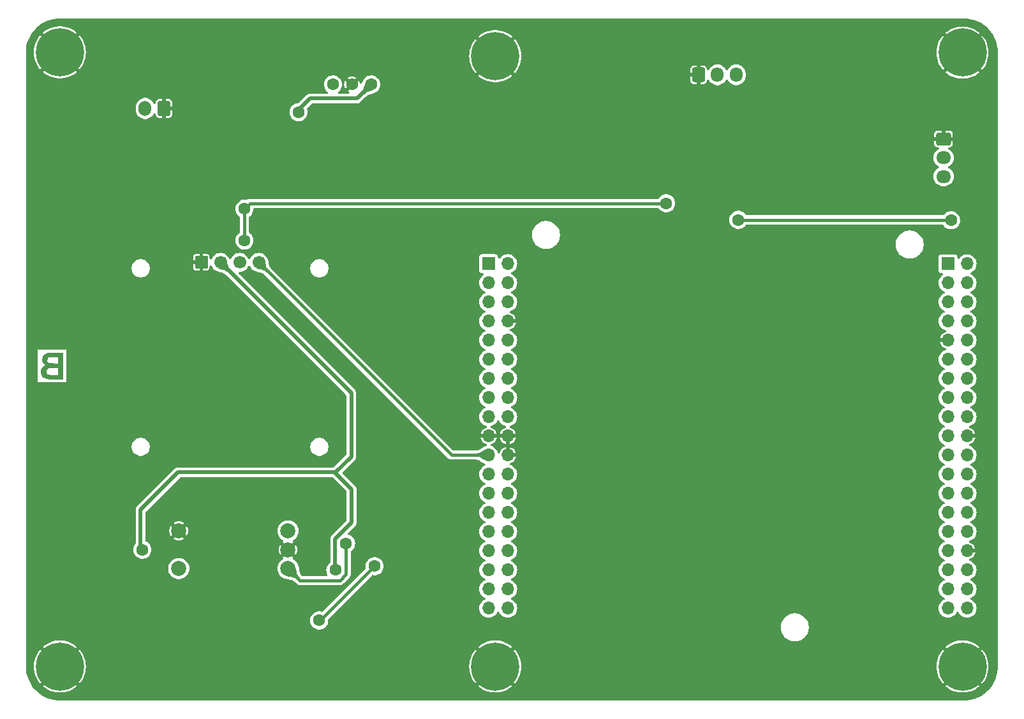
<source format=gbr>
%TF.GenerationSoftware,KiCad,Pcbnew,8.0.8*%
%TF.CreationDate,2025-05-05T21:02:48+02:00*%
%TF.ProjectId,Alarm Control System,416c6172-6d20-4436-9f6e-74726f6c2053,1.0*%
%TF.SameCoordinates,Original*%
%TF.FileFunction,Copper,L2,Bot*%
%TF.FilePolarity,Positive*%
%FSLAX46Y46*%
G04 Gerber Fmt 4.6, Leading zero omitted, Abs format (unit mm)*
G04 Created by KiCad (PCBNEW 8.0.8) date 2025-05-05 21:02:48*
%MOMM*%
%LPD*%
G01*
G04 APERTURE LIST*
G04 Aperture macros list*
%AMRoundRect*
0 Rectangle with rounded corners*
0 $1 Rounding radius*
0 $2 $3 $4 $5 $6 $7 $8 $9 X,Y pos of 4 corners*
0 Add a 4 corners polygon primitive as box body*
4,1,4,$2,$3,$4,$5,$6,$7,$8,$9,$2,$3,0*
0 Add four circle primitives for the rounded corners*
1,1,$1+$1,$2,$3*
1,1,$1+$1,$4,$5*
1,1,$1+$1,$6,$7*
1,1,$1+$1,$8,$9*
0 Add four rect primitives between the rounded corners*
20,1,$1+$1,$2,$3,$4,$5,0*
20,1,$1+$1,$4,$5,$6,$7,0*
20,1,$1+$1,$6,$7,$8,$9,0*
20,1,$1+$1,$8,$9,$2,$3,0*%
G04 Aperture macros list end*
%ADD10C,0.750000*%
%TA.AperFunction,ComponentPad*%
%ADD11C,1.600000*%
%TD*%
%TA.AperFunction,ComponentPad*%
%ADD12C,2.000000*%
%TD*%
%TA.AperFunction,ComponentPad*%
%ADD13RoundRect,0.250000X-0.600000X-0.725000X0.600000X-0.725000X0.600000X0.725000X-0.600000X0.725000X0*%
%TD*%
%TA.AperFunction,ComponentPad*%
%ADD14O,1.700000X1.950000*%
%TD*%
%TA.AperFunction,ComponentPad*%
%ADD15R,1.700000X1.700000*%
%TD*%
%TA.AperFunction,ComponentPad*%
%ADD16O,1.700000X1.700000*%
%TD*%
%TA.AperFunction,ComponentPad*%
%ADD17RoundRect,0.170000X-0.680000X-0.680000X0.680000X-0.680000X0.680000X0.680000X-0.680000X0.680000X0*%
%TD*%
%TA.AperFunction,ComponentPad*%
%ADD18C,1.700000*%
%TD*%
%TA.AperFunction,ComponentPad*%
%ADD19C,6.400000*%
%TD*%
%TA.AperFunction,ComponentPad*%
%ADD20RoundRect,0.250000X-0.725000X0.600000X-0.725000X-0.600000X0.725000X-0.600000X0.725000X0.600000X0*%
%TD*%
%TA.AperFunction,ComponentPad*%
%ADD21O,1.950000X1.700000*%
%TD*%
%TA.AperFunction,ComponentPad*%
%ADD22RoundRect,0.250000X0.600000X0.750000X-0.600000X0.750000X-0.600000X-0.750000X0.600000X-0.750000X0*%
%TD*%
%TA.AperFunction,ComponentPad*%
%ADD23O,1.700000X2.000000*%
%TD*%
%TA.AperFunction,ViaPad*%
%ADD24C,1.600000*%
%TD*%
%TA.AperFunction,Conductor*%
%ADD25C,0.500000*%
%TD*%
%TA.AperFunction,Conductor*%
%ADD26C,0.400000*%
%TD*%
G04 APERTURE END LIST*
D10*
G36*
X84169503Y-96421151D02*
G01*
X82969293Y-96421151D01*
X82846125Y-96420069D01*
X82660479Y-96417731D01*
X82470101Y-96414045D01*
X82292663Y-96408528D01*
X82111024Y-96397215D01*
X81958549Y-96371173D01*
X81791657Y-96316939D01*
X81634018Y-96229664D01*
X81542495Y-96155987D01*
X81424246Y-96024033D01*
X81328836Y-95866353D01*
X81279843Y-95751429D01*
X81232599Y-95576038D01*
X81216851Y-95397040D01*
X81217447Y-95363701D01*
X81952877Y-95363701D01*
X81969384Y-95502006D01*
X82052894Y-95659479D01*
X82143340Y-95735534D01*
X82311059Y-95797965D01*
X82441518Y-95811802D01*
X82624415Y-95818000D01*
X82799178Y-95819336D01*
X83458268Y-95819336D01*
X83458268Y-94889259D01*
X82883808Y-94889259D01*
X82795604Y-94889703D01*
X82613112Y-94894185D01*
X82426443Y-94907040D01*
X82252074Y-94939696D01*
X82160245Y-94980854D01*
X82029813Y-95098698D01*
X81980000Y-95194808D01*
X81952877Y-95363701D01*
X81217447Y-95363701D01*
X81217529Y-95359096D01*
X81241254Y-95178693D01*
X81298873Y-95013817D01*
X81390386Y-94864469D01*
X81424078Y-94823158D01*
X81555377Y-94702277D01*
X81715896Y-94607275D01*
X81885344Y-94543900D01*
X81777152Y-94484755D01*
X81637103Y-94371394D01*
X81523742Y-94228460D01*
X81465399Y-94120749D01*
X81409139Y-93949566D01*
X81401089Y-93871133D01*
X82082814Y-93871133D01*
X82100167Y-93999736D01*
X82187961Y-94148104D01*
X82303015Y-94228460D01*
X82475190Y-94275477D01*
X82623667Y-94283658D01*
X82803453Y-94286697D01*
X82991520Y-94287445D01*
X83458268Y-94287445D01*
X83458268Y-93466789D01*
X83049649Y-93466789D01*
X83018621Y-93466801D01*
X82823114Y-93467537D01*
X82627527Y-93470167D01*
X82440996Y-93478757D01*
X82320022Y-93506727D01*
X82173428Y-93603565D01*
X82114759Y-93697212D01*
X82082814Y-93871133D01*
X81401089Y-93871133D01*
X81390386Y-93766841D01*
X81394202Y-93681270D01*
X81428659Y-93506999D01*
X81498952Y-93347965D01*
X81526734Y-93302337D01*
X81637437Y-93161153D01*
X81769084Y-93048767D01*
X81810371Y-93021773D01*
X81965603Y-92946436D01*
X82137524Y-92900878D01*
X82237469Y-92886889D01*
X82415585Y-92872864D01*
X82588011Y-92866693D01*
X82760710Y-92864975D01*
X84169503Y-92864975D01*
X84169503Y-96421151D01*
G37*
D11*
%TO.P,U401,1,VIN*%
%TO.N,+12V*%
X119977800Y-57266100D03*
%TO.P,U401,2,GND*%
%TO.N,GND*%
X122517800Y-57266100D03*
%TO.P,U401,3,5V*%
%TO.N,+5V*%
X125057800Y-57266100D03*
%TD*%
D12*
%TO.P,SW901,A,A*%
%TO.N,/Rotary_Encodeur/A*%
X114017800Y-121516100D03*
%TO.P,SW901,B,B*%
%TO.N,/Rotary_Encodeur/B*%
X114017800Y-116516100D03*
%TO.P,SW901,C,C*%
%TO.N,GND*%
X114017800Y-119016100D03*
%TO.P,SW901,S1,S1*%
%TO.N,/Rotary_Encodeur/S*%
X99517800Y-121516100D03*
%TO.P,SW901,S2,S2*%
%TO.N,GND*%
X99517800Y-116516100D03*
%TD*%
D13*
%TO.P,J3,1,Pin_1*%
%TO.N,GND*%
X168500000Y-56000000D03*
D14*
%TO.P,J3,2,Pin_2*%
%TO.N,/INPUT_OUTPUT/INPUT*%
X171000000Y-56000000D03*
%TO.P,J3,3,Pin_3*%
%TO.N,+3.3V*%
X173500000Y-56000000D03*
%TD*%
D15*
%TO.P,U501,101,PC10*%
%TO.N,unconnected-(U501B-PC10-Pad101)*%
X140637800Y-81056100D03*
D16*
%TO.P,U501,102,PC11*%
%TO.N,unconnected-(U501B-PC11-Pad102)*%
X143177800Y-81056100D03*
%TO.P,U501,103,PC12*%
%TO.N,unconnected-(U501B-PC12-Pad103)*%
X140637800Y-83596100D03*
%TO.P,U501,104,PD2*%
%TO.N,unconnected-(U501B-PD2-Pad104)*%
X143177800Y-83596100D03*
%TO.P,U501,105,VDD*%
%TO.N,unconnected-(U501A-VDD-Pad105)*%
X140637800Y-86136100D03*
%TO.P,U501,106,E5V*%
%TO.N,unconnected-(U501A-E5V-Pad106)*%
X143177800Y-86136100D03*
%TO.P,U501,107,BOOT0*%
%TO.N,unconnected-(U501A-BOOT0-Pad107)*%
X140637800Y-88676100D03*
%TO.P,U501,108,GND*%
%TO.N,GND*%
X143177800Y-88676100D03*
%TO.P,U501,109,NC*%
%TO.N,unconnected-(U501B-NC-Pad109)*%
X140637800Y-91216100D03*
%TO.P,U501,110,NC*%
%TO.N,unconnected-(U501B-NC-Pad110)*%
X143177800Y-91216100D03*
%TO.P,U501,111,NC*%
%TO.N,unconnected-(U501B-NC-Pad111)*%
X140637800Y-93756100D03*
%TO.P,U501,112,IOREF*%
%TO.N,unconnected-(U501A-IOREF-Pad112)*%
X143177800Y-93756100D03*
%TO.P,U501,113,PA13*%
%TO.N,unconnected-(U501B-PA13-Pad113)*%
X140637800Y-96296100D03*
%TO.P,U501,114,RESET*%
%TO.N,unconnected-(U501A-RESET-Pad114)*%
X143177800Y-96296100D03*
%TO.P,U501,115,PA14*%
%TO.N,unconnected-(U501B-PA14-Pad115)*%
X140637800Y-98836100D03*
%TO.P,U501,116,+3V3*%
%TO.N,unconnected-(U501A-+3V3-Pad116)*%
X143177800Y-98836100D03*
%TO.P,U501,117,PA15*%
%TO.N,/NUCLEO_L476RG/ENC_BTN*%
X140637800Y-101376100D03*
%TO.P,U501,118,+5V*%
%TO.N,unconnected-(U501A-+5V-Pad118)*%
X143177800Y-101376100D03*
%TO.P,U501,119,GND*%
%TO.N,GND*%
X140637800Y-103916100D03*
%TO.P,U501,120,GND*%
X143177800Y-103916100D03*
%TO.P,U501,121,PB7*%
%TO.N,/NUCLEO_L476RG/I2C1_SDA*%
X140637800Y-106456100D03*
%TO.P,U501,122,GND*%
%TO.N,GND*%
X143177800Y-106456100D03*
%TO.P,U501,123,PC13*%
%TO.N,unconnected-(U501B-PC13-Pad123)*%
X140637800Y-108996100D03*
%TO.P,U501,124,VIN*%
%TO.N,unconnected-(U501A-VIN-Pad124)*%
X143177800Y-108996100D03*
%TO.P,U501,125,PC14*%
%TO.N,unconnected-(U501B-PC14-Pad125)*%
X140637800Y-111536100D03*
%TO.P,U501,126,NC*%
%TO.N,unconnected-(U501B-NC-Pad126)*%
X143177800Y-111536100D03*
%TO.P,U501,127,PC15*%
%TO.N,unconnected-(U501B-PC15-Pad127)*%
X140637800Y-114076100D03*
%TO.P,U501,128,PA0*%
%TO.N,/NUCLEO_L476RG/TIM2_CH1_ENC_A*%
X143177800Y-114076100D03*
%TO.P,U501,129,PH0*%
%TO.N,unconnected-(U501B-PH0-Pad129)*%
X140637800Y-116616100D03*
%TO.P,U501,130,PA1*%
%TO.N,/NUCLEO_L476RG/TIM2_CH2_ENC_B*%
X143177800Y-116616100D03*
%TO.P,U501,131,PH1*%
%TO.N,unconnected-(U501B-PH1-Pad131)*%
X140637800Y-119156100D03*
%TO.P,U501,132,PA4*%
%TO.N,unconnected-(U501B-PA4-Pad132)*%
X143177800Y-119156100D03*
%TO.P,U501,133,VBAT*%
%TO.N,unconnected-(U501A-VBAT-Pad133)*%
X140637800Y-121696100D03*
%TO.P,U501,134,PB0*%
%TO.N,unconnected-(U501B-PB0-Pad134)*%
X143177800Y-121696100D03*
%TO.P,U501,135,PC2*%
%TO.N,unconnected-(U501B-PC2-Pad135)*%
X140637800Y-124236100D03*
%TO.P,U501,136,PC1*%
%TO.N,unconnected-(U501B-PC1-Pad136)*%
X143177800Y-124236100D03*
%TO.P,U501,137,PC3*%
%TO.N,unconnected-(U501B-PC3-Pad137)*%
X140637800Y-126776100D03*
%TO.P,U501,138,PC0*%
%TO.N,unconnected-(U501B-PC0-Pad138)*%
X143177800Y-126776100D03*
D15*
%TO.P,U501,201,PC9*%
%TO.N,unconnected-(U501B-PC9-Pad201)*%
X201597800Y-81066100D03*
D16*
%TO.P,U501,202,PC8*%
%TO.N,unconnected-(U501B-PC8-Pad202)*%
X204137800Y-81066100D03*
%TO.P,U501,203,PB8*%
%TO.N,/INPUT_OUTPUT/VALID_ALARM*%
X201597800Y-83596100D03*
%TO.P,U501,204,PC6*%
%TO.N,unconnected-(U501B-PC6-Pad204)*%
X204137800Y-83596100D03*
%TO.P,U501,205,PB9*%
%TO.N,/INPUT_OUTPUT/SIG_ALARM*%
X201597800Y-86136100D03*
%TO.P,U501,206,PC5*%
%TO.N,unconnected-(U501B-PC5-Pad206)*%
X204137800Y-86136100D03*
%TO.P,U501,207,AVDD*%
%TO.N,unconnected-(U501A-AVDD-Pad207)*%
X201597800Y-88676100D03*
%TO.P,U501,208,U5V*%
%TO.N,unconnected-(U501A-U5V-Pad208)*%
X204137800Y-88676100D03*
%TO.P,U501,209,GND*%
%TO.N,GND*%
X201597800Y-91216100D03*
%TO.P,U501,210,NC*%
%TO.N,unconnected-(U501B-NC-Pad210)*%
X204137800Y-91216100D03*
%TO.P,U501,211,PA5*%
%TO.N,unconnected-(U501B-PA5-Pad211)*%
X201597800Y-93756100D03*
%TO.P,U501,212,PA12*%
%TO.N,unconnected-(U501B-PA12-Pad212)*%
X204137800Y-93756100D03*
%TO.P,U501,213,PA6*%
%TO.N,/INPUT_OUTPUT/INPUT*%
X201597800Y-96296100D03*
%TO.P,U501,214,PA11*%
%TO.N,unconnected-(U501B-PA11-Pad214)*%
X204137800Y-96296100D03*
%TO.P,U501,215,PA7*%
%TO.N,unconnected-(U501B-PA7-Pad215)*%
X201597800Y-98836100D03*
%TO.P,U501,216,PB12*%
%TO.N,unconnected-(U501B-PB12-Pad216)*%
X204137800Y-98836100D03*
%TO.P,U501,217,PB6*%
%TO.N,/NUCLEO_L476RG/I2C1_SCL*%
X201597800Y-101376100D03*
%TO.P,U501,218,PB11*%
%TO.N,unconnected-(U501B-PB11-Pad218)*%
X204137800Y-101376100D03*
%TO.P,U501,219,PC7*%
%TO.N,/NUCLEO_L476RG/LED_0*%
X201597800Y-103916100D03*
%TO.P,U501,220,GND*%
%TO.N,GND*%
X204137800Y-103916100D03*
%TO.P,U501,221,PA9*%
%TO.N,unconnected-(U501B-PA9-Pad221)*%
X201597800Y-106456100D03*
%TO.P,U501,222,PB2*%
%TO.N,unconnected-(U501B-PB2-Pad222)*%
X204137800Y-106456100D03*
%TO.P,U501,223,PA8*%
%TO.N,/NUCLEO_L476RG/LED_2*%
X201597800Y-108996100D03*
%TO.P,U501,224,PB1*%
%TO.N,/NUCLEO_L476RG/LED_3*%
X204137800Y-108996100D03*
%TO.P,U501,225,PB10*%
%TO.N,unconnected-(U501B-PB10-Pad225)*%
X201597800Y-111536100D03*
%TO.P,U501,226,PB15*%
%TO.N,unconnected-(U501B-PB15-Pad226)*%
X204137800Y-111536100D03*
%TO.P,U501,227,PB4*%
%TO.N,unconnected-(U501B-PB4-Pad227)*%
X201597800Y-114076100D03*
%TO.P,U501,228,PB14*%
%TO.N,unconnected-(U501B-PB14-Pad228)*%
X204137800Y-114076100D03*
%TO.P,U501,229,PB5*%
%TO.N,unconnected-(U501B-PB5-Pad229)*%
X201597800Y-116616100D03*
%TO.P,U501,230,PB13*%
%TO.N,unconnected-(U501B-PB13-Pad230)*%
X204137800Y-116616100D03*
%TO.P,U501,231,PB3*%
%TO.N,unconnected-(U501B-PB3-Pad231)*%
X201597800Y-119156100D03*
%TO.P,U501,232,AGND*%
%TO.N,GND*%
X204137800Y-119156100D03*
%TO.P,U501,233,PA10*%
%TO.N,unconnected-(U501B-PA10-Pad233)*%
X201597800Y-121696100D03*
%TO.P,U501,234,PC4*%
%TO.N,unconnected-(U501B-PC4-Pad234)*%
X204137800Y-121696100D03*
%TO.P,U501,235,PA2*%
%TO.N,unconnected-(U501B-PA2-Pad235)*%
X201597800Y-124236100D03*
%TO.P,U501,236,NC*%
%TO.N,unconnected-(U501B-NC-Pad236)*%
X204137800Y-124236100D03*
%TO.P,U501,237,PA3*%
%TO.N,unconnected-(U501B-PA3-Pad237)*%
X201597800Y-126776100D03*
%TO.P,U501,238,NC*%
%TO.N,unconnected-(U501B-NC-Pad238)*%
X204137800Y-126776100D03*
%TD*%
D17*
%TO.P,J801,1,Pin_1*%
%TO.N,GND*%
X102507800Y-80886100D03*
D18*
%TO.P,J801,2,Pin_2*%
%TO.N,+3.3V*%
X105047800Y-80886100D03*
%TO.P,J801,3,Pin_3*%
%TO.N,/NUCLEO_L476RG/I2C1_SCL*%
X107587800Y-80886100D03*
%TO.P,J801,4,Pin_4*%
%TO.N,/NUCLEO_L476RG/I2C1_SDA*%
X110127800Y-80886100D03*
%TD*%
D19*
%TO.P,H102,1,1*%
%TO.N,GND*%
X83730300Y-53016100D03*
%TD*%
%TO.P,H103,1,1*%
%TO.N,GND*%
X83730300Y-134516100D03*
%TD*%
%TO.P,H107,1,1*%
%TO.N,GND*%
X141517800Y-53516100D03*
%TD*%
%TO.P,H104,1,1*%
%TO.N,GND*%
X203517800Y-53051600D03*
%TD*%
D20*
%TO.P,J2,1,Pin_1*%
%TO.N,GND*%
X201000000Y-64500000D03*
D21*
%TO.P,J2,2,Pin_2*%
%TO.N,/INPUT_OUTPUT/SIG_ALARM*%
X201000000Y-67000000D03*
%TO.P,J2,3,Pin_3*%
%TO.N,/INPUT_OUTPUT/VALID_ALARM*%
X201000000Y-69500000D03*
%TD*%
D22*
%TO.P,J401,1,Pin_1*%
%TO.N,GND*%
X97545300Y-60466100D03*
D23*
%TO.P,J401,2,Pin_2*%
%TO.N,+12V*%
X95045300Y-60466100D03*
%TD*%
D19*
%TO.P,H106,1,1*%
%TO.N,GND*%
X141517800Y-134516100D03*
%TD*%
%TO.P,H108,1,1*%
%TO.N,GND*%
X203517800Y-134516100D03*
%TD*%
D24*
%TO.N,GND*%
X112640000Y-77970000D03*
X110750000Y-63250000D03*
X117250000Y-112000000D03*
%TO.N,+3.3V*%
X94690000Y-119030000D03*
X120299900Y-121714600D03*
%TO.N,+5V*%
X115410000Y-60960000D03*
%TO.N,/NUCLEO_L476RG/I2C1_SCL*%
X164200000Y-73050000D03*
X108240000Y-73770000D03*
X108240000Y-77980000D03*
%TO.N,/NUCLEO_L476RG/LED_3*%
X202000000Y-75300000D03*
X173786700Y-75241300D03*
%TO.N,/Rotary_Encodeur/S*%
X125500000Y-121200000D03*
X118150000Y-128400000D03*
%TO.N,/Rotary_Encodeur/A*%
X121722400Y-118190000D03*
%TD*%
D25*
%TO.N,+3.3V*%
X94690000Y-119010447D02*
X94450000Y-118770447D01*
X120272400Y-121687100D02*
X120299900Y-121714600D01*
X120270700Y-108800000D02*
X122450000Y-110979300D01*
X99420000Y-108750000D02*
X120220700Y-108750000D01*
X122410000Y-106660700D02*
X120270700Y-108800000D01*
X122450000Y-115411790D02*
X120272400Y-117589390D01*
X94450000Y-113720000D02*
X99420000Y-108750000D01*
X94450000Y-118770447D02*
X94450000Y-113720000D01*
X120272400Y-117589390D02*
X120272400Y-121687100D01*
X105047800Y-80886100D02*
X122410000Y-98248300D01*
X120220700Y-108750000D02*
X120270700Y-108800000D01*
X122410000Y-98248300D02*
X122410000Y-106660700D01*
X122450000Y-110979300D02*
X122450000Y-115411790D01*
X94690000Y-119030000D02*
X94690000Y-119010447D01*
%TO.N,+5V*%
X125057800Y-57266100D02*
X123173900Y-59150000D01*
X123173900Y-59150000D02*
X116920000Y-59150000D01*
X116920000Y-59150000D02*
X115410000Y-60660000D01*
X115410000Y-60660000D02*
X115410000Y-60960000D01*
D26*
%TO.N,/NUCLEO_L476RG/I2C1_SDA*%
X135697800Y-106456100D02*
X110127800Y-80886100D01*
X140637800Y-106456100D02*
X135697800Y-106456100D01*
%TO.N,/NUCLEO_L476RG/I2C1_SCL*%
X108960000Y-73050000D02*
X108240000Y-73770000D01*
X164200000Y-73050000D02*
X108960000Y-73050000D01*
X108240000Y-77980000D02*
X108240000Y-73770000D01*
%TO.N,/NUCLEO_L476RG/LED_3*%
X201941300Y-75241300D02*
X173786700Y-75241300D01*
X202000000Y-75300000D02*
X201941300Y-75241300D01*
%TO.N,/Rotary_Encodeur/S*%
X125500000Y-121200000D02*
X118300000Y-128400000D01*
X118300000Y-128400000D02*
X118150000Y-128400000D01*
%TO.N,/Rotary_Encodeur/A*%
X115618100Y-123116400D02*
X120899700Y-123116400D01*
X120899700Y-123116400D02*
X121722400Y-122293700D01*
X121722400Y-122293700D02*
X121722400Y-118190000D01*
X114017800Y-121516100D02*
X115618100Y-123116400D01*
%TD*%
%TA.AperFunction,Conductor*%
%TO.N,GND*%
G36*
X203664363Y-48516651D02*
G01*
X203727011Y-48516650D01*
X203733507Y-48516791D01*
X204115925Y-48533484D01*
X204128856Y-48534616D01*
X204505152Y-48584153D01*
X204517921Y-48586405D01*
X204888463Y-48668549D01*
X204901012Y-48671911D01*
X205262981Y-48786036D01*
X205275186Y-48790479D01*
X205625816Y-48935713D01*
X205637596Y-48941205D01*
X205974258Y-49116458D01*
X205985486Y-49122941D01*
X206305589Y-49326869D01*
X206316230Y-49334320D01*
X206617327Y-49565359D01*
X206627285Y-49573715D01*
X206907095Y-49830113D01*
X206916286Y-49839304D01*
X207172684Y-50119114D01*
X207181040Y-50129072D01*
X207317121Y-50306417D01*
X207402955Y-50418279D01*
X207412079Y-50430169D01*
X207419533Y-50440815D01*
X207623451Y-50760902D01*
X207629944Y-50772148D01*
X207687535Y-50882779D01*
X207805193Y-51108802D01*
X207810686Y-51120583D01*
X207955918Y-51471208D01*
X207960364Y-51483423D01*
X208074487Y-51845384D01*
X208077851Y-51857940D01*
X208159991Y-52228462D01*
X208162248Y-52241263D01*
X208211782Y-52617534D01*
X208212915Y-52630483D01*
X208229607Y-53012890D01*
X208229749Y-53019388D01*
X208229749Y-53094039D01*
X208229750Y-53094052D01*
X208229750Y-134441119D01*
X208229749Y-134441137D01*
X208229749Y-134512911D01*
X208229607Y-134519409D01*
X208212915Y-134901816D01*
X208211782Y-134914765D01*
X208162248Y-135291036D01*
X208159991Y-135303837D01*
X208077851Y-135674359D01*
X208074487Y-135686915D01*
X207960364Y-136048876D01*
X207955918Y-136061091D01*
X207810686Y-136411716D01*
X207805193Y-136423497D01*
X207629949Y-136760143D01*
X207623449Y-136771401D01*
X207419534Y-137091483D01*
X207412079Y-137102130D01*
X207181040Y-137403227D01*
X207172684Y-137413185D01*
X206916286Y-137692995D01*
X206907095Y-137702186D01*
X206627285Y-137958584D01*
X206617327Y-137966940D01*
X206316230Y-138197979D01*
X206305583Y-138205434D01*
X205985501Y-138409349D01*
X205974243Y-138415849D01*
X205637597Y-138591093D01*
X205625816Y-138596586D01*
X205275191Y-138741818D01*
X205262976Y-138746264D01*
X204901015Y-138860387D01*
X204888459Y-138863751D01*
X204517937Y-138945891D01*
X204505136Y-138948148D01*
X204128865Y-138997682D01*
X204115916Y-138998815D01*
X203733509Y-139015507D01*
X203727011Y-139015649D01*
X203655236Y-139015649D01*
X203655220Y-139015650D01*
X83805280Y-139015650D01*
X83805264Y-139015649D01*
X83733488Y-139015649D01*
X83726990Y-139015507D01*
X83344583Y-138998815D01*
X83331634Y-138997682D01*
X82955363Y-138948148D01*
X82942562Y-138945891D01*
X82572040Y-138863751D01*
X82559484Y-138860387D01*
X82197523Y-138746264D01*
X82185308Y-138741818D01*
X81834683Y-138596586D01*
X81822902Y-138591093D01*
X81646407Y-138499217D01*
X81486248Y-138415844D01*
X81475006Y-138409353D01*
X81154915Y-138205433D01*
X81144269Y-138197979D01*
X80843172Y-137966940D01*
X80833214Y-137958584D01*
X80553404Y-137702186D01*
X80544213Y-137692995D01*
X80287815Y-137413185D01*
X80279459Y-137403227D01*
X80068655Y-137128501D01*
X80048416Y-137102124D01*
X80040965Y-137091483D01*
X79837041Y-136771386D01*
X79830558Y-136760158D01*
X79655305Y-136423496D01*
X79649813Y-136411716D01*
X79504581Y-136061091D01*
X79500135Y-136048876D01*
X79484371Y-135998879D01*
X79386011Y-135686912D01*
X79382648Y-135674359D01*
X79300505Y-135303821D01*
X79298253Y-135291052D01*
X79248716Y-134914756D01*
X79247584Y-134901816D01*
X79247053Y-134889655D01*
X79230891Y-134519407D01*
X79230819Y-134516091D01*
X80275233Y-134516091D01*
X80275233Y-134516108D01*
X80295486Y-134889648D01*
X80295486Y-134889655D01*
X80356010Y-135258836D01*
X80456095Y-135619309D01*
X80456097Y-135619314D01*
X80594564Y-135966840D01*
X80594570Y-135966853D01*
X80769797Y-136297367D01*
X80979746Y-136607017D01*
X81120325Y-136772519D01*
X82436047Y-135456796D01*
X82509888Y-135558430D01*
X82687970Y-135736512D01*
X82789601Y-135810351D01*
X81471452Y-137128500D01*
X81493536Y-137149420D01*
X81791355Y-137375817D01*
X82111916Y-137568692D01*
X82451450Y-137725777D01*
X82451460Y-137725782D01*
X82805969Y-137845229D01*
X82805983Y-137845233D01*
X83171316Y-137925648D01*
X83171330Y-137925651D01*
X83543245Y-137966099D01*
X83543255Y-137966100D01*
X83917345Y-137966100D01*
X83917354Y-137966099D01*
X84289269Y-137925651D01*
X84289283Y-137925648D01*
X84654616Y-137845233D01*
X84654630Y-137845229D01*
X85009139Y-137725782D01*
X85009149Y-137725777D01*
X85348683Y-137568692D01*
X85669244Y-137375817D01*
X85967058Y-137149424D01*
X85989146Y-137128501D01*
X84670997Y-135810352D01*
X84772630Y-135736512D01*
X84950712Y-135558430D01*
X85024552Y-135456798D01*
X86340273Y-136772519D01*
X86340274Y-136772519D01*
X86480844Y-136607030D01*
X86480848Y-136607025D01*
X86690802Y-136297367D01*
X86866029Y-135966853D01*
X86866035Y-135966840D01*
X87004502Y-135619314D01*
X87004504Y-135619309D01*
X87104589Y-135258836D01*
X87165113Y-134889655D01*
X87165113Y-134889648D01*
X87185367Y-134516108D01*
X87185367Y-134516091D01*
X138062733Y-134516091D01*
X138062733Y-134516108D01*
X138082986Y-134889648D01*
X138082986Y-134889655D01*
X138143510Y-135258836D01*
X138243595Y-135619309D01*
X138243597Y-135619314D01*
X138382064Y-135966840D01*
X138382070Y-135966853D01*
X138557297Y-136297367D01*
X138767246Y-136607017D01*
X138907825Y-136772519D01*
X140223547Y-135456796D01*
X140297388Y-135558430D01*
X140475470Y-135736512D01*
X140577101Y-135810351D01*
X139258952Y-137128500D01*
X139281036Y-137149420D01*
X139578855Y-137375817D01*
X139899416Y-137568692D01*
X140238950Y-137725777D01*
X140238960Y-137725782D01*
X140593469Y-137845229D01*
X140593483Y-137845233D01*
X140958816Y-137925648D01*
X140958830Y-137925651D01*
X141330745Y-137966099D01*
X141330755Y-137966100D01*
X141704845Y-137966100D01*
X141704854Y-137966099D01*
X142076769Y-137925651D01*
X142076783Y-137925648D01*
X142442116Y-137845233D01*
X142442130Y-137845229D01*
X142796639Y-137725782D01*
X142796649Y-137725777D01*
X143136183Y-137568692D01*
X143456744Y-137375817D01*
X143754558Y-137149424D01*
X143776646Y-137128501D01*
X142458497Y-135810352D01*
X142560130Y-135736512D01*
X142738212Y-135558430D01*
X142812052Y-135456798D01*
X144127773Y-136772519D01*
X144127774Y-136772519D01*
X144268344Y-136607030D01*
X144268348Y-136607025D01*
X144478302Y-136297367D01*
X144653529Y-135966853D01*
X144653535Y-135966840D01*
X144792002Y-135619314D01*
X144792004Y-135619309D01*
X144892089Y-135258836D01*
X144952613Y-134889655D01*
X144952613Y-134889648D01*
X144972867Y-134516108D01*
X144972867Y-134516091D01*
X200062733Y-134516091D01*
X200062733Y-134516108D01*
X200082986Y-134889648D01*
X200082986Y-134889655D01*
X200143510Y-135258836D01*
X200243595Y-135619309D01*
X200243597Y-135619314D01*
X200382064Y-135966840D01*
X200382070Y-135966853D01*
X200557297Y-136297367D01*
X200767246Y-136607017D01*
X200907825Y-136772519D01*
X202223547Y-135456796D01*
X202297388Y-135558430D01*
X202475470Y-135736512D01*
X202577101Y-135810351D01*
X201258952Y-137128500D01*
X201281036Y-137149420D01*
X201578855Y-137375817D01*
X201899416Y-137568692D01*
X202238950Y-137725777D01*
X202238960Y-137725782D01*
X202593469Y-137845229D01*
X202593483Y-137845233D01*
X202958816Y-137925648D01*
X202958830Y-137925651D01*
X203330745Y-137966099D01*
X203330755Y-137966100D01*
X203704845Y-137966100D01*
X203704854Y-137966099D01*
X204076769Y-137925651D01*
X204076783Y-137925648D01*
X204442116Y-137845233D01*
X204442130Y-137845229D01*
X204796639Y-137725782D01*
X204796649Y-137725777D01*
X205136183Y-137568692D01*
X205456744Y-137375817D01*
X205754558Y-137149424D01*
X205776646Y-137128501D01*
X204458497Y-135810352D01*
X204560130Y-135736512D01*
X204738212Y-135558430D01*
X204812052Y-135456798D01*
X206127773Y-136772519D01*
X206127774Y-136772519D01*
X206268344Y-136607030D01*
X206268348Y-136607025D01*
X206478302Y-136297367D01*
X206653529Y-135966853D01*
X206653535Y-135966840D01*
X206792002Y-135619314D01*
X206792004Y-135619309D01*
X206892089Y-135258836D01*
X206952613Y-134889655D01*
X206952613Y-134889648D01*
X206972867Y-134516108D01*
X206972867Y-134516091D01*
X206952613Y-134142551D01*
X206952613Y-134142544D01*
X206892089Y-133773363D01*
X206792004Y-133412890D01*
X206792002Y-133412885D01*
X206653535Y-133065359D01*
X206653529Y-133065346D01*
X206478302Y-132734832D01*
X206268353Y-132425182D01*
X206127773Y-132259679D01*
X204812051Y-133575401D01*
X204738212Y-133473770D01*
X204560130Y-133295688D01*
X204458496Y-133221847D01*
X205776646Y-131903698D01*
X205754563Y-131882779D01*
X205456744Y-131656382D01*
X205136183Y-131463507D01*
X204796649Y-131306422D01*
X204796639Y-131306417D01*
X204442130Y-131186970D01*
X204442116Y-131186966D01*
X204076783Y-131106551D01*
X204076769Y-131106548D01*
X203704854Y-131066100D01*
X203330745Y-131066100D01*
X202958830Y-131106548D01*
X202958816Y-131106551D01*
X202593483Y-131186966D01*
X202593469Y-131186970D01*
X202238960Y-131306417D01*
X202238950Y-131306422D01*
X201899416Y-131463507D01*
X201578855Y-131656382D01*
X201281036Y-131882779D01*
X201258951Y-131903697D01*
X202577101Y-133221847D01*
X202475470Y-133295688D01*
X202297388Y-133473770D01*
X202223547Y-133575401D01*
X200907825Y-132259679D01*
X200907824Y-132259679D01*
X200767245Y-132425181D01*
X200767243Y-132425184D01*
X200557297Y-132734832D01*
X200382070Y-133065346D01*
X200382064Y-133065359D01*
X200243597Y-133412885D01*
X200243595Y-133412890D01*
X200143510Y-133773363D01*
X200082986Y-134142544D01*
X200082986Y-134142551D01*
X200062733Y-134516091D01*
X144972867Y-134516091D01*
X144952613Y-134142551D01*
X144952613Y-134142544D01*
X144892089Y-133773363D01*
X144792004Y-133412890D01*
X144792002Y-133412885D01*
X144653535Y-133065359D01*
X144653529Y-133065346D01*
X144478302Y-132734832D01*
X144268353Y-132425182D01*
X144127773Y-132259679D01*
X142812051Y-133575401D01*
X142738212Y-133473770D01*
X142560130Y-133295688D01*
X142458496Y-133221847D01*
X143776646Y-131903698D01*
X143754563Y-131882779D01*
X143456744Y-131656382D01*
X143136183Y-131463507D01*
X142796649Y-131306422D01*
X142796639Y-131306417D01*
X142442130Y-131186970D01*
X142442116Y-131186966D01*
X142076783Y-131106551D01*
X142076769Y-131106548D01*
X141704854Y-131066100D01*
X141330745Y-131066100D01*
X140958830Y-131106548D01*
X140958816Y-131106551D01*
X140593483Y-131186966D01*
X140593469Y-131186970D01*
X140238960Y-131306417D01*
X140238950Y-131306422D01*
X139899416Y-131463507D01*
X139578855Y-131656382D01*
X139281036Y-131882779D01*
X139258951Y-131903697D01*
X140577101Y-133221847D01*
X140475470Y-133295688D01*
X140297388Y-133473770D01*
X140223547Y-133575401D01*
X138907825Y-132259679D01*
X138907824Y-132259679D01*
X138767245Y-132425181D01*
X138767243Y-132425184D01*
X138557297Y-132734832D01*
X138382070Y-133065346D01*
X138382064Y-133065359D01*
X138243597Y-133412885D01*
X138243595Y-133412890D01*
X138143510Y-133773363D01*
X138082986Y-134142544D01*
X138082986Y-134142551D01*
X138062733Y-134516091D01*
X87185367Y-134516091D01*
X87165113Y-134142551D01*
X87165113Y-134142544D01*
X87104589Y-133773363D01*
X87004504Y-133412890D01*
X87004502Y-133412885D01*
X86866035Y-133065359D01*
X86866029Y-133065346D01*
X86690802Y-132734832D01*
X86480853Y-132425182D01*
X86340273Y-132259679D01*
X85024551Y-133575401D01*
X84950712Y-133473770D01*
X84772630Y-133295688D01*
X84670996Y-133221847D01*
X85989146Y-131903698D01*
X85967063Y-131882779D01*
X85669244Y-131656382D01*
X85348683Y-131463507D01*
X85009149Y-131306422D01*
X85009139Y-131306417D01*
X84654630Y-131186970D01*
X84654616Y-131186966D01*
X84289283Y-131106551D01*
X84289269Y-131106548D01*
X83917354Y-131066100D01*
X83543245Y-131066100D01*
X83171330Y-131106548D01*
X83171316Y-131106551D01*
X82805983Y-131186966D01*
X82805969Y-131186970D01*
X82451460Y-131306417D01*
X82451450Y-131306422D01*
X82111916Y-131463507D01*
X81791355Y-131656382D01*
X81493536Y-131882779D01*
X81471451Y-131903697D01*
X82789601Y-133221847D01*
X82687970Y-133295688D01*
X82509888Y-133473770D01*
X82436047Y-133575401D01*
X81120325Y-132259679D01*
X81120324Y-132259679D01*
X80979745Y-132425181D01*
X80979743Y-132425184D01*
X80769797Y-132734832D01*
X80594570Y-133065346D01*
X80594564Y-133065359D01*
X80456097Y-133412885D01*
X80456095Y-133412890D01*
X80356010Y-133773363D01*
X80295486Y-134142544D01*
X80295486Y-134142551D01*
X80275233Y-134516091D01*
X79230819Y-134516091D01*
X79230750Y-134512909D01*
X79230751Y-134450263D01*
X79230750Y-134450259D01*
X79230750Y-128399995D01*
X116944357Y-128399995D01*
X116944357Y-128400004D01*
X116964884Y-128621531D01*
X116964884Y-128621534D01*
X117025770Y-128835528D01*
X117124939Y-129034685D01*
X117124941Y-129034688D01*
X117124942Y-129034689D01*
X117259019Y-129212236D01*
X117423438Y-129362124D01*
X117612599Y-129479247D01*
X117612601Y-129479247D01*
X117612603Y-129479249D01*
X117612605Y-129479250D01*
X117802363Y-129552762D01*
X117820060Y-129559618D01*
X118038757Y-129600500D01*
X118038759Y-129600500D01*
X118261241Y-129600500D01*
X118261243Y-129600500D01*
X118479940Y-129559618D01*
X118606449Y-129510607D01*
X118687394Y-129479250D01*
X118687396Y-129479249D01*
X118687396Y-129479248D01*
X118687401Y-129479247D01*
X118876562Y-129362124D01*
X119040981Y-129212236D01*
X119054143Y-129194806D01*
X179427300Y-129194806D01*
X179427300Y-129437393D01*
X179458960Y-129677881D01*
X179458961Y-129677887D01*
X179458962Y-129677889D01*
X179521746Y-129912200D01*
X179614576Y-130136312D01*
X179735864Y-130346389D01*
X179883535Y-130538838D01*
X180055062Y-130710365D01*
X180247511Y-130858036D01*
X180457588Y-130979324D01*
X180681700Y-131072154D01*
X180916011Y-131134938D01*
X180916017Y-131134938D01*
X180916018Y-131134939D01*
X180981400Y-131143546D01*
X181156512Y-131166600D01*
X181399088Y-131166600D01*
X181639589Y-131134938D01*
X181873900Y-131072154D01*
X182098012Y-130979324D01*
X182308089Y-130858036D01*
X182500538Y-130710365D01*
X182672065Y-130538838D01*
X182819736Y-130346389D01*
X182941024Y-130136312D01*
X183033854Y-129912200D01*
X183096638Y-129677889D01*
X183128300Y-129437388D01*
X183128300Y-129194812D01*
X183096638Y-128954311D01*
X183033854Y-128720000D01*
X182941024Y-128495888D01*
X182819736Y-128285811D01*
X182672065Y-128093362D01*
X182500538Y-127921835D01*
X182308089Y-127774164D01*
X182238063Y-127733734D01*
X182098016Y-127652878D01*
X182098014Y-127652877D01*
X182098012Y-127652876D01*
X181966732Y-127598498D01*
X181873903Y-127560047D01*
X181873901Y-127560046D01*
X181873900Y-127560046D01*
X181639589Y-127497262D01*
X181639587Y-127497261D01*
X181639581Y-127497260D01*
X181399093Y-127465600D01*
X181399088Y-127465600D01*
X181156512Y-127465600D01*
X181156506Y-127465600D01*
X180916018Y-127497260D01*
X180681696Y-127560047D01*
X180457583Y-127652878D01*
X180247512Y-127774163D01*
X180247511Y-127774164D01*
X180055062Y-127921835D01*
X180055060Y-127921836D01*
X180055056Y-127921840D01*
X179883540Y-128093356D01*
X179735863Y-128285812D01*
X179614578Y-128495883D01*
X179521747Y-128719996D01*
X179458960Y-128954318D01*
X179427300Y-129194806D01*
X119054143Y-129194806D01*
X119175058Y-129034689D01*
X119274229Y-128835528D01*
X119335115Y-128621536D01*
X119355643Y-128400000D01*
X119344592Y-128280743D01*
X119357594Y-128204720D01*
X119387594Y-128161639D01*
X125131003Y-122418231D01*
X125197796Y-122379669D01*
X125263735Y-122377129D01*
X125388757Y-122400500D01*
X125388759Y-122400500D01*
X125611241Y-122400500D01*
X125611243Y-122400500D01*
X125829940Y-122359618D01*
X125982582Y-122300484D01*
X126037394Y-122279250D01*
X126037396Y-122279249D01*
X126037396Y-122279248D01*
X126037401Y-122279247D01*
X126226562Y-122162124D01*
X126390981Y-122012236D01*
X126525058Y-121834689D01*
X126624229Y-121635528D01*
X126685115Y-121421536D01*
X126700402Y-121256557D01*
X126705643Y-121200004D01*
X126705643Y-121199995D01*
X126685115Y-120978468D01*
X126685115Y-120978465D01*
X126680098Y-120960833D01*
X126624229Y-120764472D01*
X126609307Y-120734504D01*
X126525060Y-120565314D01*
X126488216Y-120516525D01*
X126390981Y-120387764D01*
X126226562Y-120237876D01*
X126037401Y-120120753D01*
X126037400Y-120120752D01*
X126037396Y-120120750D01*
X126037394Y-120120749D01*
X125829944Y-120040383D01*
X125829941Y-120040382D01*
X125829940Y-120040382D01*
X125774775Y-120030069D01*
X125611247Y-119999500D01*
X125611243Y-119999500D01*
X125388757Y-119999500D01*
X125388752Y-119999500D01*
X125170055Y-120040383D01*
X124962605Y-120120749D01*
X124962603Y-120120750D01*
X124773436Y-120237877D01*
X124609019Y-120387763D01*
X124474939Y-120565314D01*
X124375770Y-120764471D01*
X124314884Y-120978465D01*
X124314884Y-120978468D01*
X124294357Y-121199995D01*
X124294357Y-121200004D01*
X124314884Y-121421531D01*
X124314884Y-121421534D01*
X124316251Y-121426338D01*
X124317435Y-121503457D01*
X124279901Y-121570836D01*
X124278296Y-121572466D01*
X118642610Y-127208153D01*
X118575815Y-127246717D01*
X118498687Y-127246717D01*
X118483428Y-127241733D01*
X118479944Y-127240383D01*
X118479941Y-127240382D01*
X118479940Y-127240382D01*
X118436200Y-127232205D01*
X118261247Y-127199500D01*
X118261243Y-127199500D01*
X118038757Y-127199500D01*
X118038752Y-127199500D01*
X117820055Y-127240383D01*
X117612605Y-127320749D01*
X117612603Y-127320750D01*
X117423436Y-127437877D01*
X117259019Y-127587763D01*
X117124939Y-127765314D01*
X117025770Y-127964471D01*
X116964884Y-128178465D01*
X116964884Y-128178468D01*
X116944357Y-128399995D01*
X79230750Y-128399995D01*
X79230750Y-121516098D01*
X98112500Y-121516098D01*
X98112500Y-121516101D01*
X98131665Y-121747400D01*
X98188643Y-121972401D01*
X98266123Y-122149037D01*
X98281876Y-122184949D01*
X98408821Y-122379253D01*
X98522718Y-122502978D01*
X98566018Y-122550015D01*
X98566020Y-122550017D01*
X98704368Y-122657696D01*
X98749174Y-122692570D01*
X98953297Y-122803036D01*
X99172819Y-122878398D01*
X99401751Y-122916600D01*
X99401753Y-122916600D01*
X99633847Y-122916600D01*
X99633849Y-122916600D01*
X99862781Y-122878398D01*
X100082303Y-122803036D01*
X100286426Y-122692570D01*
X100469584Y-122550013D01*
X100626779Y-122379253D01*
X100753724Y-122184949D01*
X100846957Y-121972400D01*
X100903934Y-121747405D01*
X100923100Y-121516100D01*
X100922052Y-121503457D01*
X100903934Y-121284799D01*
X100903934Y-121284795D01*
X100846957Y-121059800D01*
X100753724Y-120847251D01*
X100626779Y-120652947D01*
X100469584Y-120482187D01*
X100469583Y-120482186D01*
X100469581Y-120482184D01*
X100469579Y-120482182D01*
X100286430Y-120339633D01*
X100286428Y-120339632D01*
X100286426Y-120339630D01*
X100082303Y-120229164D01*
X99862781Y-120153802D01*
X99633849Y-120115600D01*
X99401751Y-120115600D01*
X99172819Y-120153802D01*
X99172817Y-120153802D01*
X99172815Y-120153803D01*
X98953296Y-120229164D01*
X98749175Y-120339629D01*
X98749169Y-120339633D01*
X98566020Y-120482182D01*
X98566018Y-120482184D01*
X98408823Y-120652944D01*
X98281875Y-120847253D01*
X98281873Y-120847256D01*
X98188643Y-121059798D01*
X98131665Y-121284799D01*
X98112500Y-121516098D01*
X79230750Y-121516098D01*
X79230750Y-119029995D01*
X93484357Y-119029995D01*
X93484357Y-119030004D01*
X93504884Y-119251531D01*
X93504884Y-119251534D01*
X93565770Y-119465528D01*
X93664939Y-119664685D01*
X93664941Y-119664688D01*
X93664942Y-119664689D01*
X93799019Y-119842236D01*
X93963438Y-119992124D01*
X94152599Y-120109247D01*
X94152601Y-120109247D01*
X94152603Y-120109249D01*
X94152605Y-120109250D01*
X94338060Y-120181095D01*
X94360060Y-120189618D01*
X94578757Y-120230500D01*
X94578759Y-120230500D01*
X94801241Y-120230500D01*
X94801243Y-120230500D01*
X95019940Y-120189618D01*
X95197701Y-120120753D01*
X95227394Y-120109250D01*
X95227396Y-120109249D01*
X95227396Y-120109248D01*
X95227401Y-120109247D01*
X95416562Y-119992124D01*
X95580981Y-119842236D01*
X95715058Y-119664689D01*
X95814229Y-119465528D01*
X95875115Y-119251536D01*
X95890488Y-119085632D01*
X95895643Y-119030004D01*
X95895643Y-119029995D01*
X95875115Y-118808468D01*
X95875115Y-118808465D01*
X95846841Y-118709093D01*
X95841459Y-118690175D01*
X95814229Y-118594471D01*
X95715060Y-118395314D01*
X95663115Y-118326528D01*
X95580981Y-118217764D01*
X95580499Y-118217325D01*
X95416563Y-118067877D01*
X95416562Y-118067876D01*
X95227401Y-117950753D01*
X95218775Y-117947411D01*
X95195673Y-117938461D01*
X95133416Y-117892933D01*
X95102263Y-117822376D01*
X95100500Y-117799523D01*
X95100500Y-116516099D01*
X98263025Y-116516099D01*
X98263025Y-116516100D01*
X98282088Y-116733990D01*
X98338696Y-116945256D01*
X98338697Y-116945258D01*
X98431130Y-117143482D01*
X98431132Y-117143487D01*
X98474674Y-117205670D01*
X99034836Y-116645507D01*
X99051875Y-116709093D01*
X99117701Y-116823107D01*
X99210793Y-116916199D01*
X99324807Y-116982025D01*
X99388391Y-116999062D01*
X98828228Y-117559225D01*
X98890404Y-117602762D01*
X98890417Y-117602769D01*
X99088641Y-117695202D01*
X99088643Y-117695203D01*
X99299910Y-117751811D01*
X99299909Y-117751811D01*
X99517799Y-117770875D01*
X99517801Y-117770875D01*
X99735690Y-117751811D01*
X99946956Y-117695203D01*
X99946958Y-117695202D01*
X100145183Y-117602768D01*
X100145193Y-117602762D01*
X100207370Y-117559224D01*
X99647208Y-116999062D01*
X99710793Y-116982025D01*
X99824807Y-116916199D01*
X99917899Y-116823107D01*
X99983725Y-116709093D01*
X100000762Y-116645508D01*
X100560924Y-117205670D01*
X100604462Y-117143493D01*
X100604468Y-117143483D01*
X100696902Y-116945258D01*
X100696903Y-116945256D01*
X100753511Y-116733990D01*
X100772575Y-116516100D01*
X100772575Y-116516099D01*
X100753511Y-116298209D01*
X100696903Y-116086943D01*
X100696902Y-116086941D01*
X100604470Y-115888718D01*
X100604467Y-115888713D01*
X100560924Y-115826528D01*
X100000762Y-116386690D01*
X99983725Y-116323107D01*
X99917899Y-116209093D01*
X99824807Y-116116001D01*
X99710793Y-116050175D01*
X99647207Y-116033136D01*
X100207370Y-115472974D01*
X100145187Y-115429432D01*
X100145182Y-115429430D01*
X99946958Y-115336997D01*
X99946956Y-115336996D01*
X99735689Y-115280388D01*
X99735690Y-115280388D01*
X99517801Y-115261325D01*
X99517799Y-115261325D01*
X99299909Y-115280388D01*
X99088643Y-115336996D01*
X99088641Y-115336997D01*
X98890414Y-115429432D01*
X98890411Y-115429433D01*
X98828228Y-115472973D01*
X98828228Y-115472974D01*
X99388391Y-116033137D01*
X99324807Y-116050175D01*
X99210793Y-116116001D01*
X99117701Y-116209093D01*
X99051875Y-116323107D01*
X99034837Y-116386691D01*
X98474674Y-115826528D01*
X98474673Y-115826528D01*
X98431133Y-115888711D01*
X98431132Y-115888714D01*
X98338697Y-116086941D01*
X98338696Y-116086943D01*
X98282088Y-116298209D01*
X98263025Y-116516099D01*
X95100500Y-116516099D01*
X95100500Y-114051164D01*
X95120462Y-113976664D01*
X95144141Y-113945805D01*
X99645805Y-109444141D01*
X99712600Y-109405577D01*
X99751164Y-109400500D01*
X119889536Y-109400500D01*
X119964036Y-109420462D01*
X119994895Y-109444141D01*
X121755859Y-111205105D01*
X121794423Y-111271900D01*
X121799500Y-111310464D01*
X121799500Y-115080626D01*
X121779538Y-115155126D01*
X121755859Y-115185985D01*
X119767123Y-117174720D01*
X119767122Y-117174722D01*
X119695937Y-117281260D01*
X119695932Y-117281268D01*
X119646898Y-117399647D01*
X119621900Y-117525317D01*
X119621900Y-120642416D01*
X119601938Y-120716916D01*
X119573281Y-120752528D01*
X119408919Y-120902363D01*
X119274839Y-121079914D01*
X119175670Y-121279071D01*
X119114784Y-121493065D01*
X119114784Y-121493068D01*
X119094257Y-121714595D01*
X119094257Y-121714604D01*
X119114784Y-121936131D01*
X119114784Y-121936134D01*
X119175669Y-122150126D01*
X119250540Y-122300484D01*
X119265878Y-122376072D01*
X119241368Y-122449202D01*
X119183577Y-122500279D01*
X119117161Y-122515900D01*
X115944549Y-122515900D01*
X115870049Y-122495938D01*
X115829283Y-122461318D01*
X115663090Y-122258430D01*
X115641432Y-122222772D01*
X115576719Y-122071977D01*
X115566754Y-122038207D01*
X115549388Y-121936131D01*
X115530306Y-121823969D01*
X115530074Y-121822558D01*
X115518063Y-121747400D01*
X115481101Y-121516100D01*
X115477991Y-121496639D01*
X115477282Y-121493064D01*
X115472081Y-121466858D01*
X115471676Y-121465154D01*
X115463551Y-121435889D01*
X115360583Y-121112512D01*
X115358127Y-121103911D01*
X115352050Y-121079914D01*
X115346957Y-121059800D01*
X115338579Y-121040699D01*
X115333055Y-121026060D01*
X115331924Y-121022506D01*
X115326552Y-121006760D01*
X115326218Y-121005843D01*
X115306668Y-120960841D01*
X115306666Y-120960839D01*
X115306664Y-120960833D01*
X115302647Y-120953795D01*
X115302872Y-120953666D01*
X115292344Y-120935298D01*
X115253724Y-120847251D01*
X115126779Y-120652947D01*
X114969584Y-120482187D01*
X114969583Y-120482186D01*
X114969581Y-120482184D01*
X114969579Y-120482182D01*
X114786430Y-120339633D01*
X114786429Y-120339632D01*
X114786427Y-120339631D01*
X114786426Y-120339630D01*
X114728037Y-120308031D01*
X114672019Y-120255017D01*
X114650013Y-120181095D01*
X114667915Y-120106073D01*
X114707120Y-120062087D01*
X114707371Y-120059225D01*
X114147208Y-119499062D01*
X114210793Y-119482025D01*
X114324807Y-119416199D01*
X114417899Y-119323107D01*
X114483725Y-119209093D01*
X114500762Y-119145508D01*
X115060924Y-119705670D01*
X115104462Y-119643493D01*
X115104468Y-119643483D01*
X115196902Y-119445258D01*
X115196903Y-119445256D01*
X115253511Y-119233990D01*
X115272575Y-119016100D01*
X115272575Y-119016099D01*
X115253511Y-118798209D01*
X115196903Y-118586943D01*
X115196902Y-118586941D01*
X115104470Y-118388718D01*
X115104467Y-118388713D01*
X115060924Y-118326528D01*
X114500762Y-118886690D01*
X114483725Y-118823107D01*
X114417899Y-118709093D01*
X114324807Y-118616001D01*
X114210793Y-118550175D01*
X114147207Y-118533136D01*
X114707370Y-117972974D01*
X114707076Y-117969613D01*
X114663917Y-117918176D01*
X114650524Y-117842219D01*
X114676904Y-117769743D01*
X114728039Y-117724167D01*
X114786426Y-117692570D01*
X114969584Y-117550013D01*
X115126779Y-117379253D01*
X115253724Y-117184949D01*
X115346957Y-116972400D01*
X115403934Y-116747405D01*
X115423100Y-116516100D01*
X115403934Y-116284795D01*
X115346957Y-116059800D01*
X115253724Y-115847251D01*
X115126779Y-115652947D01*
X114969584Y-115482187D01*
X114969583Y-115482186D01*
X114969581Y-115482184D01*
X114969579Y-115482182D01*
X114786430Y-115339633D01*
X114786424Y-115339629D01*
X114735937Y-115312307D01*
X114582303Y-115229164D01*
X114362781Y-115153802D01*
X114133849Y-115115600D01*
X113901751Y-115115600D01*
X113672819Y-115153802D01*
X113672817Y-115153802D01*
X113672815Y-115153803D01*
X113453296Y-115229164D01*
X113249175Y-115339629D01*
X113249169Y-115339633D01*
X113066020Y-115482182D01*
X113066018Y-115482184D01*
X112908823Y-115652944D01*
X112908821Y-115652946D01*
X112908821Y-115652947D01*
X112795460Y-115826460D01*
X112781875Y-115847253D01*
X112781873Y-115847256D01*
X112688643Y-116059798D01*
X112631665Y-116284799D01*
X112612500Y-116516098D01*
X112612500Y-116516101D01*
X112631665Y-116747400D01*
X112688643Y-116972401D01*
X112777390Y-117174722D01*
X112781876Y-117184949D01*
X112908821Y-117379253D01*
X112908823Y-117379255D01*
X113066018Y-117550015D01*
X113066020Y-117550017D01*
X113133797Y-117602769D01*
X113249174Y-117692570D01*
X113307560Y-117724167D01*
X113363578Y-117777180D01*
X113385585Y-117851101D01*
X113367684Y-117926123D01*
X113328478Y-117970110D01*
X113328228Y-117972974D01*
X113888391Y-118533137D01*
X113824807Y-118550175D01*
X113710793Y-118616001D01*
X113617701Y-118709093D01*
X113551875Y-118823107D01*
X113534837Y-118886691D01*
X112974674Y-118326528D01*
X112974673Y-118326528D01*
X112931133Y-118388711D01*
X112931132Y-118388714D01*
X112838697Y-118586941D01*
X112838696Y-118586943D01*
X112782088Y-118798209D01*
X112763025Y-119016099D01*
X112763025Y-119016100D01*
X112782088Y-119233990D01*
X112838696Y-119445256D01*
X112838697Y-119445258D01*
X112931130Y-119643482D01*
X112931132Y-119643487D01*
X112974674Y-119705670D01*
X113534836Y-119145507D01*
X113551875Y-119209093D01*
X113617701Y-119323107D01*
X113710793Y-119416199D01*
X113824807Y-119482025D01*
X113888391Y-119499062D01*
X113328228Y-120059226D01*
X113328521Y-120062584D01*
X113371682Y-120114020D01*
X113385076Y-120189976D01*
X113358697Y-120262453D01*
X113307561Y-120308031D01*
X113249180Y-120339626D01*
X113249169Y-120339633D01*
X113066020Y-120482182D01*
X113066018Y-120482184D01*
X112908823Y-120652944D01*
X112781875Y-120847253D01*
X112781873Y-120847256D01*
X112688643Y-121059798D01*
X112631665Y-121284799D01*
X112612500Y-121516098D01*
X112612500Y-121516101D01*
X112631665Y-121747400D01*
X112688643Y-121972401D01*
X112766123Y-122149037D01*
X112781876Y-122184949D01*
X112908821Y-122379253D01*
X113022718Y-122502978D01*
X113066018Y-122550015D01*
X113066020Y-122550017D01*
X113204368Y-122657696D01*
X113249174Y-122692570D01*
X113453297Y-122803036D01*
X113496282Y-122817792D01*
X113496790Y-122817967D01*
X113515273Y-122825738D01*
X113524206Y-122830224D01*
X113567619Y-122844047D01*
X113636927Y-122866116D01*
X113640103Y-122867166D01*
X113648135Y-122869923D01*
X113672819Y-122878398D01*
X113672830Y-122878399D01*
X113678800Y-122879912D01*
X113678729Y-122880189D01*
X113688627Y-122882577D01*
X113937589Y-122961851D01*
X113966854Y-122969976D01*
X113968558Y-122970381D01*
X113998334Y-122976290D01*
X114324317Y-123028384D01*
X114325727Y-123028617D01*
X114539910Y-123065055D01*
X114573678Y-123075020D01*
X114724472Y-123139732D01*
X114760130Y-123161390D01*
X115025433Y-123378709D01*
X115039639Y-123390005D01*
X115039513Y-123390163D01*
X115056644Y-123404179D01*
X115137578Y-123485113D01*
X115137578Y-123485114D01*
X115249380Y-123596917D01*
X115249383Y-123596919D01*
X115249384Y-123596920D01*
X115336195Y-123647039D01*
X115386315Y-123675977D01*
X115539043Y-123716901D01*
X115539048Y-123716901D01*
X115706286Y-123716901D01*
X115706302Y-123716900D01*
X120811498Y-123716900D01*
X120811514Y-123716901D01*
X120820643Y-123716901D01*
X120978752Y-123716901D01*
X120978757Y-123716901D01*
X121131485Y-123675977D01*
X121150513Y-123664990D01*
X121181600Y-123647042D01*
X121181604Y-123647039D01*
X121181607Y-123647037D01*
X121268416Y-123596920D01*
X121380220Y-123485116D01*
X121380220Y-123485114D01*
X121392482Y-123472853D01*
X121392486Y-123472848D01*
X122078848Y-122786486D01*
X122078853Y-122786482D01*
X122091114Y-122774220D01*
X122091116Y-122774220D01*
X122202920Y-122662416D01*
X122281977Y-122525484D01*
X122320425Y-122381994D01*
X122322900Y-122372758D01*
X122322900Y-122214643D01*
X122322900Y-119313169D01*
X122342862Y-119238669D01*
X122393460Y-119186488D01*
X122448962Y-119152124D01*
X122613381Y-119002236D01*
X122747458Y-118824689D01*
X122846629Y-118625528D01*
X122907515Y-118411536D01*
X122923254Y-118241687D01*
X122928043Y-118190004D01*
X122928043Y-118189995D01*
X122912396Y-118021139D01*
X122907515Y-117968464D01*
X122850974Y-117769743D01*
X122846629Y-117754471D01*
X122747460Y-117555314D01*
X122743458Y-117550015D01*
X122613381Y-117377764D01*
X122448962Y-117227876D01*
X122259801Y-117110753D01*
X122259800Y-117110752D01*
X122259796Y-117110750D01*
X122048624Y-117028942D01*
X121986366Y-116983416D01*
X121955212Y-116912859D01*
X121963511Y-116836179D01*
X121997088Y-116784647D01*
X122955276Y-115826460D01*
X123026465Y-115719917D01*
X123075501Y-115601534D01*
X123100500Y-115475859D01*
X123100500Y-110915231D01*
X123075501Y-110789556D01*
X123050510Y-110729223D01*
X123026466Y-110671174D01*
X122955277Y-110564631D01*
X121296005Y-108905359D01*
X121257441Y-108838564D01*
X121257441Y-108761436D01*
X121296005Y-108694641D01*
X122081652Y-107908994D01*
X122915277Y-107075369D01*
X122986465Y-106968827D01*
X123035501Y-106850444D01*
X123040599Y-106824816D01*
X123060500Y-106724769D01*
X123060500Y-98184231D01*
X123035501Y-98058556D01*
X122986465Y-97940173D01*
X122986464Y-97940171D01*
X122986464Y-97940170D01*
X122983407Y-97935596D01*
X122983403Y-97935591D01*
X122982047Y-97933562D01*
X122915277Y-97833631D01*
X107477382Y-82395736D01*
X107438818Y-82328941D01*
X107438818Y-82251813D01*
X107477382Y-82185018D01*
X107544177Y-82146454D01*
X107582741Y-82141377D01*
X107587800Y-82141377D01*
X107805777Y-82122307D01*
X108017130Y-82065675D01*
X108215439Y-81973202D01*
X108394677Y-81847698D01*
X108549398Y-81692977D01*
X108674902Y-81513739D01*
X108722760Y-81411106D01*
X108772337Y-81352024D01*
X108844813Y-81325644D01*
X108920770Y-81339037D01*
X108979853Y-81388614D01*
X108992840Y-81411107D01*
X109040695Y-81513733D01*
X109040697Y-81513738D01*
X109040698Y-81513739D01*
X109166202Y-81692977D01*
X109320923Y-81847698D01*
X109463051Y-81947217D01*
X109500161Y-81973202D01*
X109500166Y-81973205D01*
X109579615Y-82010252D01*
X109698470Y-82065675D01*
X109723128Y-82072281D01*
X109730809Y-82074563D01*
X110034297Y-82173724D01*
X110060363Y-82181285D01*
X110061878Y-82181670D01*
X110079927Y-82185621D01*
X110088286Y-82187451D01*
X110088291Y-82187452D01*
X110088296Y-82187453D01*
X110357623Y-82237061D01*
X110360396Y-82237600D01*
X110527274Y-82271712D01*
X110559736Y-82282345D01*
X110587873Y-82295299D01*
X110602509Y-82302037D01*
X110671721Y-82333900D01*
X110704683Y-82354684D01*
X110917194Y-82531410D01*
X110917213Y-82531426D01*
X110920880Y-82534477D01*
X110920905Y-82534497D01*
X110931315Y-82542872D01*
X110931320Y-82542875D01*
X110931441Y-82542956D01*
X110932384Y-82543731D01*
X110936354Y-82546925D01*
X110936320Y-82546967D01*
X110953812Y-82561347D01*
X135329083Y-106936619D01*
X135329085Y-106936621D01*
X135362824Y-106956100D01*
X135466015Y-107015677D01*
X135618743Y-107056601D01*
X135618748Y-107056601D01*
X135785987Y-107056601D01*
X135786003Y-107056600D01*
X138875854Y-107056600D01*
X138905460Y-107060300D01*
X138905533Y-107059881D01*
X138911293Y-107060870D01*
X138911308Y-107060874D01*
X139191429Y-107086625D01*
X139229431Y-107095235D01*
X139261934Y-107107245D01*
X139261934Y-107107246D01*
X139345075Y-107137968D01*
X139375544Y-107153401D01*
X139517615Y-107247246D01*
X139519911Y-107248795D01*
X139648937Y-107337681D01*
X139745554Y-107404241D01*
X139768452Y-107418906D01*
X139769798Y-107419706D01*
X139789702Y-107430654D01*
X139793431Y-107432705D01*
X139999192Y-107537120D01*
X140006269Y-107540955D01*
X140010156Y-107543198D01*
X140010161Y-107543202D01*
X140020489Y-107548017D01*
X140024834Y-107550132D01*
X140113350Y-107595051D01*
X140170750Y-107646566D01*
X140194703Y-107719880D01*
X140178790Y-107795349D01*
X140127274Y-107852750D01*
X140108891Y-107862959D01*
X140010167Y-107908995D01*
X140010160Y-107908999D01*
X139830920Y-108034504D01*
X139676204Y-108189220D01*
X139676202Y-108189223D01*
X139550698Y-108368462D01*
X139458225Y-108566770D01*
X139458224Y-108566773D01*
X139401593Y-108778121D01*
X139382523Y-108996099D01*
X139382523Y-108996100D01*
X139401593Y-109214078D01*
X139458224Y-109425428D01*
X139458225Y-109425430D01*
X139550694Y-109623733D01*
X139550697Y-109623738D01*
X139550698Y-109623739D01*
X139676202Y-109802977D01*
X139830923Y-109957698D01*
X140010161Y-110083202D01*
X140112793Y-110131060D01*
X140171876Y-110180637D01*
X140198256Y-110253113D01*
X140184863Y-110329070D01*
X140135286Y-110388153D01*
X140112794Y-110401139D01*
X140010166Y-110448995D01*
X140010160Y-110448999D01*
X139830920Y-110574504D01*
X139676204Y-110729220D01*
X139633957Y-110789556D01*
X139550698Y-110908462D01*
X139458225Y-111106770D01*
X139458224Y-111106773D01*
X139401593Y-111318121D01*
X139382523Y-111536099D01*
X139382523Y-111536100D01*
X139401593Y-111754078D01*
X139458224Y-111965428D01*
X139458225Y-111965430D01*
X139550694Y-112163733D01*
X139550697Y-112163738D01*
X139550698Y-112163739D01*
X139676202Y-112342977D01*
X139830923Y-112497698D01*
X140010161Y-112623202D01*
X140112793Y-112671060D01*
X140171876Y-112720637D01*
X140198256Y-112793113D01*
X140184863Y-112869070D01*
X140135286Y-112928153D01*
X140112794Y-112941139D01*
X140010166Y-112988995D01*
X140010160Y-112988999D01*
X139830920Y-113114504D01*
X139676204Y-113269220D01*
X139676202Y-113269223D01*
X139550698Y-113448462D01*
X139458225Y-113646770D01*
X139458224Y-113646773D01*
X139401593Y-113858121D01*
X139382523Y-114076099D01*
X139382523Y-114076100D01*
X139401593Y-114294078D01*
X139458224Y-114505428D01*
X139458225Y-114505430D01*
X139550694Y-114703733D01*
X139550697Y-114703738D01*
X139550698Y-114703739D01*
X139676202Y-114882977D01*
X139830923Y-115037698D01*
X140010161Y-115163202D01*
X140112793Y-115211060D01*
X140171876Y-115260637D01*
X140198256Y-115333113D01*
X140184863Y-115409070D01*
X140135286Y-115468153D01*
X140112794Y-115481139D01*
X140010166Y-115528995D01*
X140010160Y-115528999D01*
X139830920Y-115654504D01*
X139676204Y-115809220D01*
X139664133Y-115826460D01*
X139550698Y-115988462D01*
X139458225Y-116186770D01*
X139458224Y-116186773D01*
X139401593Y-116398121D01*
X139382523Y-116616099D01*
X139382523Y-116616100D01*
X139401593Y-116834078D01*
X139458224Y-117045428D01*
X139458225Y-117045430D01*
X139550694Y-117243733D01*
X139550697Y-117243738D01*
X139576976Y-117281268D01*
X139676202Y-117422977D01*
X139830923Y-117577698D01*
X140010161Y-117703202D01*
X140112793Y-117751060D01*
X140171876Y-117800637D01*
X140198256Y-117873113D01*
X140184863Y-117949070D01*
X140135286Y-118008153D01*
X140112794Y-118021139D01*
X140010166Y-118068995D01*
X140010160Y-118068999D01*
X139830920Y-118194504D01*
X139676204Y-118349220D01*
X139632572Y-118411534D01*
X139550698Y-118528462D01*
X139458225Y-118726770D01*
X139458224Y-118726773D01*
X139401593Y-118938121D01*
X139382523Y-119156099D01*
X139382523Y-119156100D01*
X139401593Y-119374078D01*
X139458224Y-119585428D01*
X139458225Y-119585430D01*
X139550694Y-119783733D01*
X139550697Y-119783738D01*
X139550698Y-119783739D01*
X139676202Y-119962977D01*
X139830923Y-120117698D01*
X140010161Y-120243202D01*
X140051445Y-120262453D01*
X140112793Y-120291060D01*
X140171876Y-120340637D01*
X140198256Y-120413113D01*
X140184863Y-120489070D01*
X140135286Y-120548153D01*
X140112794Y-120561139D01*
X140010166Y-120608995D01*
X140010160Y-120608999D01*
X139830920Y-120734504D01*
X139676204Y-120889220D01*
X139556765Y-121059798D01*
X139550698Y-121068462D01*
X139458225Y-121266770D01*
X139458224Y-121266773D01*
X139401593Y-121478121D01*
X139382523Y-121696099D01*
X139382523Y-121696100D01*
X139401593Y-121914078D01*
X139458224Y-122125428D01*
X139458225Y-122125430D01*
X139550694Y-122323733D01*
X139550697Y-122323738D01*
X139587342Y-122376072D01*
X139676202Y-122502977D01*
X139830923Y-122657698D01*
X140010161Y-122783202D01*
X140084715Y-122817967D01*
X140112793Y-122831060D01*
X140171876Y-122880637D01*
X140198256Y-122953113D01*
X140184863Y-123029070D01*
X140135286Y-123088153D01*
X140112794Y-123101139D01*
X140010166Y-123148995D01*
X140010160Y-123148999D01*
X139830920Y-123274504D01*
X139676204Y-123429220D01*
X139637068Y-123485113D01*
X139550698Y-123608462D01*
X139458225Y-123806770D01*
X139458224Y-123806773D01*
X139401593Y-124018121D01*
X139382523Y-124236099D01*
X139382523Y-124236100D01*
X139401593Y-124454078D01*
X139458224Y-124665428D01*
X139458225Y-124665430D01*
X139550694Y-124863733D01*
X139550697Y-124863738D01*
X139550698Y-124863739D01*
X139676202Y-125042977D01*
X139830923Y-125197698D01*
X140010161Y-125323202D01*
X140112793Y-125371060D01*
X140171876Y-125420637D01*
X140198256Y-125493113D01*
X140184863Y-125569070D01*
X140135286Y-125628153D01*
X140112794Y-125641139D01*
X140010166Y-125688995D01*
X140010160Y-125688999D01*
X139830920Y-125814504D01*
X139676204Y-125969220D01*
X139676202Y-125969223D01*
X139550698Y-126148462D01*
X139458225Y-126346770D01*
X139458224Y-126346773D01*
X139401593Y-126558121D01*
X139382523Y-126776099D01*
X139382523Y-126776100D01*
X139401593Y-126994078D01*
X139458224Y-127205428D01*
X139458225Y-127205430D01*
X139550694Y-127403733D01*
X139550697Y-127403738D01*
X139550698Y-127403739D01*
X139676202Y-127582977D01*
X139830923Y-127737698D01*
X139883002Y-127774164D01*
X140010161Y-127863202D01*
X140010166Y-127863205D01*
X140120433Y-127914622D01*
X140208470Y-127955675D01*
X140419823Y-128012307D01*
X140637800Y-128031377D01*
X140855777Y-128012307D01*
X141067130Y-127955675D01*
X141265439Y-127863202D01*
X141444677Y-127737698D01*
X141599398Y-127582977D01*
X141724902Y-127403739D01*
X141772760Y-127301106D01*
X141822337Y-127242024D01*
X141894813Y-127215644D01*
X141970770Y-127229037D01*
X142029853Y-127278614D01*
X142042840Y-127301107D01*
X142090695Y-127403733D01*
X142090697Y-127403738D01*
X142090698Y-127403739D01*
X142216202Y-127582977D01*
X142370923Y-127737698D01*
X142423002Y-127774164D01*
X142550161Y-127863202D01*
X142550166Y-127863205D01*
X142660433Y-127914622D01*
X142748470Y-127955675D01*
X142959823Y-128012307D01*
X143177800Y-128031377D01*
X143395777Y-128012307D01*
X143607130Y-127955675D01*
X143805439Y-127863202D01*
X143984677Y-127737698D01*
X144139398Y-127582977D01*
X144264902Y-127403739D01*
X144357375Y-127205430D01*
X144414007Y-126994077D01*
X144433077Y-126776100D01*
X144414007Y-126558123D01*
X144357375Y-126346770D01*
X144264902Y-126148462D01*
X144139398Y-125969223D01*
X143984677Y-125814502D01*
X143895058Y-125751750D01*
X143805438Y-125688997D01*
X143805433Y-125688995D01*
X143702807Y-125641140D01*
X143643724Y-125591563D01*
X143617344Y-125519087D01*
X143630737Y-125443130D01*
X143680314Y-125384047D01*
X143702807Y-125371060D01*
X143805439Y-125323202D01*
X143984677Y-125197698D01*
X144139398Y-125042977D01*
X144264902Y-124863739D01*
X144357375Y-124665430D01*
X144414007Y-124454077D01*
X144433077Y-124236100D01*
X144414007Y-124018123D01*
X144357375Y-123806770D01*
X144264902Y-123608462D01*
X144139398Y-123429223D01*
X143984677Y-123274502D01*
X143823137Y-123161390D01*
X143805438Y-123148997D01*
X143805433Y-123148995D01*
X143702807Y-123101140D01*
X143643724Y-123051563D01*
X143617344Y-122979087D01*
X143630737Y-122903130D01*
X143680314Y-122844047D01*
X143702807Y-122831060D01*
X143714218Y-122825739D01*
X143805439Y-122783202D01*
X143984677Y-122657698D01*
X144139398Y-122502977D01*
X144264902Y-122323739D01*
X144357375Y-122125430D01*
X144414007Y-121914077D01*
X144433077Y-121696100D01*
X144414007Y-121478123D01*
X144357375Y-121266770D01*
X144264902Y-121068462D01*
X144139398Y-120889223D01*
X143984677Y-120734502D01*
X143868200Y-120652944D01*
X143805438Y-120608997D01*
X143805433Y-120608995D01*
X143702807Y-120561140D01*
X143643724Y-120511563D01*
X143617344Y-120439087D01*
X143630737Y-120363130D01*
X143680314Y-120304047D01*
X143702807Y-120291060D01*
X143805439Y-120243202D01*
X143984677Y-120117698D01*
X144139398Y-119962977D01*
X144264902Y-119783739D01*
X144357375Y-119585430D01*
X144414007Y-119374077D01*
X144433077Y-119156100D01*
X144414007Y-118938123D01*
X144357375Y-118726770D01*
X144264902Y-118528462D01*
X144139398Y-118349223D01*
X143984677Y-118194502D01*
X143853111Y-118102378D01*
X143805438Y-118068997D01*
X143805433Y-118068995D01*
X143702807Y-118021140D01*
X143643724Y-117971563D01*
X143617344Y-117899087D01*
X143630737Y-117823130D01*
X143680314Y-117764047D01*
X143702807Y-117751060D01*
X143805439Y-117703202D01*
X143984677Y-117577698D01*
X144139398Y-117422977D01*
X144264902Y-117243739D01*
X144357375Y-117045430D01*
X144414007Y-116834077D01*
X144433077Y-116616100D01*
X144414007Y-116398123D01*
X144357375Y-116186770D01*
X144264902Y-115988462D01*
X144139398Y-115809223D01*
X143984677Y-115654502D01*
X143895058Y-115591750D01*
X143805438Y-115528997D01*
X143805433Y-115528995D01*
X143702807Y-115481140D01*
X143643724Y-115431563D01*
X143617344Y-115359087D01*
X143630737Y-115283130D01*
X143680314Y-115224047D01*
X143702807Y-115211060D01*
X143805439Y-115163202D01*
X143984677Y-115037698D01*
X144139398Y-114882977D01*
X144264902Y-114703739D01*
X144357375Y-114505430D01*
X144414007Y-114294077D01*
X144433077Y-114076100D01*
X144414007Y-113858123D01*
X144357375Y-113646770D01*
X144264902Y-113448462D01*
X144139398Y-113269223D01*
X143984677Y-113114502D01*
X143895058Y-113051750D01*
X143805438Y-112988997D01*
X143805433Y-112988995D01*
X143702807Y-112941140D01*
X143643724Y-112891563D01*
X143617344Y-112819087D01*
X143630737Y-112743130D01*
X143680314Y-112684047D01*
X143702807Y-112671060D01*
X143805439Y-112623202D01*
X143984677Y-112497698D01*
X144139398Y-112342977D01*
X144264902Y-112163739D01*
X144357375Y-111965430D01*
X144414007Y-111754077D01*
X144433077Y-111536100D01*
X144414007Y-111318123D01*
X144357375Y-111106770D01*
X144264902Y-110908462D01*
X144139398Y-110729223D01*
X143984677Y-110574502D01*
X143895058Y-110511750D01*
X143805438Y-110448997D01*
X143805433Y-110448995D01*
X143702807Y-110401140D01*
X143643724Y-110351563D01*
X143617344Y-110279087D01*
X143630737Y-110203130D01*
X143680314Y-110144047D01*
X143702807Y-110131060D01*
X143805439Y-110083202D01*
X143984677Y-109957698D01*
X144139398Y-109802977D01*
X144264902Y-109623739D01*
X144357375Y-109425430D01*
X144414007Y-109214077D01*
X144433077Y-108996100D01*
X144414007Y-108778123D01*
X144357375Y-108566770D01*
X144264902Y-108368462D01*
X144139398Y-108189223D01*
X143984677Y-108034502D01*
X143805442Y-107909000D01*
X143805438Y-107908997D01*
X143805433Y-107908994D01*
X143607130Y-107816525D01*
X143607128Y-107816524D01*
X143518147Y-107792682D01*
X143451352Y-107754118D01*
X143412788Y-107687323D01*
X143412788Y-107610195D01*
X143451352Y-107543400D01*
X143502887Y-107509820D01*
X143670216Y-107444997D01*
X143670217Y-107444996D01*
X143843535Y-107337681D01*
X143994194Y-107200337D01*
X144117047Y-107037654D01*
X144207913Y-106855169D01*
X144250328Y-106706100D01*
X143610812Y-106706100D01*
X143643725Y-106649093D01*
X143677800Y-106521926D01*
X143677800Y-106390274D01*
X143643725Y-106263107D01*
X143610812Y-106206100D01*
X144250328Y-106206100D01*
X144207913Y-106057030D01*
X144117047Y-105874545D01*
X143994194Y-105711862D01*
X143843535Y-105574518D01*
X143670217Y-105467203D01*
X143670210Y-105467199D01*
X143480122Y-105393559D01*
X143427800Y-105383778D01*
X143427800Y-106023088D01*
X143370793Y-105990175D01*
X143243626Y-105956100D01*
X143111974Y-105956100D01*
X142984807Y-105990175D01*
X142927800Y-106023088D01*
X142927800Y-105383778D01*
X142927799Y-105383778D01*
X142875478Y-105393559D01*
X142875476Y-105393559D01*
X142685389Y-105467199D01*
X142685382Y-105467203D01*
X142512064Y-105574518D01*
X142361405Y-105711862D01*
X142238552Y-105874545D01*
X142147686Y-106057029D01*
X142129372Y-106121398D01*
X142089783Y-106187591D01*
X142022402Y-106225121D01*
X141945283Y-106223933D01*
X141879090Y-106184344D01*
X141842138Y-106119186D01*
X141817375Y-106026770D01*
X141724902Y-105828462D01*
X141599398Y-105649223D01*
X141444677Y-105494502D01*
X141268637Y-105371237D01*
X141265438Y-105368997D01*
X141265433Y-105368994D01*
X141067130Y-105276525D01*
X141067128Y-105276524D01*
X140978147Y-105252682D01*
X140911352Y-105214118D01*
X140872788Y-105147323D01*
X140872788Y-105070195D01*
X140911352Y-105003400D01*
X140962887Y-104969820D01*
X141130216Y-104904997D01*
X141130217Y-104904996D01*
X141303535Y-104797681D01*
X141454194Y-104660337D01*
X141577047Y-104497654D01*
X141667913Y-104315169D01*
X141710328Y-104166100D01*
X141070812Y-104166100D01*
X141103725Y-104109093D01*
X141137800Y-103981926D01*
X141137800Y-103850274D01*
X141103725Y-103723107D01*
X141070812Y-103666100D01*
X141710328Y-103666100D01*
X141667913Y-103517030D01*
X141577047Y-103334545D01*
X141454194Y-103171862D01*
X141303535Y-103034518D01*
X141130217Y-102927203D01*
X141130210Y-102927199D01*
X140962886Y-102862378D01*
X140900628Y-102816852D01*
X140869474Y-102746295D01*
X140877773Y-102669615D01*
X140923299Y-102607357D01*
X140978145Y-102579518D01*
X141067130Y-102555675D01*
X141265439Y-102463202D01*
X141444677Y-102337698D01*
X141599398Y-102182977D01*
X141724902Y-102003739D01*
X141772760Y-101901106D01*
X141822337Y-101842024D01*
X141894813Y-101815644D01*
X141970770Y-101829037D01*
X142029853Y-101878614D01*
X142042840Y-101901107D01*
X142090695Y-102003733D01*
X142090697Y-102003738D01*
X142090698Y-102003739D01*
X142216202Y-102182977D01*
X142370923Y-102337698D01*
X142550161Y-102463202D01*
X142550166Y-102463205D01*
X142652793Y-102511060D01*
X142748470Y-102555675D01*
X142837452Y-102579517D01*
X142904246Y-102618081D01*
X142942811Y-102684875D01*
X142942811Y-102762003D01*
X142904247Y-102828798D01*
X142852713Y-102862378D01*
X142685389Y-102927199D01*
X142685382Y-102927203D01*
X142512064Y-103034518D01*
X142361405Y-103171862D01*
X142238552Y-103334545D01*
X142147686Y-103517030D01*
X142105271Y-103666100D01*
X142744788Y-103666100D01*
X142711875Y-103723107D01*
X142677800Y-103850274D01*
X142677800Y-103981926D01*
X142711875Y-104109093D01*
X142744788Y-104166100D01*
X142105272Y-104166100D01*
X142147686Y-104315169D01*
X142238552Y-104497654D01*
X142361405Y-104660337D01*
X142512064Y-104797681D01*
X142685381Y-104904996D01*
X142875484Y-104978641D01*
X142875482Y-104978641D01*
X142927800Y-104988420D01*
X142927800Y-104349112D01*
X142984807Y-104382025D01*
X143111974Y-104416100D01*
X143243626Y-104416100D01*
X143370793Y-104382025D01*
X143427800Y-104349112D01*
X143427800Y-104988419D01*
X143480116Y-104978641D01*
X143670218Y-104904996D01*
X143843535Y-104797681D01*
X143994194Y-104660337D01*
X144117047Y-104497654D01*
X144207913Y-104315169D01*
X144250328Y-104166100D01*
X143610812Y-104166100D01*
X143643725Y-104109093D01*
X143677800Y-103981926D01*
X143677800Y-103850274D01*
X143643725Y-103723107D01*
X143610812Y-103666100D01*
X144250328Y-103666100D01*
X144207913Y-103517030D01*
X144117047Y-103334545D01*
X143994194Y-103171862D01*
X143843535Y-103034518D01*
X143670217Y-102927203D01*
X143670210Y-102927199D01*
X143502886Y-102862378D01*
X143440628Y-102816852D01*
X143409474Y-102746295D01*
X143417773Y-102669615D01*
X143463299Y-102607357D01*
X143518145Y-102579518D01*
X143607130Y-102555675D01*
X143805439Y-102463202D01*
X143984677Y-102337698D01*
X144139398Y-102182977D01*
X144264902Y-102003739D01*
X144357375Y-101805430D01*
X144414007Y-101594077D01*
X144433077Y-101376100D01*
X144414007Y-101158123D01*
X144357375Y-100946770D01*
X144264902Y-100748462D01*
X144139398Y-100569223D01*
X143984677Y-100414502D01*
X143895058Y-100351750D01*
X143805438Y-100288997D01*
X143805433Y-100288995D01*
X143702807Y-100241140D01*
X143643724Y-100191563D01*
X143617344Y-100119087D01*
X143630737Y-100043130D01*
X143680314Y-99984047D01*
X143702807Y-99971060D01*
X143805439Y-99923202D01*
X143984677Y-99797698D01*
X144139398Y-99642977D01*
X144264902Y-99463739D01*
X144357375Y-99265430D01*
X144414007Y-99054077D01*
X144433077Y-98836100D01*
X144414007Y-98618123D01*
X144357375Y-98406770D01*
X144264902Y-98208462D01*
X144139398Y-98029223D01*
X143984677Y-97874502D01*
X143895058Y-97811750D01*
X143805438Y-97748997D01*
X143805433Y-97748995D01*
X143702807Y-97701140D01*
X143643724Y-97651563D01*
X143617344Y-97579087D01*
X143630737Y-97503130D01*
X143680314Y-97444047D01*
X143702807Y-97431060D01*
X143805439Y-97383202D01*
X143984677Y-97257698D01*
X144139398Y-97102977D01*
X144264902Y-96923739D01*
X144357375Y-96725430D01*
X144414007Y-96514077D01*
X144433077Y-96296100D01*
X144414007Y-96078123D01*
X144357375Y-95866770D01*
X144264902Y-95668462D01*
X144139398Y-95489223D01*
X143984677Y-95334502D01*
X143895058Y-95271750D01*
X143805438Y-95208997D01*
X143805433Y-95208995D01*
X143702807Y-95161140D01*
X143643724Y-95111563D01*
X143617344Y-95039087D01*
X143630737Y-94963130D01*
X143680314Y-94904047D01*
X143702807Y-94891060D01*
X143805439Y-94843202D01*
X143984677Y-94717698D01*
X144139398Y-94562977D01*
X144264902Y-94383739D01*
X144357375Y-94185430D01*
X144414007Y-93974077D01*
X144433077Y-93756100D01*
X144414007Y-93538123D01*
X144357375Y-93326770D01*
X144264902Y-93128462D01*
X144139398Y-92949223D01*
X143984677Y-92794502D01*
X143805442Y-92669000D01*
X143805438Y-92668997D01*
X143805433Y-92668995D01*
X143702807Y-92621140D01*
X143643724Y-92571563D01*
X143617344Y-92499087D01*
X143630737Y-92423130D01*
X143680314Y-92364047D01*
X143702807Y-92351060D01*
X143805439Y-92303202D01*
X143984677Y-92177698D01*
X144139398Y-92022977D01*
X144264902Y-91843739D01*
X144357375Y-91645430D01*
X144414007Y-91434077D01*
X144433077Y-91216100D01*
X144414007Y-90998123D01*
X144357375Y-90786770D01*
X144264902Y-90588462D01*
X144139398Y-90409223D01*
X143984677Y-90254502D01*
X143805442Y-90129000D01*
X143805438Y-90128997D01*
X143805433Y-90128994D01*
X143607130Y-90036525D01*
X143607128Y-90036524D01*
X143518147Y-90012682D01*
X143451352Y-89974118D01*
X143412788Y-89907323D01*
X143412788Y-89830195D01*
X143451352Y-89763400D01*
X143502887Y-89729820D01*
X143670216Y-89664997D01*
X143670217Y-89664996D01*
X143843535Y-89557681D01*
X143994194Y-89420337D01*
X144117047Y-89257654D01*
X144207913Y-89075169D01*
X144250328Y-88926100D01*
X143610812Y-88926100D01*
X143643725Y-88869093D01*
X143677800Y-88741926D01*
X143677800Y-88610274D01*
X143643725Y-88483107D01*
X143610812Y-88426100D01*
X144250328Y-88426100D01*
X144207913Y-88277030D01*
X144117047Y-88094545D01*
X143994194Y-87931862D01*
X143843535Y-87794518D01*
X143670217Y-87687203D01*
X143670210Y-87687199D01*
X143502886Y-87622378D01*
X143440628Y-87576852D01*
X143409474Y-87506295D01*
X143417773Y-87429615D01*
X143463299Y-87367357D01*
X143518145Y-87339518D01*
X143607130Y-87315675D01*
X143805439Y-87223202D01*
X143984677Y-87097698D01*
X144139398Y-86942977D01*
X144264902Y-86763739D01*
X144357375Y-86565430D01*
X144414007Y-86354077D01*
X144433077Y-86136100D01*
X144414007Y-85918123D01*
X144357375Y-85706770D01*
X144264902Y-85508462D01*
X144139398Y-85329223D01*
X143984677Y-85174502D01*
X143895058Y-85111750D01*
X143805438Y-85048997D01*
X143805433Y-85048995D01*
X143702807Y-85001140D01*
X143643724Y-84951563D01*
X143617344Y-84879087D01*
X143630737Y-84803130D01*
X143680314Y-84744047D01*
X143702807Y-84731060D01*
X143805439Y-84683202D01*
X143984677Y-84557698D01*
X144139398Y-84402977D01*
X144264902Y-84223739D01*
X144357375Y-84025430D01*
X144414007Y-83814077D01*
X144433077Y-83596100D01*
X144433077Y-83596099D01*
X200342523Y-83596099D01*
X200342523Y-83596100D01*
X200361593Y-83814078D01*
X200418224Y-84025428D01*
X200418225Y-84025430D01*
X200510694Y-84223733D01*
X200510697Y-84223738D01*
X200510698Y-84223739D01*
X200636202Y-84402977D01*
X200790923Y-84557698D01*
X200970161Y-84683202D01*
X201072793Y-84731060D01*
X201131876Y-84780637D01*
X201158256Y-84853113D01*
X201144863Y-84929070D01*
X201095286Y-84988153D01*
X201072794Y-85001139D01*
X200970166Y-85048995D01*
X200970160Y-85048999D01*
X200790920Y-85174504D01*
X200636204Y-85329220D01*
X200636202Y-85329223D01*
X200510698Y-85508462D01*
X200418225Y-85706770D01*
X200418224Y-85706773D01*
X200361593Y-85918121D01*
X200342523Y-86136099D01*
X200342523Y-86136100D01*
X200361593Y-86354078D01*
X200418224Y-86565428D01*
X200418225Y-86565430D01*
X200510694Y-86763733D01*
X200510697Y-86763738D01*
X200510698Y-86763739D01*
X200636202Y-86942977D01*
X200790923Y-87097698D01*
X200970161Y-87223202D01*
X201072793Y-87271060D01*
X201131876Y-87320637D01*
X201158256Y-87393113D01*
X201144863Y-87469070D01*
X201095286Y-87528153D01*
X201072794Y-87541139D01*
X200970166Y-87588995D01*
X200970160Y-87588999D01*
X200790920Y-87714504D01*
X200636204Y-87869220D01*
X200636202Y-87869223D01*
X200510698Y-88048462D01*
X200418225Y-88246770D01*
X200418224Y-88246773D01*
X200361593Y-88458121D01*
X200342523Y-88676099D01*
X200342523Y-88676100D01*
X200361593Y-88894078D01*
X200418224Y-89105428D01*
X200418225Y-89105430D01*
X200510694Y-89303733D01*
X200510697Y-89303738D01*
X200510698Y-89303739D01*
X200636202Y-89482977D01*
X200790923Y-89637698D01*
X200922487Y-89729820D01*
X200970161Y-89763202D01*
X200970166Y-89763205D01*
X201072793Y-89811060D01*
X201168470Y-89855675D01*
X201257452Y-89879517D01*
X201324246Y-89918081D01*
X201362811Y-89984875D01*
X201362811Y-90062003D01*
X201324247Y-90128798D01*
X201272713Y-90162378D01*
X201105389Y-90227199D01*
X201105382Y-90227203D01*
X200932064Y-90334518D01*
X200781405Y-90471862D01*
X200658552Y-90634545D01*
X200567686Y-90817030D01*
X200525271Y-90966100D01*
X201164788Y-90966100D01*
X201131875Y-91023107D01*
X201097800Y-91150274D01*
X201097800Y-91281926D01*
X201131875Y-91409093D01*
X201164788Y-91466100D01*
X200525272Y-91466100D01*
X200567686Y-91615169D01*
X200658552Y-91797654D01*
X200781405Y-91960337D01*
X200932064Y-92097681D01*
X201105381Y-92204996D01*
X201272713Y-92269820D01*
X201334971Y-92315347D01*
X201366125Y-92385903D01*
X201357827Y-92462584D01*
X201312300Y-92524842D01*
X201257453Y-92552682D01*
X201168472Y-92576524D01*
X201168470Y-92576525D01*
X200970162Y-92668998D01*
X200970159Y-92668999D01*
X200970159Y-92669000D01*
X200790920Y-92794504D01*
X200636204Y-92949220D01*
X200636202Y-92949223D01*
X200510698Y-93128462D01*
X200418225Y-93326770D01*
X200418224Y-93326773D01*
X200361593Y-93538121D01*
X200342523Y-93756099D01*
X200342523Y-93756100D01*
X200361593Y-93974078D01*
X200418224Y-94185428D01*
X200418225Y-94185430D01*
X200510694Y-94383733D01*
X200510697Y-94383738D01*
X200510698Y-94383739D01*
X200636202Y-94562977D01*
X200790923Y-94717698D01*
X200970161Y-94843202D01*
X201072793Y-94891060D01*
X201131876Y-94940637D01*
X201158256Y-95013113D01*
X201144863Y-95089070D01*
X201095286Y-95148153D01*
X201072794Y-95161139D01*
X200970166Y-95208995D01*
X200970160Y-95208999D01*
X200790920Y-95334504D01*
X200636204Y-95489220D01*
X200636202Y-95489223D01*
X200510698Y-95668462D01*
X200418225Y-95866770D01*
X200418224Y-95866773D01*
X200361593Y-96078121D01*
X200342523Y-96296099D01*
X200342523Y-96296100D01*
X200361593Y-96514078D01*
X200418224Y-96725428D01*
X200418225Y-96725430D01*
X200510694Y-96923733D01*
X200510697Y-96923738D01*
X200510698Y-96923739D01*
X200636202Y-97102977D01*
X200790923Y-97257698D01*
X200970161Y-97383202D01*
X201072793Y-97431060D01*
X201131876Y-97480637D01*
X201158256Y-97553113D01*
X201144863Y-97629070D01*
X201095286Y-97688153D01*
X201072794Y-97701139D01*
X200970166Y-97748995D01*
X200970160Y-97748999D01*
X200790920Y-97874504D01*
X200636204Y-98029220D01*
X200636202Y-98029223D01*
X200510698Y-98208462D01*
X200418225Y-98406770D01*
X200418224Y-98406773D01*
X200361593Y-98618121D01*
X200342523Y-98836099D01*
X200342523Y-98836100D01*
X200361593Y-99054078D01*
X200418224Y-99265428D01*
X200418225Y-99265430D01*
X200510694Y-99463733D01*
X200510697Y-99463738D01*
X200510698Y-99463739D01*
X200636202Y-99642977D01*
X200790923Y-99797698D01*
X200970161Y-99923202D01*
X201072793Y-99971060D01*
X201131876Y-100020637D01*
X201158256Y-100093113D01*
X201144863Y-100169070D01*
X201095286Y-100228153D01*
X201072794Y-100241139D01*
X200970166Y-100288995D01*
X200970160Y-100288999D01*
X200790920Y-100414504D01*
X200636204Y-100569220D01*
X200636202Y-100569223D01*
X200510698Y-100748462D01*
X200418225Y-100946770D01*
X200418224Y-100946773D01*
X200361593Y-101158121D01*
X200342523Y-101376099D01*
X200342523Y-101376100D01*
X200361593Y-101594078D01*
X200418224Y-101805428D01*
X200418225Y-101805430D01*
X200510694Y-102003733D01*
X200510697Y-102003738D01*
X200510698Y-102003739D01*
X200636202Y-102182977D01*
X200790923Y-102337698D01*
X200970161Y-102463202D01*
X201072793Y-102511060D01*
X201131876Y-102560637D01*
X201158256Y-102633113D01*
X201144863Y-102709070D01*
X201095286Y-102768153D01*
X201072794Y-102781139D01*
X200970166Y-102828995D01*
X200970160Y-102828999D01*
X200790920Y-102954504D01*
X200636204Y-103109220D01*
X200636202Y-103109223D01*
X200510698Y-103288462D01*
X200435290Y-103450175D01*
X200418224Y-103486773D01*
X200361593Y-103698121D01*
X200342523Y-103916099D01*
X200342523Y-103916100D01*
X200361593Y-104134078D01*
X200418224Y-104345428D01*
X200418225Y-104345430D01*
X200510694Y-104543733D01*
X200510697Y-104543738D01*
X200538908Y-104584027D01*
X200636202Y-104722977D01*
X200790923Y-104877698D01*
X200970161Y-105003202D01*
X201072793Y-105051060D01*
X201131876Y-105100637D01*
X201158256Y-105173113D01*
X201144863Y-105249070D01*
X201095286Y-105308153D01*
X201072794Y-105321139D01*
X200970166Y-105368995D01*
X200970160Y-105368999D01*
X200790920Y-105494504D01*
X200636204Y-105649220D01*
X200512722Y-105825572D01*
X200510698Y-105828462D01*
X200418225Y-106026770D01*
X200418224Y-106026773D01*
X200361593Y-106238121D01*
X200342523Y-106456099D01*
X200342523Y-106456100D01*
X200361593Y-106674078D01*
X200418224Y-106885428D01*
X200418225Y-106885430D01*
X200510694Y-107083733D01*
X200510697Y-107083738D01*
X200527157Y-107107245D01*
X200636202Y-107262977D01*
X200790923Y-107417698D01*
X200970161Y-107543202D01*
X201072793Y-107591060D01*
X201131876Y-107640637D01*
X201158256Y-107713113D01*
X201144863Y-107789070D01*
X201095286Y-107848153D01*
X201072794Y-107861139D01*
X200970166Y-107908995D01*
X200970160Y-107908999D01*
X200790920Y-108034504D01*
X200636204Y-108189220D01*
X200636202Y-108189223D01*
X200510698Y-108368462D01*
X200418225Y-108566770D01*
X200418224Y-108566773D01*
X200361593Y-108778121D01*
X200342523Y-108996099D01*
X200342523Y-108996100D01*
X200361593Y-109214078D01*
X200418224Y-109425428D01*
X200418225Y-109425430D01*
X200510694Y-109623733D01*
X200510697Y-109623738D01*
X200510698Y-109623739D01*
X200636202Y-109802977D01*
X200790923Y-109957698D01*
X200970161Y-110083202D01*
X201072793Y-110131060D01*
X201131876Y-110180637D01*
X201158256Y-110253113D01*
X201144863Y-110329070D01*
X201095286Y-110388153D01*
X201072794Y-110401139D01*
X200970166Y-110448995D01*
X200970160Y-110448999D01*
X200790920Y-110574504D01*
X200636204Y-110729220D01*
X200593957Y-110789556D01*
X200510698Y-110908462D01*
X200418225Y-111106770D01*
X200418224Y-111106773D01*
X200361593Y-111318121D01*
X200342523Y-111536099D01*
X200342523Y-111536100D01*
X200361593Y-111754078D01*
X200418224Y-111965428D01*
X200418225Y-111965430D01*
X200510694Y-112163733D01*
X200510697Y-112163738D01*
X200510698Y-112163739D01*
X200636202Y-112342977D01*
X200790923Y-112497698D01*
X200970161Y-112623202D01*
X201072793Y-112671060D01*
X201131876Y-112720637D01*
X201158256Y-112793113D01*
X201144863Y-112869070D01*
X201095286Y-112928153D01*
X201072794Y-112941139D01*
X200970166Y-112988995D01*
X200970160Y-112988999D01*
X200790920Y-113114504D01*
X200636204Y-113269220D01*
X200636202Y-113269223D01*
X200510698Y-113448462D01*
X200418225Y-113646770D01*
X200418224Y-113646773D01*
X200361593Y-113858121D01*
X200342523Y-114076099D01*
X200342523Y-114076100D01*
X200361593Y-114294078D01*
X200418224Y-114505428D01*
X200418225Y-114505430D01*
X200510694Y-114703733D01*
X200510697Y-114703738D01*
X200510698Y-114703739D01*
X200636202Y-114882977D01*
X200790923Y-115037698D01*
X200970161Y-115163202D01*
X201072793Y-115211060D01*
X201131876Y-115260637D01*
X201158256Y-115333113D01*
X201144863Y-115409070D01*
X201095286Y-115468153D01*
X201072794Y-115481139D01*
X200970166Y-115528995D01*
X200970160Y-115528999D01*
X200790920Y-115654504D01*
X200636204Y-115809220D01*
X200624133Y-115826460D01*
X200510698Y-115988462D01*
X200418225Y-116186770D01*
X200418224Y-116186773D01*
X200361593Y-116398121D01*
X200342523Y-116616099D01*
X200342523Y-116616100D01*
X200361593Y-116834078D01*
X200418224Y-117045428D01*
X200418225Y-117045430D01*
X200510694Y-117243733D01*
X200510697Y-117243738D01*
X200536976Y-117281268D01*
X200636202Y-117422977D01*
X200790923Y-117577698D01*
X200970161Y-117703202D01*
X201072793Y-117751060D01*
X201131876Y-117800637D01*
X201158256Y-117873113D01*
X201144863Y-117949070D01*
X201095286Y-118008153D01*
X201072794Y-118021139D01*
X200970166Y-118068995D01*
X200970160Y-118068999D01*
X200790920Y-118194504D01*
X200636204Y-118349220D01*
X200592572Y-118411534D01*
X200510698Y-118528462D01*
X200418225Y-118726770D01*
X200418224Y-118726773D01*
X200361593Y-118938121D01*
X200342523Y-119156099D01*
X200342523Y-119156100D01*
X200361593Y-119374078D01*
X200418224Y-119585428D01*
X200418225Y-119585430D01*
X200510694Y-119783733D01*
X200510697Y-119783738D01*
X200510698Y-119783739D01*
X200636202Y-119962977D01*
X200790923Y-120117698D01*
X200970161Y-120243202D01*
X201011445Y-120262453D01*
X201072793Y-120291060D01*
X201131876Y-120340637D01*
X201158256Y-120413113D01*
X201144863Y-120489070D01*
X201095286Y-120548153D01*
X201072794Y-120561139D01*
X200970166Y-120608995D01*
X200970160Y-120608999D01*
X200790920Y-120734504D01*
X200636204Y-120889220D01*
X200516765Y-121059798D01*
X200510698Y-121068462D01*
X200418225Y-121266770D01*
X200418224Y-121266773D01*
X200361593Y-121478121D01*
X200342523Y-121696099D01*
X200342523Y-121696100D01*
X200361593Y-121914078D01*
X200418224Y-122125428D01*
X200418225Y-122125430D01*
X200510694Y-122323733D01*
X200510697Y-122323738D01*
X200547342Y-122376072D01*
X200636202Y-122502977D01*
X200790923Y-122657698D01*
X200970161Y-122783202D01*
X201044715Y-122817967D01*
X201072793Y-122831060D01*
X201131876Y-122880637D01*
X201158256Y-122953113D01*
X201144863Y-123029070D01*
X201095286Y-123088153D01*
X201072794Y-123101139D01*
X200970166Y-123148995D01*
X200970160Y-123148999D01*
X200790920Y-123274504D01*
X200636204Y-123429220D01*
X200597068Y-123485113D01*
X200510698Y-123608462D01*
X200418225Y-123806770D01*
X200418224Y-123806773D01*
X200361593Y-124018121D01*
X200342523Y-124236099D01*
X200342523Y-124236100D01*
X200361593Y-124454078D01*
X200418224Y-124665428D01*
X200418225Y-124665430D01*
X200510694Y-124863733D01*
X200510697Y-124863738D01*
X200510698Y-124863739D01*
X200636202Y-125042977D01*
X200790923Y-125197698D01*
X200970161Y-125323202D01*
X201072793Y-125371060D01*
X201131876Y-125420637D01*
X201158256Y-125493113D01*
X201144863Y-125569070D01*
X201095286Y-125628153D01*
X201072794Y-125641139D01*
X200970166Y-125688995D01*
X200970160Y-125688999D01*
X200790920Y-125814504D01*
X200636204Y-125969220D01*
X200636202Y-125969223D01*
X200510698Y-126148462D01*
X200418225Y-126346770D01*
X200418224Y-126346773D01*
X200361593Y-126558121D01*
X200342523Y-126776099D01*
X200342523Y-126776100D01*
X200361593Y-126994078D01*
X200418224Y-127205428D01*
X200418225Y-127205430D01*
X200510694Y-127403733D01*
X200510697Y-127403738D01*
X200510698Y-127403739D01*
X200636202Y-127582977D01*
X200790923Y-127737698D01*
X200843002Y-127774164D01*
X200970161Y-127863202D01*
X200970166Y-127863205D01*
X201080433Y-127914622D01*
X201168470Y-127955675D01*
X201379823Y-128012307D01*
X201597800Y-128031377D01*
X201815777Y-128012307D01*
X202027130Y-127955675D01*
X202225439Y-127863202D01*
X202404677Y-127737698D01*
X202559398Y-127582977D01*
X202684902Y-127403739D01*
X202732760Y-127301106D01*
X202782337Y-127242024D01*
X202854813Y-127215644D01*
X202930770Y-127229037D01*
X202989853Y-127278614D01*
X203002840Y-127301107D01*
X203050695Y-127403733D01*
X203050697Y-127403738D01*
X203050698Y-127403739D01*
X203176202Y-127582977D01*
X203330923Y-127737698D01*
X203383002Y-127774164D01*
X203510161Y-127863202D01*
X203510166Y-127863205D01*
X203620433Y-127914622D01*
X203708470Y-127955675D01*
X203919823Y-128012307D01*
X204137800Y-128031377D01*
X204355777Y-128012307D01*
X204567130Y-127955675D01*
X204765439Y-127863202D01*
X204944677Y-127737698D01*
X205099398Y-127582977D01*
X205224902Y-127403739D01*
X205317375Y-127205430D01*
X205374007Y-126994077D01*
X205393077Y-126776100D01*
X205374007Y-126558123D01*
X205317375Y-126346770D01*
X205224902Y-126148462D01*
X205099398Y-125969223D01*
X204944677Y-125814502D01*
X204855058Y-125751750D01*
X204765438Y-125688997D01*
X204765433Y-125688995D01*
X204662807Y-125641140D01*
X204603724Y-125591563D01*
X204577344Y-125519087D01*
X204590737Y-125443130D01*
X204640314Y-125384047D01*
X204662807Y-125371060D01*
X204765439Y-125323202D01*
X204944677Y-125197698D01*
X205099398Y-125042977D01*
X205224902Y-124863739D01*
X205317375Y-124665430D01*
X205374007Y-124454077D01*
X205393077Y-124236100D01*
X205374007Y-124018123D01*
X205317375Y-123806770D01*
X205224902Y-123608462D01*
X205099398Y-123429223D01*
X204944677Y-123274502D01*
X204783137Y-123161390D01*
X204765438Y-123148997D01*
X204765433Y-123148995D01*
X204662807Y-123101140D01*
X204603724Y-123051563D01*
X204577344Y-122979087D01*
X204590737Y-122903130D01*
X204640314Y-122844047D01*
X204662807Y-122831060D01*
X204674218Y-122825739D01*
X204765439Y-122783202D01*
X204944677Y-122657698D01*
X205099398Y-122502977D01*
X205224902Y-122323739D01*
X205317375Y-122125430D01*
X205374007Y-121914077D01*
X205393077Y-121696100D01*
X205374007Y-121478123D01*
X205317375Y-121266770D01*
X205224902Y-121068462D01*
X205099398Y-120889223D01*
X204944677Y-120734502D01*
X204828200Y-120652944D01*
X204765438Y-120608997D01*
X204765433Y-120608994D01*
X204567130Y-120516525D01*
X204567128Y-120516524D01*
X204478147Y-120492682D01*
X204411352Y-120454118D01*
X204372788Y-120387323D01*
X204372788Y-120310195D01*
X204411352Y-120243400D01*
X204462887Y-120209820D01*
X204630216Y-120144997D01*
X204630217Y-120144996D01*
X204803535Y-120037681D01*
X204954194Y-119900337D01*
X205077047Y-119737654D01*
X205167913Y-119555169D01*
X205210328Y-119406100D01*
X204570812Y-119406100D01*
X204603725Y-119349093D01*
X204637800Y-119221926D01*
X204637800Y-119090274D01*
X204603725Y-118963107D01*
X204570812Y-118906100D01*
X205210328Y-118906100D01*
X205167913Y-118757030D01*
X205077047Y-118574545D01*
X204954194Y-118411862D01*
X204803535Y-118274518D01*
X204630217Y-118167203D01*
X204630210Y-118167199D01*
X204462886Y-118102378D01*
X204400628Y-118056852D01*
X204369474Y-117986295D01*
X204377773Y-117909615D01*
X204423299Y-117847357D01*
X204478145Y-117819518D01*
X204567130Y-117795675D01*
X204765439Y-117703202D01*
X204944677Y-117577698D01*
X205099398Y-117422977D01*
X205224902Y-117243739D01*
X205317375Y-117045430D01*
X205374007Y-116834077D01*
X205393077Y-116616100D01*
X205374007Y-116398123D01*
X205317375Y-116186770D01*
X205224902Y-115988462D01*
X205099398Y-115809223D01*
X204944677Y-115654502D01*
X204855058Y-115591750D01*
X204765438Y-115528997D01*
X204765433Y-115528995D01*
X204662807Y-115481140D01*
X204603724Y-115431563D01*
X204577344Y-115359087D01*
X204590737Y-115283130D01*
X204640314Y-115224047D01*
X204662807Y-115211060D01*
X204765439Y-115163202D01*
X204944677Y-115037698D01*
X205099398Y-114882977D01*
X205224902Y-114703739D01*
X205317375Y-114505430D01*
X205374007Y-114294077D01*
X205393077Y-114076100D01*
X205374007Y-113858123D01*
X205317375Y-113646770D01*
X205224902Y-113448462D01*
X205099398Y-113269223D01*
X204944677Y-113114502D01*
X204855058Y-113051750D01*
X204765438Y-112988997D01*
X204765433Y-112988995D01*
X204662807Y-112941140D01*
X204603724Y-112891563D01*
X204577344Y-112819087D01*
X204590737Y-112743130D01*
X204640314Y-112684047D01*
X204662807Y-112671060D01*
X204765439Y-112623202D01*
X204944677Y-112497698D01*
X205099398Y-112342977D01*
X205224902Y-112163739D01*
X205317375Y-111965430D01*
X205374007Y-111754077D01*
X205393077Y-111536100D01*
X205374007Y-111318123D01*
X205317375Y-111106770D01*
X205224902Y-110908462D01*
X205099398Y-110729223D01*
X204944677Y-110574502D01*
X204855058Y-110511750D01*
X204765438Y-110448997D01*
X204765433Y-110448995D01*
X204662807Y-110401140D01*
X204603724Y-110351563D01*
X204577344Y-110279087D01*
X204590737Y-110203130D01*
X204640314Y-110144047D01*
X204662807Y-110131060D01*
X204765439Y-110083202D01*
X204944677Y-109957698D01*
X205099398Y-109802977D01*
X205224902Y-109623739D01*
X205317375Y-109425430D01*
X205374007Y-109214077D01*
X205393077Y-108996100D01*
X205374007Y-108778123D01*
X205317375Y-108566770D01*
X205224902Y-108368462D01*
X205099398Y-108189223D01*
X204944677Y-108034502D01*
X204765442Y-107909000D01*
X204765438Y-107908997D01*
X204765433Y-107908995D01*
X204662807Y-107861140D01*
X204603724Y-107811563D01*
X204577344Y-107739087D01*
X204590737Y-107663130D01*
X204640314Y-107604047D01*
X204662807Y-107591060D01*
X204765439Y-107543202D01*
X204944677Y-107417698D01*
X205099398Y-107262977D01*
X205224902Y-107083739D01*
X205317375Y-106885430D01*
X205374007Y-106674077D01*
X205393077Y-106456100D01*
X205374007Y-106238123D01*
X205317375Y-106026770D01*
X205224902Y-105828462D01*
X205099398Y-105649223D01*
X204944677Y-105494502D01*
X204768637Y-105371237D01*
X204765438Y-105368997D01*
X204765433Y-105368994D01*
X204567130Y-105276525D01*
X204567128Y-105276524D01*
X204478147Y-105252682D01*
X204411352Y-105214118D01*
X204372788Y-105147323D01*
X204372788Y-105070195D01*
X204411352Y-105003400D01*
X204462887Y-104969820D01*
X204630216Y-104904997D01*
X204630217Y-104904996D01*
X204803535Y-104797681D01*
X204954194Y-104660337D01*
X205077047Y-104497654D01*
X205167913Y-104315169D01*
X205210328Y-104166100D01*
X204570812Y-104166100D01*
X204603725Y-104109093D01*
X204637800Y-103981926D01*
X204637800Y-103850274D01*
X204603725Y-103723107D01*
X204570812Y-103666100D01*
X205210328Y-103666100D01*
X205167913Y-103517030D01*
X205077047Y-103334545D01*
X204954194Y-103171862D01*
X204803535Y-103034518D01*
X204630217Y-102927203D01*
X204630210Y-102927199D01*
X204462886Y-102862378D01*
X204400628Y-102816852D01*
X204369474Y-102746295D01*
X204377773Y-102669615D01*
X204423299Y-102607357D01*
X204478145Y-102579518D01*
X204567130Y-102555675D01*
X204765439Y-102463202D01*
X204944677Y-102337698D01*
X205099398Y-102182977D01*
X205224902Y-102003739D01*
X205317375Y-101805430D01*
X205374007Y-101594077D01*
X205393077Y-101376100D01*
X205374007Y-101158123D01*
X205317375Y-100946770D01*
X205224902Y-100748462D01*
X205099398Y-100569223D01*
X204944677Y-100414502D01*
X204855058Y-100351750D01*
X204765438Y-100288997D01*
X204765433Y-100288995D01*
X204662807Y-100241140D01*
X204603724Y-100191563D01*
X204577344Y-100119087D01*
X204590737Y-100043130D01*
X204640314Y-99984047D01*
X204662807Y-99971060D01*
X204765439Y-99923202D01*
X204944677Y-99797698D01*
X205099398Y-99642977D01*
X205224902Y-99463739D01*
X205317375Y-99265430D01*
X205374007Y-99054077D01*
X205393077Y-98836100D01*
X205374007Y-98618123D01*
X205317375Y-98406770D01*
X205224902Y-98208462D01*
X205099398Y-98029223D01*
X204944677Y-97874502D01*
X204855058Y-97811750D01*
X204765438Y-97748997D01*
X204765433Y-97748995D01*
X204662807Y-97701140D01*
X204603724Y-97651563D01*
X204577344Y-97579087D01*
X204590737Y-97503130D01*
X204640314Y-97444047D01*
X204662807Y-97431060D01*
X204765439Y-97383202D01*
X204944677Y-97257698D01*
X205099398Y-97102977D01*
X205224902Y-96923739D01*
X205317375Y-96725430D01*
X205374007Y-96514077D01*
X205393077Y-96296100D01*
X205374007Y-96078123D01*
X205317375Y-95866770D01*
X205224902Y-95668462D01*
X205099398Y-95489223D01*
X204944677Y-95334502D01*
X204855058Y-95271750D01*
X204765438Y-95208997D01*
X204765433Y-95208995D01*
X204662807Y-95161140D01*
X204603724Y-95111563D01*
X204577344Y-95039087D01*
X204590737Y-94963130D01*
X204640314Y-94904047D01*
X204662807Y-94891060D01*
X204765439Y-94843202D01*
X204944677Y-94717698D01*
X205099398Y-94562977D01*
X205224902Y-94383739D01*
X205317375Y-94185430D01*
X205374007Y-93974077D01*
X205393077Y-93756100D01*
X205374007Y-93538123D01*
X205317375Y-93326770D01*
X205224902Y-93128462D01*
X205099398Y-92949223D01*
X204944677Y-92794502D01*
X204765442Y-92669000D01*
X204765438Y-92668997D01*
X204765433Y-92668995D01*
X204662807Y-92621140D01*
X204603724Y-92571563D01*
X204577344Y-92499087D01*
X204590737Y-92423130D01*
X204640314Y-92364047D01*
X204662807Y-92351060D01*
X204765439Y-92303202D01*
X204944677Y-92177698D01*
X205099398Y-92022977D01*
X205224902Y-91843739D01*
X205317375Y-91645430D01*
X205374007Y-91434077D01*
X205393077Y-91216100D01*
X205374007Y-90998123D01*
X205317375Y-90786770D01*
X205224902Y-90588462D01*
X205099398Y-90409223D01*
X204944677Y-90254502D01*
X204765442Y-90129000D01*
X204765438Y-90128997D01*
X204765433Y-90128995D01*
X204662807Y-90081140D01*
X204603724Y-90031563D01*
X204577344Y-89959087D01*
X204590737Y-89883130D01*
X204640314Y-89824047D01*
X204662807Y-89811060D01*
X204765439Y-89763202D01*
X204944677Y-89637698D01*
X205099398Y-89482977D01*
X205224902Y-89303739D01*
X205317375Y-89105430D01*
X205374007Y-88894077D01*
X205393077Y-88676100D01*
X205374007Y-88458123D01*
X205317375Y-88246770D01*
X205224902Y-88048462D01*
X205099398Y-87869223D01*
X204944677Y-87714502D01*
X204813111Y-87622378D01*
X204765438Y-87588997D01*
X204765433Y-87588995D01*
X204662807Y-87541140D01*
X204603724Y-87491563D01*
X204577344Y-87419087D01*
X204590737Y-87343130D01*
X204640314Y-87284047D01*
X204662807Y-87271060D01*
X204765439Y-87223202D01*
X204944677Y-87097698D01*
X205099398Y-86942977D01*
X205224902Y-86763739D01*
X205317375Y-86565430D01*
X205374007Y-86354077D01*
X205393077Y-86136100D01*
X205374007Y-85918123D01*
X205317375Y-85706770D01*
X205224902Y-85508462D01*
X205099398Y-85329223D01*
X204944677Y-85174502D01*
X204855058Y-85111750D01*
X204765438Y-85048997D01*
X204765433Y-85048995D01*
X204662807Y-85001140D01*
X204603724Y-84951563D01*
X204577344Y-84879087D01*
X204590737Y-84803130D01*
X204640314Y-84744047D01*
X204662807Y-84731060D01*
X204765439Y-84683202D01*
X204944677Y-84557698D01*
X205099398Y-84402977D01*
X205224902Y-84223739D01*
X205317375Y-84025430D01*
X205374007Y-83814077D01*
X205393077Y-83596100D01*
X205374007Y-83378123D01*
X205317375Y-83166770D01*
X205224902Y-82968462D01*
X205099398Y-82789223D01*
X204944677Y-82634502D01*
X204809853Y-82540097D01*
X204765438Y-82508997D01*
X204765429Y-82508992D01*
X204673530Y-82466140D01*
X204614446Y-82416564D01*
X204588066Y-82344087D01*
X204601459Y-82268131D01*
X204651035Y-82209047D01*
X204673530Y-82196060D01*
X204765429Y-82153207D01*
X204765432Y-82153204D01*
X204765439Y-82153202D01*
X204944677Y-82027698D01*
X205099398Y-81872977D01*
X205224902Y-81693739D01*
X205225258Y-81692977D01*
X205269008Y-81599153D01*
X205317375Y-81495430D01*
X205374007Y-81284077D01*
X205393077Y-81066100D01*
X205374007Y-80848123D01*
X205317375Y-80636770D01*
X205224902Y-80438462D01*
X205099398Y-80259223D01*
X204944677Y-80104502D01*
X204765439Y-79978998D01*
X204765440Y-79978998D01*
X204765438Y-79978997D01*
X204765433Y-79978994D01*
X204567130Y-79886525D01*
X204567128Y-79886524D01*
X204355777Y-79829893D01*
X204355778Y-79829893D01*
X204137800Y-79810823D01*
X203919821Y-79829893D01*
X203708473Y-79886524D01*
X203708472Y-79886524D01*
X203708470Y-79886525D01*
X203510162Y-79978998D01*
X203510159Y-79978999D01*
X203510159Y-79979000D01*
X203330920Y-80104504D01*
X203176200Y-80259224D01*
X203119352Y-80340412D01*
X203060269Y-80389989D01*
X202984312Y-80403382D01*
X202911836Y-80377002D01*
X202862259Y-80317919D01*
X202848299Y-80254949D01*
X202848299Y-80184581D01*
X202845946Y-80169728D01*
X202833446Y-80090796D01*
X202775850Y-79977758D01*
X202686142Y-79888050D01*
X202663521Y-79876524D01*
X202573105Y-79830454D01*
X202557473Y-79827978D01*
X202479319Y-79815600D01*
X202479314Y-79815600D01*
X200716281Y-79815600D01*
X200622495Y-79830454D01*
X200622493Y-79830455D01*
X200509457Y-79888050D01*
X200419750Y-79977757D01*
X200362154Y-80090794D01*
X200359983Y-80104502D01*
X200347300Y-80184581D01*
X200347300Y-80184582D01*
X200347300Y-80184585D01*
X200347300Y-81947618D01*
X200362154Y-82041404D01*
X200362155Y-82041406D01*
X200403376Y-82122306D01*
X200419750Y-82154442D01*
X200509458Y-82244150D01*
X200622496Y-82301746D01*
X200716281Y-82316600D01*
X200772367Y-82316599D01*
X200846864Y-82336560D01*
X200901403Y-82391097D01*
X200921366Y-82465597D01*
X200901405Y-82540097D01*
X200857831Y-82587651D01*
X200790923Y-82634501D01*
X200636204Y-82789220D01*
X200636202Y-82789223D01*
X200510698Y-82968462D01*
X200418225Y-83166770D01*
X200418224Y-83166773D01*
X200361593Y-83378121D01*
X200342523Y-83596099D01*
X144433077Y-83596099D01*
X144414007Y-83378123D01*
X144357375Y-83166770D01*
X144264902Y-82968462D01*
X144139398Y-82789223D01*
X143984677Y-82634502D01*
X143849853Y-82540097D01*
X143805438Y-82508997D01*
X143805433Y-82508995D01*
X143713530Y-82466140D01*
X143702806Y-82461139D01*
X143643724Y-82411563D01*
X143617344Y-82339087D01*
X143630737Y-82263130D01*
X143680314Y-82204047D01*
X143702807Y-82191060D01*
X143710542Y-82187453D01*
X143805439Y-82143202D01*
X143984677Y-82017698D01*
X144139398Y-81862977D01*
X144264902Y-81683739D01*
X144357375Y-81485430D01*
X144414007Y-81274077D01*
X144433077Y-81056100D01*
X144414007Y-80838123D01*
X144357375Y-80626770D01*
X144264902Y-80428462D01*
X144139398Y-80249223D01*
X143984677Y-80094502D01*
X143895058Y-80031750D01*
X143805438Y-79968997D01*
X143805433Y-79968994D01*
X143607130Y-79876525D01*
X143607128Y-79876524D01*
X143395777Y-79819893D01*
X143395778Y-79819893D01*
X143177800Y-79800823D01*
X142959821Y-79819893D01*
X142748473Y-79876524D01*
X142748472Y-79876524D01*
X142748470Y-79876525D01*
X142550162Y-79968998D01*
X142550159Y-79968999D01*
X142550159Y-79969000D01*
X142370920Y-80094504D01*
X142216200Y-80249224D01*
X142159352Y-80330412D01*
X142100269Y-80379989D01*
X142024312Y-80393382D01*
X141951836Y-80367002D01*
X141902259Y-80307919D01*
X141888299Y-80244949D01*
X141888299Y-80174581D01*
X141885946Y-80159728D01*
X141873446Y-80080796D01*
X141815850Y-79967758D01*
X141726142Y-79878050D01*
X141723147Y-79876524D01*
X141613105Y-79820454D01*
X141597473Y-79817978D01*
X141519319Y-79805600D01*
X141519314Y-79805600D01*
X139756281Y-79805600D01*
X139662495Y-79820454D01*
X139662493Y-79820455D01*
X139549457Y-79878050D01*
X139459750Y-79967757D01*
X139402154Y-80080794D01*
X139400570Y-80090794D01*
X139387300Y-80174581D01*
X139387300Y-80174582D01*
X139387300Y-80174585D01*
X139387300Y-81937618D01*
X139394979Y-81986099D01*
X139402154Y-82031404D01*
X139459750Y-82144442D01*
X139549458Y-82234150D01*
X139662496Y-82291746D01*
X139756281Y-82306600D01*
X139826649Y-82306599D01*
X139901146Y-82326560D01*
X139955685Y-82381097D01*
X139975648Y-82455597D01*
X139955687Y-82530097D01*
X139912112Y-82577652D01*
X139830922Y-82634502D01*
X139676204Y-82789220D01*
X139676202Y-82789223D01*
X139550698Y-82968462D01*
X139458225Y-83166770D01*
X139458224Y-83166773D01*
X139401593Y-83378121D01*
X139382523Y-83596099D01*
X139382523Y-83596100D01*
X139401593Y-83814078D01*
X139458224Y-84025428D01*
X139458225Y-84025430D01*
X139550694Y-84223733D01*
X139550697Y-84223738D01*
X139550698Y-84223739D01*
X139676202Y-84402977D01*
X139830923Y-84557698D01*
X140010161Y-84683202D01*
X140112793Y-84731060D01*
X140171876Y-84780637D01*
X140198256Y-84853113D01*
X140184863Y-84929070D01*
X140135286Y-84988153D01*
X140112794Y-85001139D01*
X140010166Y-85048995D01*
X140010160Y-85048999D01*
X139830920Y-85174504D01*
X139676204Y-85329220D01*
X139676202Y-85329223D01*
X139550698Y-85508462D01*
X139458225Y-85706770D01*
X139458224Y-85706773D01*
X139401593Y-85918121D01*
X139382523Y-86136099D01*
X139382523Y-86136100D01*
X139401593Y-86354078D01*
X139458224Y-86565428D01*
X139458225Y-86565430D01*
X139550694Y-86763733D01*
X139550697Y-86763738D01*
X139550698Y-86763739D01*
X139676202Y-86942977D01*
X139830923Y-87097698D01*
X140010161Y-87223202D01*
X140112793Y-87271060D01*
X140171876Y-87320637D01*
X140198256Y-87393113D01*
X140184863Y-87469070D01*
X140135286Y-87528153D01*
X140112794Y-87541139D01*
X140010166Y-87588995D01*
X140010160Y-87588999D01*
X139830920Y-87714504D01*
X139676204Y-87869220D01*
X139676202Y-87869223D01*
X139550698Y-88048462D01*
X139458225Y-88246770D01*
X139458224Y-88246773D01*
X139401593Y-88458121D01*
X139382523Y-88676099D01*
X139382523Y-88676100D01*
X139401593Y-88894078D01*
X139458224Y-89105428D01*
X139458225Y-89105430D01*
X139550694Y-89303733D01*
X139550697Y-89303738D01*
X139550698Y-89303739D01*
X139676202Y-89482977D01*
X139830923Y-89637698D01*
X140010161Y-89763202D01*
X140112793Y-89811060D01*
X140171876Y-89860637D01*
X140198256Y-89933113D01*
X140184863Y-90009070D01*
X140135286Y-90068153D01*
X140112794Y-90081139D01*
X140010166Y-90128995D01*
X140010160Y-90128999D01*
X139830920Y-90254504D01*
X139676204Y-90409220D01*
X139676202Y-90409223D01*
X139550698Y-90588462D01*
X139458225Y-90786770D01*
X139458224Y-90786773D01*
X139401593Y-90998121D01*
X139382523Y-91216099D01*
X139382523Y-91216100D01*
X139401593Y-91434078D01*
X139458224Y-91645428D01*
X139458225Y-91645430D01*
X139550694Y-91843733D01*
X139550697Y-91843738D01*
X139550698Y-91843739D01*
X139676202Y-92022977D01*
X139830923Y-92177698D01*
X140010161Y-92303202D01*
X140112793Y-92351060D01*
X140171876Y-92400637D01*
X140198256Y-92473113D01*
X140184863Y-92549070D01*
X140135286Y-92608153D01*
X140112794Y-92621139D01*
X140010166Y-92668995D01*
X140010160Y-92668999D01*
X139830920Y-92794504D01*
X139676204Y-92949220D01*
X139676202Y-92949223D01*
X139550698Y-93128462D01*
X139458225Y-93326770D01*
X139458224Y-93326773D01*
X139401593Y-93538121D01*
X139382523Y-93756099D01*
X139382523Y-93756100D01*
X139401593Y-93974078D01*
X139458224Y-94185428D01*
X139458225Y-94185430D01*
X139550694Y-94383733D01*
X139550697Y-94383738D01*
X139550698Y-94383739D01*
X139676202Y-94562977D01*
X139830923Y-94717698D01*
X140010161Y-94843202D01*
X140112793Y-94891060D01*
X140171876Y-94940637D01*
X140198256Y-95013113D01*
X140184863Y-95089070D01*
X140135286Y-95148153D01*
X140112794Y-95161139D01*
X140010166Y-95208995D01*
X140010160Y-95208999D01*
X139830920Y-95334504D01*
X139676204Y-95489220D01*
X139676202Y-95489223D01*
X139550698Y-95668462D01*
X139458225Y-95866770D01*
X139458224Y-95866773D01*
X139401593Y-96078121D01*
X139382523Y-96296099D01*
X139382523Y-96296100D01*
X139401593Y-96514078D01*
X139458224Y-96725428D01*
X139458225Y-96725430D01*
X139550694Y-96923733D01*
X139550697Y-96923738D01*
X139550698Y-96923739D01*
X139676202Y-97102977D01*
X139830923Y-97257698D01*
X140010161Y-97383202D01*
X140112793Y-97431060D01*
X140171876Y-97480637D01*
X140198256Y-97553113D01*
X140184863Y-97629070D01*
X140135286Y-97688153D01*
X140112794Y-97701139D01*
X140010166Y-97748995D01*
X140010160Y-97748999D01*
X139830920Y-97874504D01*
X139676204Y-98029220D01*
X139676202Y-98029223D01*
X139550698Y-98208462D01*
X139458225Y-98406770D01*
X139458224Y-98406773D01*
X139401593Y-98618121D01*
X139382523Y-98836099D01*
X139382523Y-98836100D01*
X139401593Y-99054078D01*
X139458224Y-99265428D01*
X139458225Y-99265430D01*
X139550694Y-99463733D01*
X139550697Y-99463738D01*
X139550698Y-99463739D01*
X139676202Y-99642977D01*
X139830923Y-99797698D01*
X140010161Y-99923202D01*
X140112793Y-99971060D01*
X140171876Y-100020637D01*
X140198256Y-100093113D01*
X140184863Y-100169070D01*
X140135286Y-100228153D01*
X140112794Y-100241139D01*
X140010166Y-100288995D01*
X140010160Y-100288999D01*
X139830920Y-100414504D01*
X139676204Y-100569220D01*
X139676202Y-100569223D01*
X139550698Y-100748462D01*
X139458225Y-100946770D01*
X139458224Y-100946773D01*
X139401593Y-101158121D01*
X139382523Y-101376099D01*
X139382523Y-101376100D01*
X139401593Y-101594078D01*
X139458224Y-101805428D01*
X139458225Y-101805430D01*
X139550694Y-102003733D01*
X139550697Y-102003738D01*
X139550698Y-102003739D01*
X139676202Y-102182977D01*
X139830923Y-102337698D01*
X140010161Y-102463202D01*
X140010166Y-102463205D01*
X140112793Y-102511060D01*
X140208470Y-102555675D01*
X140297452Y-102579517D01*
X140364246Y-102618081D01*
X140402811Y-102684875D01*
X140402811Y-102762003D01*
X140364247Y-102828798D01*
X140312713Y-102862378D01*
X140145389Y-102927199D01*
X140145382Y-102927203D01*
X139972064Y-103034518D01*
X139821405Y-103171862D01*
X139698552Y-103334545D01*
X139607686Y-103517030D01*
X139565271Y-103666100D01*
X140204788Y-103666100D01*
X140171875Y-103723107D01*
X140137800Y-103850274D01*
X140137800Y-103981926D01*
X140171875Y-104109093D01*
X140204788Y-104166100D01*
X139565272Y-104166100D01*
X139607686Y-104315169D01*
X139698552Y-104497654D01*
X139821405Y-104660337D01*
X139972064Y-104797681D01*
X140145381Y-104904996D01*
X140312713Y-104969820D01*
X140374971Y-105015347D01*
X140406125Y-105085903D01*
X140397827Y-105162584D01*
X140352300Y-105224842D01*
X140297452Y-105252682D01*
X140208470Y-105276525D01*
X140208469Y-105276525D01*
X140208467Y-105276526D01*
X140153457Y-105302176D01*
X140136314Y-105308913D01*
X140117761Y-105314909D01*
X140024866Y-105362049D01*
X140020426Y-105364210D01*
X140010160Y-105368998D01*
X140006281Y-105371237D01*
X139999239Y-105375052D01*
X139793428Y-105479494D01*
X139769925Y-105492415D01*
X139768572Y-105493218D01*
X139745560Y-105507952D01*
X139520027Y-105663321D01*
X139517623Y-105664943D01*
X139375550Y-105758793D01*
X139345070Y-105774232D01*
X139229436Y-105816961D01*
X139191432Y-105825572D01*
X138911339Y-105851322D01*
X138898083Y-105852760D01*
X138897982Y-105852781D01*
X138897144Y-105852862D01*
X138891659Y-105853458D01*
X138891652Y-105853399D01*
X138869136Y-105855600D01*
X136008254Y-105855600D01*
X135933754Y-105835638D01*
X135902895Y-105811959D01*
X111798306Y-81707371D01*
X111779982Y-81683810D01*
X111779635Y-81684056D01*
X111776258Y-81679278D01*
X111709625Y-81599153D01*
X111686728Y-81571619D01*
X116967300Y-81571619D01*
X116967300Y-81760581D01*
X116996860Y-81947218D01*
X117055253Y-82126932D01*
X117055257Y-82126941D01*
X117055258Y-82126942D01*
X117083143Y-82181670D01*
X117141040Y-82295299D01*
X117252110Y-82448173D01*
X117385727Y-82581790D01*
X117538601Y-82692860D01*
X117706968Y-82778647D01*
X117886682Y-82837040D01*
X118073319Y-82866600D01*
X118073324Y-82866600D01*
X118262276Y-82866600D01*
X118262281Y-82866600D01*
X118448918Y-82837040D01*
X118628632Y-82778647D01*
X118796999Y-82692860D01*
X118949873Y-82581790D01*
X119083490Y-82448173D01*
X119194560Y-82295299D01*
X119280347Y-82126932D01*
X119338740Y-81947218D01*
X119368300Y-81760581D01*
X119368300Y-81571619D01*
X119338740Y-81384982D01*
X119280347Y-81205268D01*
X119194560Y-81036901D01*
X119083490Y-80884027D01*
X118949873Y-80750410D01*
X118796999Y-80639340D01*
X118628632Y-80553553D01*
X118448918Y-80495160D01*
X118262281Y-80465600D01*
X118073319Y-80465600D01*
X117886682Y-80495160D01*
X117706968Y-80553553D01*
X117706963Y-80553555D01*
X117706957Y-80553558D01*
X117538604Y-80639338D01*
X117538599Y-80639341D01*
X117385736Y-80750403D01*
X117385725Y-80750412D01*
X117252112Y-80884025D01*
X117252103Y-80884036D01*
X117141041Y-81036899D01*
X117141038Y-81036904D01*
X117055258Y-81205257D01*
X117055255Y-81205263D01*
X117055253Y-81205268D01*
X116996860Y-81384982D01*
X116967300Y-81571619D01*
X111686728Y-81571619D01*
X111651605Y-81529384D01*
X111651604Y-81529383D01*
X111649421Y-81526757D01*
X111596383Y-81462981D01*
X111575598Y-81430017D01*
X111540851Y-81354540D01*
X111524046Y-81318035D01*
X111513412Y-81285571D01*
X111511063Y-81274078D01*
X111479295Y-81118671D01*
X111478752Y-81115874D01*
X111471977Y-81079093D01*
X111429153Y-80846596D01*
X111423370Y-80820178D01*
X111422985Y-80818663D01*
X111415424Y-80792597D01*
X111410805Y-80778462D01*
X111404595Y-80759452D01*
X111404595Y-80759451D01*
X111337318Y-80553551D01*
X111316270Y-80489131D01*
X111313988Y-80481455D01*
X111307375Y-80456770D01*
X111304809Y-80451267D01*
X111299101Y-80437194D01*
X111297529Y-80432669D01*
X111297215Y-80431817D01*
X111278218Y-80388292D01*
X111274362Y-80381548D01*
X111264412Y-80364634D01*
X111214904Y-80258467D01*
X111214902Y-80258462D01*
X111089398Y-80079223D01*
X110934677Y-79924502D01*
X110786083Y-79820455D01*
X110755438Y-79798997D01*
X110755433Y-79798994D01*
X110557130Y-79706525D01*
X110557128Y-79706524D01*
X110345777Y-79649893D01*
X110345778Y-79649893D01*
X110127800Y-79630823D01*
X109909821Y-79649893D01*
X109698473Y-79706524D01*
X109698472Y-79706524D01*
X109698470Y-79706525D01*
X109500162Y-79798998D01*
X109500159Y-79798999D01*
X109500159Y-79799000D01*
X109320920Y-79924504D01*
X109166204Y-80079220D01*
X109148502Y-80104502D01*
X109040698Y-80258462D01*
X108992838Y-80361097D01*
X108943262Y-80420178D01*
X108870786Y-80446557D01*
X108794829Y-80433164D01*
X108735746Y-80383586D01*
X108722764Y-80361102D01*
X108674902Y-80258462D01*
X108549398Y-80079223D01*
X108394677Y-79924502D01*
X108246083Y-79820455D01*
X108215438Y-79798997D01*
X108215433Y-79798994D01*
X108017130Y-79706525D01*
X108017128Y-79706524D01*
X107805777Y-79649893D01*
X107805778Y-79649893D01*
X107587800Y-79630823D01*
X107369821Y-79649893D01*
X107158473Y-79706524D01*
X107158472Y-79706524D01*
X107158470Y-79706525D01*
X106960162Y-79798998D01*
X106960159Y-79798999D01*
X106960159Y-79799000D01*
X106780920Y-79924504D01*
X106626204Y-80079220D01*
X106608502Y-80104502D01*
X106500698Y-80258462D01*
X106452838Y-80361097D01*
X106403262Y-80420178D01*
X106330786Y-80446557D01*
X106254829Y-80433164D01*
X106195746Y-80383586D01*
X106182760Y-80361094D01*
X106157964Y-80307919D01*
X106134902Y-80258462D01*
X106009398Y-80079223D01*
X105854677Y-79924502D01*
X105706083Y-79820455D01*
X105675438Y-79798997D01*
X105675433Y-79798994D01*
X105477130Y-79706525D01*
X105477128Y-79706524D01*
X105265777Y-79649893D01*
X105265778Y-79649893D01*
X105047800Y-79630823D01*
X104829821Y-79649893D01*
X104618473Y-79706524D01*
X104618472Y-79706524D01*
X104618470Y-79706525D01*
X104420162Y-79798998D01*
X104420159Y-79798999D01*
X104420159Y-79799000D01*
X104240920Y-79924504D01*
X104086204Y-80079220D01*
X104068502Y-80104502D01*
X103960698Y-80258462D01*
X103891837Y-80406132D01*
X103842261Y-80465214D01*
X103769784Y-80491593D01*
X103693828Y-80478200D01*
X103634745Y-80428622D01*
X103608366Y-80356145D01*
X103607799Y-80343160D01*
X103607799Y-80173046D01*
X103592223Y-80074695D01*
X103531822Y-79956153D01*
X103437746Y-79862077D01*
X103437744Y-79862076D01*
X103319210Y-79801679D01*
X103319206Y-79801677D01*
X103220848Y-79786100D01*
X102757800Y-79786100D01*
X102757800Y-80453088D01*
X102700793Y-80420175D01*
X102573626Y-80386100D01*
X102441974Y-80386100D01*
X102314807Y-80420175D01*
X102257800Y-80453088D01*
X102257800Y-79786100D01*
X101794746Y-79786100D01*
X101696395Y-79801676D01*
X101577853Y-79862077D01*
X101483777Y-79956153D01*
X101483776Y-79956155D01*
X101423379Y-80074689D01*
X101423377Y-80074693D01*
X101407800Y-80173051D01*
X101407800Y-80636100D01*
X102074788Y-80636100D01*
X102041875Y-80693107D01*
X102007800Y-80820274D01*
X102007800Y-80951926D01*
X102041875Y-81079093D01*
X102074788Y-81136100D01*
X101407801Y-81136100D01*
X101407801Y-81599153D01*
X101423376Y-81697504D01*
X101483777Y-81816046D01*
X101577853Y-81910122D01*
X101577855Y-81910123D01*
X101696389Y-81970520D01*
X101696393Y-81970522D01*
X101794751Y-81986099D01*
X102257800Y-81986099D01*
X102257800Y-81319112D01*
X102314807Y-81352025D01*
X102441974Y-81386100D01*
X102573626Y-81386100D01*
X102700793Y-81352025D01*
X102757800Y-81319112D01*
X102757800Y-81986099D01*
X103220854Y-81986099D01*
X103319204Y-81970523D01*
X103437746Y-81910122D01*
X103531822Y-81816046D01*
X103531823Y-81816044D01*
X103592220Y-81697510D01*
X103592222Y-81697506D01*
X103607799Y-81599148D01*
X103607799Y-81429042D01*
X103627761Y-81354542D01*
X103682298Y-81300004D01*
X103756798Y-81280041D01*
X103831298Y-81300003D01*
X103885836Y-81354540D01*
X103891839Y-81366071D01*
X103960694Y-81513733D01*
X103960697Y-81513738D01*
X103960698Y-81513739D01*
X104086202Y-81692977D01*
X104240923Y-81847698D01*
X104420161Y-81973202D01*
X104544981Y-82031406D01*
X104591137Y-82052929D01*
X104597727Y-82056203D01*
X104603431Y-82059214D01*
X104603434Y-82059215D01*
X104603443Y-82059220D01*
X104603452Y-82059223D01*
X104608822Y-82061539D01*
X104608806Y-82061574D01*
X104615126Y-82064115D01*
X104618470Y-82065675D01*
X104631876Y-82069267D01*
X104641400Y-82072162D01*
X104943139Y-82175051D01*
X104943165Y-82175059D01*
X104963585Y-82181425D01*
X104963593Y-82181427D01*
X104963605Y-82181431D01*
X104964796Y-82181768D01*
X104985600Y-82187064D01*
X105216172Y-82239303D01*
X105242809Y-82245338D01*
X105247966Y-82246604D01*
X105406525Y-82288556D01*
X105436641Y-82300140D01*
X105554960Y-82361092D01*
X105583436Y-82380200D01*
X105801680Y-82566414D01*
X105801697Y-82566428D01*
X105801717Y-82566445D01*
X105813889Y-82576427D01*
X105813893Y-82576429D01*
X105813897Y-82576433D01*
X105813901Y-82576435D01*
X105815854Y-82577767D01*
X105837258Y-82595504D01*
X121715859Y-98474105D01*
X121754423Y-98540900D01*
X121759500Y-98579464D01*
X121759500Y-106329536D01*
X121739538Y-106404036D01*
X121715859Y-106434895D01*
X120094895Y-108055859D01*
X120028100Y-108094423D01*
X119989536Y-108099500D01*
X99355927Y-108099500D01*
X99230257Y-108124498D01*
X99111878Y-108173532D01*
X99111870Y-108173537D01*
X99005331Y-108244723D01*
X99005329Y-108244724D01*
X93944723Y-113305330D01*
X93944722Y-113305332D01*
X93873537Y-113411870D01*
X93873532Y-113411878D01*
X93824498Y-113530257D01*
X93799500Y-113655927D01*
X93799500Y-118167187D01*
X93779538Y-118241687D01*
X93769405Y-118256979D01*
X93664939Y-118395314D01*
X93565770Y-118594471D01*
X93504884Y-118808465D01*
X93504884Y-118808468D01*
X93484357Y-119029995D01*
X79230750Y-119029995D01*
X79230750Y-105271619D01*
X93267300Y-105271619D01*
X93267300Y-105460581D01*
X93296860Y-105647218D01*
X93355253Y-105826932D01*
X93355257Y-105826941D01*
X93355258Y-105826942D01*
X93368769Y-105853458D01*
X93441040Y-105995299D01*
X93552110Y-106148173D01*
X93685727Y-106281790D01*
X93838601Y-106392860D01*
X94006968Y-106478647D01*
X94186682Y-106537040D01*
X94373319Y-106566600D01*
X94373324Y-106566600D01*
X94562276Y-106566600D01*
X94562281Y-106566600D01*
X94748918Y-106537040D01*
X94928632Y-106478647D01*
X95096999Y-106392860D01*
X95249873Y-106281790D01*
X95383490Y-106148173D01*
X95494560Y-105995299D01*
X95580347Y-105826932D01*
X95638740Y-105647218D01*
X95668300Y-105460581D01*
X95668300Y-105271619D01*
X116967300Y-105271619D01*
X116967300Y-105460581D01*
X116996860Y-105647218D01*
X117055253Y-105826932D01*
X117055257Y-105826941D01*
X117055258Y-105826942D01*
X117068769Y-105853458D01*
X117141040Y-105995299D01*
X117252110Y-106148173D01*
X117385727Y-106281790D01*
X117538601Y-106392860D01*
X117706968Y-106478647D01*
X117886682Y-106537040D01*
X118073319Y-106566600D01*
X118073324Y-106566600D01*
X118262276Y-106566600D01*
X118262281Y-106566600D01*
X118448918Y-106537040D01*
X118628632Y-106478647D01*
X118796999Y-106392860D01*
X118949873Y-106281790D01*
X119083490Y-106148173D01*
X119194560Y-105995299D01*
X119280347Y-105826932D01*
X119338740Y-105647218D01*
X119368300Y-105460581D01*
X119368300Y-105271619D01*
X119338740Y-105084982D01*
X119280347Y-104905268D01*
X119194560Y-104736901D01*
X119083490Y-104584027D01*
X118949873Y-104450410D01*
X118796999Y-104339340D01*
X118628632Y-104253553D01*
X118448918Y-104195160D01*
X118262281Y-104165600D01*
X118073319Y-104165600D01*
X117886682Y-104195160D01*
X117800671Y-104223107D01*
X117706968Y-104253553D01*
X117706963Y-104253555D01*
X117706957Y-104253558D01*
X117538604Y-104339338D01*
X117538599Y-104339341D01*
X117385736Y-104450403D01*
X117385725Y-104450412D01*
X117252112Y-104584025D01*
X117252103Y-104584036D01*
X117141041Y-104736899D01*
X117141038Y-104736904D01*
X117055258Y-104905257D01*
X117055251Y-104905274D01*
X117028235Y-104988419D01*
X116996860Y-105084982D01*
X116967300Y-105271619D01*
X95668300Y-105271619D01*
X95638740Y-105084982D01*
X95580347Y-104905268D01*
X95494560Y-104736901D01*
X95383490Y-104584027D01*
X95249873Y-104450410D01*
X95096999Y-104339340D01*
X94928632Y-104253553D01*
X94748918Y-104195160D01*
X94562281Y-104165600D01*
X94373319Y-104165600D01*
X94186682Y-104195160D01*
X94100671Y-104223107D01*
X94006968Y-104253553D01*
X94006963Y-104253555D01*
X94006957Y-104253558D01*
X93838604Y-104339338D01*
X93838599Y-104339341D01*
X93685736Y-104450403D01*
X93685725Y-104450412D01*
X93552112Y-104584025D01*
X93552103Y-104584036D01*
X93441041Y-104736899D01*
X93441038Y-104736904D01*
X93355258Y-104905257D01*
X93355251Y-104905274D01*
X93328235Y-104988419D01*
X93296860Y-105084982D01*
X93267300Y-105271619D01*
X79230750Y-105271619D01*
X79230750Y-96826651D01*
X80811352Y-96826651D01*
X84575003Y-96826651D01*
X84575003Y-92459475D01*
X80811352Y-92459475D01*
X80811352Y-96826651D01*
X79230750Y-96826651D01*
X79230750Y-81571619D01*
X93267300Y-81571619D01*
X93267300Y-81760581D01*
X93296860Y-81947218D01*
X93355253Y-82126932D01*
X93355257Y-82126941D01*
X93355258Y-82126942D01*
X93383143Y-82181670D01*
X93441040Y-82295299D01*
X93552110Y-82448173D01*
X93685727Y-82581790D01*
X93838601Y-82692860D01*
X94006968Y-82778647D01*
X94186682Y-82837040D01*
X94373319Y-82866600D01*
X94373324Y-82866600D01*
X94562276Y-82866600D01*
X94562281Y-82866600D01*
X94748918Y-82837040D01*
X94928632Y-82778647D01*
X95096999Y-82692860D01*
X95249873Y-82581790D01*
X95383490Y-82448173D01*
X95494560Y-82295299D01*
X95580347Y-82126932D01*
X95638740Y-81947218D01*
X95668300Y-81760581D01*
X95668300Y-81571619D01*
X95638740Y-81384982D01*
X95580347Y-81205268D01*
X95494560Y-81036901D01*
X95383490Y-80884027D01*
X95249873Y-80750410D01*
X95096999Y-80639340D01*
X94928632Y-80553553D01*
X94748918Y-80495160D01*
X94562281Y-80465600D01*
X94373319Y-80465600D01*
X94186682Y-80495160D01*
X94006968Y-80553553D01*
X94006963Y-80553555D01*
X94006957Y-80553558D01*
X93838604Y-80639338D01*
X93838599Y-80639341D01*
X93685736Y-80750403D01*
X93685725Y-80750412D01*
X93552112Y-80884025D01*
X93552103Y-80884036D01*
X93441041Y-81036899D01*
X93441038Y-81036904D01*
X93355258Y-81205257D01*
X93355255Y-81205263D01*
X93355253Y-81205268D01*
X93296860Y-81384982D01*
X93267300Y-81571619D01*
X79230750Y-81571619D01*
X79230750Y-73769995D01*
X107034357Y-73769995D01*
X107034357Y-73770004D01*
X107054884Y-73991531D01*
X107054884Y-73991534D01*
X107115770Y-74205528D01*
X107214939Y-74404685D01*
X107214941Y-74404688D01*
X107214942Y-74404689D01*
X107349019Y-74582236D01*
X107513438Y-74732124D01*
X107568939Y-74766488D01*
X107621769Y-74822676D01*
X107639500Y-74893169D01*
X107639500Y-76856829D01*
X107619538Y-76931329D01*
X107568939Y-76983511D01*
X107513438Y-77017875D01*
X107513437Y-77017876D01*
X107349019Y-77167763D01*
X107214939Y-77345314D01*
X107115770Y-77544471D01*
X107054884Y-77758465D01*
X107054884Y-77758468D01*
X107034357Y-77979995D01*
X107034357Y-77980004D01*
X107054884Y-78201531D01*
X107054884Y-78201534D01*
X107115770Y-78415528D01*
X107214939Y-78614685D01*
X107214941Y-78614688D01*
X107214942Y-78614689D01*
X107349019Y-78792236D01*
X107513438Y-78942124D01*
X107702599Y-79059247D01*
X107702601Y-79059247D01*
X107702603Y-79059249D01*
X107702605Y-79059250D01*
X107892363Y-79132762D01*
X107910060Y-79139618D01*
X108128757Y-79180500D01*
X108128759Y-79180500D01*
X108351241Y-79180500D01*
X108351243Y-79180500D01*
X108569940Y-79139618D01*
X108696449Y-79090607D01*
X108777394Y-79059250D01*
X108777396Y-79059249D01*
X108777396Y-79059248D01*
X108777401Y-79059247D01*
X108966562Y-78942124D01*
X109130981Y-78792236D01*
X109265058Y-78614689D01*
X109364229Y-78415528D01*
X109425115Y-78201536D01*
X109445643Y-77980000D01*
X109440083Y-77920000D01*
X109425115Y-77758468D01*
X109425115Y-77758465D01*
X109407310Y-77695888D01*
X109382273Y-77607889D01*
X109364229Y-77544471D01*
X109265060Y-77345314D01*
X109130980Y-77167763D01*
X109083862Y-77124809D01*
X146407300Y-77124809D01*
X146407300Y-77367393D01*
X146438960Y-77607881D01*
X146438961Y-77607887D01*
X146438962Y-77607889D01*
X146501746Y-77842200D01*
X146594576Y-78066312D01*
X146715864Y-78276389D01*
X146863535Y-78468838D01*
X147035062Y-78640365D01*
X147227511Y-78788036D01*
X147437588Y-78909324D01*
X147661700Y-79002154D01*
X147896011Y-79064938D01*
X147896017Y-79064938D01*
X147896018Y-79064939D01*
X147961400Y-79073546D01*
X148136512Y-79096600D01*
X148379088Y-79096600D01*
X148619589Y-79064938D01*
X148853900Y-79002154D01*
X149078012Y-78909324D01*
X149288089Y-78788036D01*
X149480538Y-78640365D01*
X149652065Y-78468838D01*
X149708872Y-78394806D01*
X194667300Y-78394806D01*
X194667300Y-78637393D01*
X194698960Y-78877881D01*
X194698961Y-78877887D01*
X194698962Y-78877889D01*
X194761746Y-79112200D01*
X194854576Y-79336312D01*
X194975864Y-79546389D01*
X195123535Y-79738838D01*
X195295062Y-79910365D01*
X195487511Y-80058036D01*
X195697588Y-80179324D01*
X195921700Y-80272154D01*
X196156011Y-80334938D01*
X196156017Y-80334938D01*
X196156018Y-80334939D01*
X196197591Y-80340412D01*
X196396512Y-80366600D01*
X196639088Y-80366600D01*
X196879589Y-80334938D01*
X197113900Y-80272154D01*
X197338012Y-80179324D01*
X197548089Y-80058036D01*
X197740538Y-79910365D01*
X197912065Y-79738838D01*
X198059736Y-79546389D01*
X198181024Y-79336312D01*
X198273854Y-79112200D01*
X198336638Y-78877889D01*
X198368300Y-78637388D01*
X198368300Y-78394812D01*
X198336638Y-78154311D01*
X198273854Y-77920000D01*
X198181024Y-77695888D01*
X198059736Y-77485811D01*
X197912065Y-77293362D01*
X197740538Y-77121835D01*
X197548089Y-76974164D01*
X197344859Y-76856829D01*
X197338016Y-76852878D01*
X197338014Y-76852877D01*
X197338012Y-76852876D01*
X197206732Y-76798498D01*
X197113903Y-76760047D01*
X197113901Y-76760046D01*
X197113900Y-76760046D01*
X196879589Y-76697262D01*
X196879587Y-76697261D01*
X196879581Y-76697260D01*
X196639093Y-76665600D01*
X196639088Y-76665600D01*
X196396512Y-76665600D01*
X196396506Y-76665600D01*
X196156018Y-76697260D01*
X195921696Y-76760047D01*
X195697583Y-76852878D01*
X195487512Y-76974163D01*
X195430546Y-77017875D01*
X195295062Y-77121835D01*
X195295060Y-77121836D01*
X195295056Y-77121840D01*
X195123540Y-77293356D01*
X194975863Y-77485812D01*
X194854578Y-77695883D01*
X194761747Y-77919996D01*
X194698960Y-78154318D01*
X194667300Y-78394806D01*
X149708872Y-78394806D01*
X149799736Y-78276389D01*
X149921024Y-78066312D01*
X150013854Y-77842200D01*
X150076638Y-77607889D01*
X150108300Y-77367388D01*
X150108300Y-77124812D01*
X150076638Y-76884311D01*
X150013854Y-76650000D01*
X149921024Y-76425888D01*
X149799736Y-76215811D01*
X149652065Y-76023362D01*
X149480538Y-75851835D01*
X149288089Y-75704164D01*
X149218063Y-75663734D01*
X149078016Y-75582878D01*
X149078014Y-75582877D01*
X149078012Y-75582876D01*
X148929912Y-75521531D01*
X148853903Y-75490047D01*
X148853901Y-75490046D01*
X148853900Y-75490046D01*
X148619589Y-75427262D01*
X148619587Y-75427261D01*
X148619581Y-75427260D01*
X148379093Y-75395600D01*
X148379088Y-75395600D01*
X148136512Y-75395600D01*
X148136506Y-75395600D01*
X147896018Y-75427260D01*
X147661696Y-75490047D01*
X147437583Y-75582878D01*
X147227512Y-75704163D01*
X147156288Y-75758814D01*
X147035062Y-75851835D01*
X147035060Y-75851836D01*
X147035056Y-75851840D01*
X146863540Y-76023356D01*
X146715863Y-76215812D01*
X146594578Y-76425883D01*
X146501747Y-76649996D01*
X146438960Y-76884318D01*
X146407300Y-77124809D01*
X109083862Y-77124809D01*
X108966562Y-77017876D01*
X108966561Y-77017875D01*
X108911061Y-76983511D01*
X108858229Y-76927319D01*
X108840500Y-76856829D01*
X108840500Y-75241295D01*
X172581057Y-75241295D01*
X172581057Y-75241304D01*
X172601584Y-75462831D01*
X172601584Y-75462834D01*
X172662470Y-75676828D01*
X172761639Y-75875985D01*
X172761641Y-75875988D01*
X172761642Y-75875989D01*
X172895719Y-76053536D01*
X173060138Y-76203424D01*
X173249299Y-76320547D01*
X173249301Y-76320547D01*
X173249303Y-76320549D01*
X173249305Y-76320550D01*
X173439063Y-76394062D01*
X173456760Y-76400918D01*
X173675457Y-76441800D01*
X173675459Y-76441800D01*
X173897941Y-76441800D01*
X173897943Y-76441800D01*
X174116640Y-76400918D01*
X174243149Y-76351907D01*
X174324094Y-76320550D01*
X174324096Y-76320549D01*
X174324096Y-76320548D01*
X174324101Y-76320547D01*
X174513262Y-76203424D01*
X174677681Y-76053536D01*
X174792865Y-75901006D01*
X174853691Y-75853585D01*
X174911769Y-75841800D01*
X200836432Y-75841800D01*
X200910932Y-75861762D01*
X200965470Y-75916300D01*
X200969805Y-75924372D01*
X200974942Y-75934689D01*
X201109019Y-76112236D01*
X201273438Y-76262124D01*
X201462599Y-76379247D01*
X201462601Y-76379247D01*
X201462603Y-76379249D01*
X201462605Y-76379250D01*
X201652363Y-76452762D01*
X201670060Y-76459618D01*
X201888757Y-76500500D01*
X201888759Y-76500500D01*
X202111241Y-76500500D01*
X202111243Y-76500500D01*
X202329940Y-76459618D01*
X202481467Y-76400916D01*
X202537394Y-76379250D01*
X202537396Y-76379249D01*
X202537396Y-76379248D01*
X202537401Y-76379247D01*
X202726562Y-76262124D01*
X202890981Y-76112236D01*
X203025058Y-75934689D01*
X203124229Y-75735528D01*
X203185115Y-75521536D01*
X203196519Y-75398460D01*
X203205643Y-75300004D01*
X203205643Y-75299995D01*
X203185115Y-75078468D01*
X203185115Y-75078465D01*
X203168414Y-75019768D01*
X203124229Y-74864472D01*
X203101422Y-74818669D01*
X203025060Y-74665314D01*
X202997648Y-74629015D01*
X202890981Y-74487764D01*
X202726562Y-74337876D01*
X202537401Y-74220753D01*
X202537400Y-74220752D01*
X202537396Y-74220750D01*
X202537394Y-74220749D01*
X202329944Y-74140383D01*
X202329941Y-74140382D01*
X202329940Y-74140382D01*
X202270374Y-74129247D01*
X202111247Y-74099500D01*
X202111243Y-74099500D01*
X201888757Y-74099500D01*
X201888752Y-74099500D01*
X201670055Y-74140383D01*
X201462605Y-74220749D01*
X201462603Y-74220750D01*
X201273436Y-74337877D01*
X201109019Y-74487763D01*
X201038164Y-74581592D01*
X200977338Y-74629015D01*
X200919259Y-74640800D01*
X174911769Y-74640800D01*
X174837269Y-74620838D01*
X174792865Y-74581593D01*
X174677681Y-74429064D01*
X174513262Y-74279176D01*
X174324101Y-74162053D01*
X174324100Y-74162052D01*
X174324096Y-74162050D01*
X174324094Y-74162049D01*
X174116644Y-74081683D01*
X174116641Y-74081682D01*
X174116640Y-74081682D01*
X174061475Y-74071369D01*
X173897947Y-74040800D01*
X173897943Y-74040800D01*
X173675457Y-74040800D01*
X173675452Y-74040800D01*
X173456755Y-74081683D01*
X173249305Y-74162049D01*
X173249303Y-74162050D01*
X173060136Y-74279177D01*
X172895719Y-74429063D01*
X172761639Y-74606614D01*
X172662470Y-74805771D01*
X172601584Y-75019765D01*
X172601584Y-75019768D01*
X172581057Y-75241295D01*
X108840500Y-75241295D01*
X108840500Y-74893169D01*
X108860462Y-74818669D01*
X108911060Y-74766488D01*
X108966562Y-74732124D01*
X109130981Y-74582236D01*
X109265058Y-74404689D01*
X109364229Y-74205528D01*
X109425115Y-73991536D01*
X109437096Y-73862236D01*
X109444184Y-73785752D01*
X109470935Y-73713412D01*
X109530272Y-73664139D01*
X109592548Y-73650500D01*
X163074931Y-73650500D01*
X163149431Y-73670462D01*
X163193834Y-73709706D01*
X163309019Y-73862236D01*
X163473438Y-74012124D01*
X163662599Y-74129247D01*
X163662601Y-74129247D01*
X163662603Y-74129249D01*
X163662605Y-74129250D01*
X163852363Y-74202762D01*
X163870060Y-74209618D01*
X164088757Y-74250500D01*
X164088759Y-74250500D01*
X164311241Y-74250500D01*
X164311243Y-74250500D01*
X164529940Y-74209618D01*
X164708656Y-74140383D01*
X164737394Y-74129250D01*
X164737396Y-74129249D01*
X164737396Y-74129248D01*
X164737401Y-74129247D01*
X164926562Y-74012124D01*
X165090981Y-73862236D01*
X165225058Y-73684689D01*
X165324229Y-73485528D01*
X165385115Y-73271536D01*
X165405643Y-73050000D01*
X165385115Y-72828464D01*
X165324229Y-72614472D01*
X165322193Y-72610383D01*
X165225060Y-72415314D01*
X165206164Y-72390292D01*
X165090981Y-72237764D01*
X164926562Y-72087876D01*
X164737401Y-71970753D01*
X164737400Y-71970752D01*
X164737396Y-71970750D01*
X164737394Y-71970749D01*
X164529944Y-71890383D01*
X164529941Y-71890382D01*
X164529940Y-71890382D01*
X164474775Y-71880069D01*
X164311247Y-71849500D01*
X164311243Y-71849500D01*
X164088757Y-71849500D01*
X164088752Y-71849500D01*
X163870055Y-71890383D01*
X163662605Y-71970749D01*
X163662603Y-71970750D01*
X163473436Y-72087877D01*
X163309019Y-72237763D01*
X163243199Y-72324923D01*
X163193834Y-72390293D01*
X163133009Y-72437715D01*
X163074931Y-72449500D01*
X109048203Y-72449500D01*
X109048187Y-72449499D01*
X109039058Y-72449499D01*
X108880943Y-72449499D01*
X108728216Y-72490423D01*
X108591284Y-72569480D01*
X108591283Y-72569480D01*
X108582827Y-72574363D01*
X108581248Y-72571628D01*
X108525698Y-72594628D01*
X108478897Y-72593362D01*
X108351249Y-72569500D01*
X108351243Y-72569500D01*
X108128757Y-72569500D01*
X108128752Y-72569500D01*
X107910055Y-72610383D01*
X107702605Y-72690749D01*
X107702603Y-72690750D01*
X107513436Y-72807877D01*
X107349019Y-72957763D01*
X107214939Y-73135314D01*
X107115770Y-73334471D01*
X107054884Y-73548465D01*
X107054884Y-73548468D01*
X107034357Y-73769995D01*
X79230750Y-73769995D01*
X79230750Y-66901583D01*
X199624500Y-66901583D01*
X199624500Y-67098417D01*
X199655291Y-67292826D01*
X199716116Y-67480025D01*
X199716119Y-67480030D01*
X199716121Y-67480036D01*
X199800179Y-67645010D01*
X199805476Y-67655405D01*
X199921172Y-67814646D01*
X200060354Y-67953828D01*
X200219595Y-68069524D01*
X200281826Y-68101232D01*
X200313243Y-68117240D01*
X200370561Y-68168849D01*
X200394395Y-68242202D01*
X200378359Y-68317644D01*
X200326750Y-68374962D01*
X200313243Y-68382760D01*
X200219598Y-68430474D01*
X200219593Y-68430477D01*
X200060363Y-68546165D01*
X200060352Y-68546174D01*
X199921174Y-68685352D01*
X199921165Y-68685363D01*
X199805477Y-68844593D01*
X199805474Y-68844598D01*
X199716121Y-69019963D01*
X199716117Y-69019972D01*
X199716116Y-69019975D01*
X199655291Y-69207174D01*
X199624500Y-69401583D01*
X199624500Y-69598417D01*
X199655291Y-69792826D01*
X199716116Y-69980025D01*
X199716119Y-69980030D01*
X199716121Y-69980036D01*
X199800179Y-70145010D01*
X199805476Y-70155405D01*
X199921172Y-70314646D01*
X200060354Y-70453828D01*
X200219595Y-70569524D01*
X200394975Y-70658884D01*
X200582174Y-70719709D01*
X200776583Y-70750500D01*
X200776588Y-70750500D01*
X201223412Y-70750500D01*
X201223417Y-70750500D01*
X201417826Y-70719709D01*
X201605025Y-70658884D01*
X201780405Y-70569524D01*
X201939646Y-70453828D01*
X202078828Y-70314646D01*
X202194524Y-70155405D01*
X202283884Y-69980025D01*
X202344709Y-69792826D01*
X202375500Y-69598417D01*
X202375500Y-69401583D01*
X202344709Y-69207174D01*
X202283884Y-69019975D01*
X202194524Y-68844595D01*
X202078828Y-68685354D01*
X201939646Y-68546172D01*
X201780405Y-68430476D01*
X201780403Y-68430475D01*
X201780402Y-68430474D01*
X201686756Y-68382760D01*
X201629439Y-68331152D01*
X201605604Y-68257799D01*
X201621640Y-68182356D01*
X201673248Y-68125039D01*
X201686756Y-68117240D01*
X201780405Y-68069524D01*
X201939646Y-67953828D01*
X202078828Y-67814646D01*
X202194524Y-67655405D01*
X202283884Y-67480025D01*
X202344709Y-67292826D01*
X202375500Y-67098417D01*
X202375500Y-66901583D01*
X202344709Y-66707174D01*
X202283884Y-66519975D01*
X202194524Y-66344595D01*
X202078828Y-66185354D01*
X201939646Y-66046172D01*
X201780405Y-65930476D01*
X201684794Y-65881760D01*
X201627476Y-65830152D01*
X201603642Y-65756799D01*
X201619678Y-65681356D01*
X201671286Y-65624038D01*
X201744639Y-65600204D01*
X201752438Y-65600000D01*
X201772823Y-65600000D01*
X201772842Y-65599998D01*
X201832377Y-65593598D01*
X201967084Y-65543354D01*
X201967094Y-65543349D01*
X202082187Y-65457190D01*
X202082190Y-65457187D01*
X202168349Y-65342094D01*
X202168354Y-65342084D01*
X202218598Y-65207377D01*
X202224998Y-65147842D01*
X202225000Y-65147822D01*
X202225000Y-64750000D01*
X201404146Y-64750000D01*
X201442630Y-64683343D01*
X201475000Y-64562535D01*
X201475000Y-64437465D01*
X201442630Y-64316657D01*
X201404146Y-64250000D01*
X202225000Y-64250000D01*
X202225000Y-63852177D01*
X202224998Y-63852157D01*
X202218598Y-63792622D01*
X202168354Y-63657915D01*
X202168349Y-63657905D01*
X202082190Y-63542812D01*
X202082187Y-63542809D01*
X201967094Y-63456650D01*
X201967084Y-63456645D01*
X201832376Y-63406401D01*
X201832378Y-63406401D01*
X201772842Y-63400001D01*
X201772823Y-63400000D01*
X201250000Y-63400000D01*
X201250000Y-64095854D01*
X201183343Y-64057370D01*
X201062535Y-64025000D01*
X200937465Y-64025000D01*
X200816657Y-64057370D01*
X200750000Y-64095854D01*
X200750000Y-63400000D01*
X200227177Y-63400000D01*
X200227157Y-63400001D01*
X200167622Y-63406401D01*
X200032915Y-63456645D01*
X200032905Y-63456650D01*
X199917812Y-63542809D01*
X199917809Y-63542812D01*
X199831650Y-63657905D01*
X199831645Y-63657915D01*
X199781401Y-63792622D01*
X199775001Y-63852157D01*
X199775000Y-63852177D01*
X199775000Y-64250000D01*
X200595854Y-64250000D01*
X200557370Y-64316657D01*
X200525000Y-64437465D01*
X200525000Y-64562535D01*
X200557370Y-64683343D01*
X200595854Y-64750000D01*
X199775000Y-64750000D01*
X199775000Y-65147822D01*
X199775001Y-65147842D01*
X199781401Y-65207377D01*
X199831645Y-65342084D01*
X199831650Y-65342094D01*
X199917809Y-65457187D01*
X199917812Y-65457190D01*
X200032905Y-65543349D01*
X200032915Y-65543354D01*
X200167623Y-65593598D01*
X200167621Y-65593598D01*
X200227157Y-65599998D01*
X200227177Y-65600000D01*
X200247562Y-65600000D01*
X200322062Y-65619962D01*
X200376600Y-65674500D01*
X200396562Y-65749000D01*
X200376600Y-65823500D01*
X200322062Y-65878038D01*
X200315206Y-65881760D01*
X200219598Y-65930474D01*
X200219593Y-65930477D01*
X200060363Y-66046165D01*
X200060352Y-66046174D01*
X199921174Y-66185352D01*
X199921165Y-66185363D01*
X199805477Y-66344593D01*
X199805474Y-66344598D01*
X199716121Y-66519963D01*
X199716117Y-66519972D01*
X199716116Y-66519975D01*
X199655291Y-66707174D01*
X199624500Y-66901583D01*
X79230750Y-66901583D01*
X79230750Y-60217683D01*
X93794800Y-60217683D01*
X93794800Y-60714517D01*
X93825591Y-60908926D01*
X93886416Y-61096125D01*
X93886419Y-61096130D01*
X93886421Y-61096136D01*
X93929935Y-61181536D01*
X93975776Y-61271505D01*
X94091472Y-61430746D01*
X94230654Y-61569928D01*
X94389895Y-61685624D01*
X94565275Y-61774984D01*
X94752474Y-61835809D01*
X94946883Y-61866600D01*
X94946888Y-61866600D01*
X95143712Y-61866600D01*
X95143717Y-61866600D01*
X95338126Y-61835809D01*
X95525325Y-61774984D01*
X95700705Y-61685624D01*
X95859946Y-61569928D01*
X95999128Y-61430746D01*
X96114824Y-61271505D01*
X96163540Y-61175894D01*
X96215148Y-61118576D01*
X96288501Y-61094742D01*
X96363944Y-61110778D01*
X96421262Y-61162386D01*
X96445096Y-61235739D01*
X96445300Y-61243538D01*
X96445300Y-61263922D01*
X96445301Y-61263942D01*
X96451701Y-61323477D01*
X96501945Y-61458184D01*
X96501950Y-61458194D01*
X96588109Y-61573287D01*
X96588112Y-61573290D01*
X96703205Y-61659449D01*
X96703215Y-61659454D01*
X96837923Y-61709698D01*
X96837921Y-61709698D01*
X96897457Y-61716098D01*
X96897477Y-61716100D01*
X97295300Y-61716100D01*
X97295300Y-60899112D01*
X97352307Y-60932025D01*
X97479474Y-60966100D01*
X97611126Y-60966100D01*
X97738293Y-60932025D01*
X97795300Y-60899112D01*
X97795300Y-61716100D01*
X98193123Y-61716100D01*
X98193142Y-61716098D01*
X98252677Y-61709698D01*
X98387384Y-61659454D01*
X98387394Y-61659449D01*
X98502487Y-61573290D01*
X98502490Y-61573287D01*
X98588649Y-61458194D01*
X98588654Y-61458184D01*
X98638898Y-61323477D01*
X98645298Y-61263942D01*
X98645300Y-61263922D01*
X98645300Y-60959995D01*
X114204357Y-60959995D01*
X114204357Y-60960004D01*
X114224884Y-61181531D01*
X114224884Y-61181534D01*
X114285770Y-61395528D01*
X114384939Y-61594685D01*
X114384941Y-61594688D01*
X114384942Y-61594689D01*
X114519019Y-61772236D01*
X114683438Y-61922124D01*
X114872599Y-62039247D01*
X114872601Y-62039247D01*
X114872603Y-62039249D01*
X114872605Y-62039250D01*
X115062363Y-62112762D01*
X115080060Y-62119618D01*
X115298757Y-62160500D01*
X115298759Y-62160500D01*
X115521241Y-62160500D01*
X115521243Y-62160500D01*
X115739940Y-62119618D01*
X115866449Y-62070607D01*
X115947394Y-62039250D01*
X115947396Y-62039249D01*
X115947396Y-62039248D01*
X115947401Y-62039247D01*
X116136562Y-61922124D01*
X116300981Y-61772236D01*
X116435058Y-61594689D01*
X116534229Y-61395528D01*
X116595115Y-61181536D01*
X116615643Y-60960000D01*
X116610910Y-60908926D01*
X116595115Y-60738468D01*
X116595115Y-60738464D01*
X116542962Y-60555165D01*
X116541774Y-60478046D01*
X116579305Y-60410665D01*
X116580915Y-60409030D01*
X117145805Y-59844141D01*
X117212600Y-59805577D01*
X117251164Y-59800500D01*
X123237965Y-59800500D01*
X123237969Y-59800500D01*
X123363644Y-59775501D01*
X123482027Y-59726465D01*
X123588569Y-59655277D01*
X124346308Y-58897536D01*
X124373368Y-58876128D01*
X124375876Y-58874580D01*
X124578649Y-58700148D01*
X124605722Y-58681625D01*
X124712719Y-58624591D01*
X124742061Y-58612758D01*
X124884903Y-58572157D01*
X124890775Y-58570618D01*
X125128595Y-58513480D01*
X125147625Y-58508416D01*
X125148713Y-58508098D01*
X125167385Y-58502147D01*
X125484649Y-58392521D01*
X125484690Y-58392506D01*
X125484705Y-58392501D01*
X125495336Y-58388659D01*
X125495335Y-58388659D01*
X125495372Y-58388646D01*
X125496016Y-58388403D01*
X125536555Y-58370519D01*
X125536565Y-58370511D01*
X125539836Y-58368633D01*
X125560221Y-58358898D01*
X125595201Y-58345347D01*
X125784362Y-58228224D01*
X125948781Y-58078336D01*
X126082858Y-57900789D01*
X126182029Y-57701628D01*
X126242915Y-57487636D01*
X126256159Y-57344708D01*
X126263443Y-57266104D01*
X126263443Y-57266095D01*
X126247843Y-57097744D01*
X126242915Y-57044564D01*
X126205353Y-56912546D01*
X126182029Y-56830571D01*
X126082860Y-56631414D01*
X126062940Y-56605036D01*
X125948781Y-56453864D01*
X125784362Y-56303976D01*
X125595201Y-56186853D01*
X125595200Y-56186852D01*
X125595196Y-56186850D01*
X125595194Y-56186849D01*
X125387744Y-56106483D01*
X125387741Y-56106482D01*
X125387740Y-56106482D01*
X125332575Y-56096169D01*
X125169047Y-56065600D01*
X125169043Y-56065600D01*
X124946557Y-56065600D01*
X124946552Y-56065600D01*
X124727855Y-56106483D01*
X124520405Y-56186849D01*
X124520403Y-56186850D01*
X124331236Y-56303977D01*
X124166819Y-56453863D01*
X124032739Y-56631414D01*
X123933570Y-56830574D01*
X123930953Y-56839772D01*
X123928472Y-56847655D01*
X123842057Y-57097744D01*
X123798858Y-57161639D01*
X123729499Y-57195375D01*
X123652565Y-57189912D01*
X123588670Y-57146713D01*
X123554934Y-57077354D01*
X123552944Y-57063679D01*
X123552607Y-57060262D01*
X123492567Y-56862338D01*
X123492565Y-56862333D01*
X123416822Y-56720628D01*
X123000762Y-57136689D01*
X122983725Y-57073107D01*
X122917899Y-56959093D01*
X122824807Y-56866001D01*
X122710793Y-56800175D01*
X122647208Y-56783137D01*
X123063270Y-56367076D01*
X122921560Y-56291331D01*
X122723639Y-56231292D01*
X122517800Y-56211019D01*
X122311960Y-56231292D01*
X122114038Y-56291332D01*
X122114036Y-56291332D01*
X121972329Y-56367076D01*
X122388390Y-56783137D01*
X122324807Y-56800175D01*
X122210793Y-56866001D01*
X122117701Y-56959093D01*
X122051875Y-57073107D01*
X122034837Y-57136690D01*
X121618776Y-56720629D01*
X121543032Y-56862336D01*
X121543032Y-56862338D01*
X121482991Y-57060265D01*
X121471627Y-57175641D01*
X121444458Y-57247825D01*
X121422775Y-57265618D01*
X121458706Y-57308887D01*
X121471627Y-57356558D01*
X121482991Y-57471934D01*
X121543031Y-57669860D01*
X121618776Y-57811569D01*
X122034837Y-57395508D01*
X122051875Y-57459093D01*
X122117701Y-57573107D01*
X122210793Y-57666199D01*
X122324807Y-57732025D01*
X122388390Y-57749062D01*
X121972328Y-58165123D01*
X122073301Y-58219094D01*
X122129594Y-58271818D01*
X122151983Y-58345625D01*
X122134469Y-58420738D01*
X122081745Y-58477031D01*
X122007938Y-58499420D01*
X122003063Y-58499500D01*
X120789690Y-58499500D01*
X120715190Y-58479538D01*
X120660652Y-58425000D01*
X120640690Y-58350500D01*
X120660652Y-58276000D01*
X120699897Y-58231596D01*
X120704360Y-58228225D01*
X120704359Y-58228225D01*
X120704362Y-58228224D01*
X120868781Y-58078336D01*
X121002858Y-57900789D01*
X121102029Y-57701628D01*
X121162915Y-57487636D01*
X121174981Y-57357412D01*
X121201731Y-57285077D01*
X121223870Y-57266691D01*
X121187626Y-57222527D01*
X121174981Y-57174789D01*
X121162915Y-57044564D01*
X121129081Y-56925651D01*
X121102029Y-56830571D01*
X121002860Y-56631414D01*
X120982940Y-56605036D01*
X120868781Y-56453864D01*
X120704362Y-56303976D01*
X120515201Y-56186853D01*
X120515200Y-56186852D01*
X120515196Y-56186850D01*
X120515194Y-56186849D01*
X120307744Y-56106483D01*
X120307741Y-56106482D01*
X120307740Y-56106482D01*
X120252575Y-56096169D01*
X120089047Y-56065600D01*
X120089043Y-56065600D01*
X119866557Y-56065600D01*
X119866552Y-56065600D01*
X119647855Y-56106483D01*
X119440405Y-56186849D01*
X119440403Y-56186850D01*
X119251236Y-56303977D01*
X119086819Y-56453863D01*
X118952739Y-56631414D01*
X118853570Y-56830571D01*
X118792684Y-57044565D01*
X118792684Y-57044568D01*
X118772157Y-57266095D01*
X118772157Y-57266104D01*
X118792684Y-57487631D01*
X118792684Y-57487634D01*
X118853570Y-57701628D01*
X118952739Y-57900785D01*
X119086819Y-58078336D01*
X119251239Y-58228225D01*
X119255703Y-58231596D01*
X119303125Y-58292422D01*
X119313781Y-58368811D01*
X119284814Y-58440293D01*
X119223988Y-58487715D01*
X119165910Y-58499500D01*
X116855927Y-58499500D01*
X116730257Y-58524498D01*
X116611878Y-58573532D01*
X116611870Y-58573537D01*
X116505331Y-58644723D01*
X116505329Y-58644724D01*
X115434195Y-59715859D01*
X115367400Y-59754423D01*
X115328836Y-59759500D01*
X115298752Y-59759500D01*
X115080055Y-59800383D01*
X114872605Y-59880749D01*
X114872603Y-59880750D01*
X114683436Y-59997877D01*
X114519019Y-60147763D01*
X114384939Y-60325314D01*
X114285770Y-60524471D01*
X114224884Y-60738465D01*
X114224884Y-60738468D01*
X114204357Y-60959995D01*
X98645300Y-60959995D01*
X98645300Y-60716100D01*
X97978312Y-60716100D01*
X98011225Y-60659093D01*
X98045300Y-60531926D01*
X98045300Y-60400274D01*
X98011225Y-60273107D01*
X97978312Y-60216100D01*
X98645300Y-60216100D01*
X98645300Y-59668277D01*
X98645298Y-59668257D01*
X98638898Y-59608722D01*
X98588654Y-59474015D01*
X98588649Y-59474005D01*
X98502490Y-59358912D01*
X98502487Y-59358909D01*
X98387394Y-59272750D01*
X98387384Y-59272745D01*
X98252676Y-59222501D01*
X98252678Y-59222501D01*
X98193142Y-59216101D01*
X98193123Y-59216100D01*
X97795300Y-59216100D01*
X97795300Y-60033088D01*
X97738293Y-60000175D01*
X97611126Y-59966100D01*
X97479474Y-59966100D01*
X97352307Y-60000175D01*
X97295300Y-60033088D01*
X97295300Y-59216100D01*
X96897477Y-59216100D01*
X96897457Y-59216101D01*
X96837922Y-59222501D01*
X96703215Y-59272745D01*
X96703205Y-59272750D01*
X96588112Y-59358909D01*
X96588109Y-59358912D01*
X96501950Y-59474005D01*
X96501945Y-59474015D01*
X96451701Y-59608722D01*
X96445301Y-59668257D01*
X96445300Y-59668277D01*
X96445300Y-59688661D01*
X96425338Y-59763161D01*
X96370800Y-59817699D01*
X96296300Y-59837661D01*
X96221800Y-59817699D01*
X96167262Y-59763161D01*
X96163540Y-59756306D01*
X96148335Y-59726465D01*
X96114824Y-59660695D01*
X95999128Y-59501454D01*
X95859946Y-59362272D01*
X95700705Y-59246576D01*
X95640892Y-59216100D01*
X95525336Y-59157221D01*
X95525330Y-59157219D01*
X95525325Y-59157216D01*
X95338126Y-59096391D01*
X95143717Y-59065600D01*
X94946883Y-59065600D01*
X94752474Y-59096391D01*
X94565275Y-59157216D01*
X94565272Y-59157217D01*
X94565263Y-59157221D01*
X94389898Y-59246574D01*
X94389893Y-59246577D01*
X94230663Y-59362265D01*
X94230652Y-59362274D01*
X94091474Y-59501452D01*
X94091465Y-59501463D01*
X93975777Y-59660693D01*
X93975774Y-59660698D01*
X93886421Y-59836063D01*
X93886417Y-59836072D01*
X93886416Y-59836075D01*
X93825591Y-60023274D01*
X93794800Y-60217683D01*
X79230750Y-60217683D01*
X79230750Y-53019388D01*
X79230822Y-53016091D01*
X80275233Y-53016091D01*
X80275233Y-53016108D01*
X80295486Y-53389648D01*
X80295486Y-53389655D01*
X80356010Y-53758836D01*
X80456095Y-54119309D01*
X80456097Y-54119314D01*
X80594564Y-54466840D01*
X80594570Y-54466853D01*
X80769797Y-54797367D01*
X80979746Y-55107017D01*
X81120325Y-55272519D01*
X82436047Y-53956796D01*
X82509888Y-54058430D01*
X82687970Y-54236512D01*
X82789601Y-54310351D01*
X81471452Y-55628500D01*
X81493536Y-55649420D01*
X81791355Y-55875817D01*
X82111916Y-56068692D01*
X82451450Y-56225777D01*
X82451460Y-56225782D01*
X82805969Y-56345229D01*
X82805983Y-56345233D01*
X83171316Y-56425648D01*
X83171330Y-56425651D01*
X83543245Y-56466099D01*
X83543255Y-56466100D01*
X83917345Y-56466100D01*
X83917354Y-56466099D01*
X84289269Y-56425651D01*
X84289283Y-56425648D01*
X84654616Y-56345233D01*
X84654630Y-56345229D01*
X85009139Y-56225782D01*
X85009149Y-56225777D01*
X85348683Y-56068692D01*
X85669244Y-55875817D01*
X85967058Y-55649424D01*
X85989146Y-55628501D01*
X84670997Y-54310352D01*
X84772630Y-54236512D01*
X84950712Y-54058430D01*
X85024552Y-53956798D01*
X86340273Y-55272519D01*
X86340274Y-55272519D01*
X86480844Y-55107030D01*
X86480848Y-55107025D01*
X86690802Y-54797367D01*
X86866029Y-54466853D01*
X86866035Y-54466840D01*
X87004502Y-54119314D01*
X87004504Y-54119309D01*
X87104589Y-53758836D01*
X87144385Y-53516091D01*
X138062733Y-53516091D01*
X138062733Y-53516108D01*
X138082986Y-53889648D01*
X138082986Y-53889655D01*
X138143510Y-54258836D01*
X138243595Y-54619309D01*
X138243597Y-54619314D01*
X138382064Y-54966840D01*
X138382070Y-54966853D01*
X138557297Y-55297367D01*
X138767246Y-55607017D01*
X138907825Y-55772519D01*
X140223547Y-54456796D01*
X140297388Y-54558430D01*
X140475470Y-54736512D01*
X140577101Y-54810351D01*
X139258952Y-56128500D01*
X139281036Y-56149420D01*
X139578855Y-56375817D01*
X139899416Y-56568692D01*
X140238950Y-56725777D01*
X140238960Y-56725782D01*
X140593469Y-56845229D01*
X140593483Y-56845233D01*
X140958816Y-56925648D01*
X140958830Y-56925651D01*
X141330745Y-56966099D01*
X141330755Y-56966100D01*
X141704845Y-56966100D01*
X141704854Y-56966099D01*
X142076769Y-56925651D01*
X142076783Y-56925648D01*
X142442116Y-56845233D01*
X142442130Y-56845229D01*
X142796639Y-56725782D01*
X142796649Y-56725777D01*
X143136183Y-56568692D01*
X143456744Y-56375817D01*
X143754558Y-56149424D01*
X143776646Y-56128501D01*
X142458497Y-54810352D01*
X142560130Y-54736512D01*
X142738212Y-54558430D01*
X142812052Y-54456798D01*
X144127773Y-55772519D01*
X144127774Y-55772519D01*
X144268344Y-55607030D01*
X144268348Y-55607025D01*
X144478302Y-55297367D01*
X144515514Y-55227177D01*
X167400000Y-55227177D01*
X167400000Y-55750000D01*
X168095854Y-55750000D01*
X168057370Y-55816657D01*
X168025000Y-55937465D01*
X168025000Y-56062535D01*
X168057370Y-56183343D01*
X168095854Y-56250000D01*
X167400000Y-56250000D01*
X167400000Y-56772822D01*
X167400001Y-56772842D01*
X167406401Y-56832377D01*
X167456645Y-56967084D01*
X167456650Y-56967094D01*
X167542809Y-57082187D01*
X167542812Y-57082190D01*
X167657905Y-57168349D01*
X167657915Y-57168354D01*
X167792623Y-57218598D01*
X167792621Y-57218598D01*
X167852157Y-57224998D01*
X167852177Y-57225000D01*
X168250000Y-57225000D01*
X168250000Y-56404145D01*
X168316657Y-56442630D01*
X168437465Y-56475000D01*
X168562535Y-56475000D01*
X168683343Y-56442630D01*
X168750000Y-56404145D01*
X168750000Y-57225000D01*
X169147823Y-57225000D01*
X169147842Y-57224998D01*
X169207377Y-57218598D01*
X169342084Y-57168354D01*
X169342094Y-57168349D01*
X169457187Y-57082190D01*
X169457190Y-57082187D01*
X169543349Y-56967094D01*
X169543354Y-56967084D01*
X169593598Y-56832377D01*
X169599998Y-56772842D01*
X169600000Y-56772822D01*
X169600000Y-56752438D01*
X169619962Y-56677938D01*
X169674500Y-56623400D01*
X169749000Y-56603438D01*
X169823500Y-56623400D01*
X169878038Y-56677938D01*
X169881760Y-56684794D01*
X169930476Y-56780405D01*
X170046172Y-56939646D01*
X170185354Y-57078828D01*
X170344595Y-57194524D01*
X170519975Y-57283884D01*
X170707174Y-57344709D01*
X170901583Y-57375500D01*
X170901588Y-57375500D01*
X171098412Y-57375500D01*
X171098417Y-57375500D01*
X171292826Y-57344709D01*
X171480025Y-57283884D01*
X171655405Y-57194524D01*
X171814646Y-57078828D01*
X171953828Y-56939646D01*
X172069524Y-56780405D01*
X172117240Y-56686755D01*
X172168848Y-56629439D01*
X172242201Y-56605604D01*
X172317644Y-56621640D01*
X172374961Y-56673248D01*
X172382760Y-56686756D01*
X172430473Y-56780401D01*
X172430476Y-56780405D01*
X172546172Y-56939646D01*
X172685354Y-57078828D01*
X172844595Y-57194524D01*
X173019975Y-57283884D01*
X173207174Y-57344709D01*
X173401583Y-57375500D01*
X173401588Y-57375500D01*
X173598412Y-57375500D01*
X173598417Y-57375500D01*
X173792826Y-57344709D01*
X173980025Y-57283884D01*
X174155405Y-57194524D01*
X174314646Y-57078828D01*
X174453828Y-56939646D01*
X174569524Y-56780405D01*
X174658884Y-56605025D01*
X174719709Y-56417826D01*
X174750500Y-56223417D01*
X174750500Y-55776583D01*
X174719709Y-55582174D01*
X174658884Y-55394975D01*
X174658588Y-55394395D01*
X174642995Y-55363791D01*
X174569524Y-55219595D01*
X174453828Y-55060354D01*
X174314646Y-54921172D01*
X174155405Y-54805476D01*
X174095592Y-54775000D01*
X173980036Y-54716121D01*
X173980030Y-54716119D01*
X173980025Y-54716116D01*
X173792826Y-54655291D01*
X173598417Y-54624500D01*
X173401583Y-54624500D01*
X173207174Y-54655291D01*
X173019975Y-54716116D01*
X173019972Y-54716117D01*
X173019963Y-54716121D01*
X172844598Y-54805474D01*
X172844593Y-54805477D01*
X172685363Y-54921165D01*
X172685352Y-54921174D01*
X172546174Y-55060352D01*
X172546165Y-55060363D01*
X172430477Y-55219593D01*
X172430474Y-55219598D01*
X172382760Y-55313243D01*
X172331151Y-55370561D01*
X172257798Y-55394395D01*
X172182356Y-55378359D01*
X172125038Y-55326750D01*
X172117240Y-55313243D01*
X172096490Y-55272519D01*
X172069524Y-55219595D01*
X171953828Y-55060354D01*
X171814646Y-54921172D01*
X171655405Y-54805476D01*
X171595592Y-54775000D01*
X171480036Y-54716121D01*
X171480030Y-54716119D01*
X171480025Y-54716116D01*
X171292826Y-54655291D01*
X171098417Y-54624500D01*
X170901583Y-54624500D01*
X170707174Y-54655291D01*
X170519975Y-54716116D01*
X170519972Y-54716117D01*
X170519963Y-54716121D01*
X170344598Y-54805474D01*
X170344593Y-54805477D01*
X170185363Y-54921165D01*
X170185352Y-54921174D01*
X170046174Y-55060352D01*
X170046165Y-55060363D01*
X169930477Y-55219593D01*
X169881760Y-55315206D01*
X169830151Y-55372523D01*
X169756798Y-55396357D01*
X169681355Y-55380321D01*
X169624038Y-55328712D01*
X169600204Y-55255359D01*
X169600000Y-55247561D01*
X169600000Y-55227177D01*
X169599998Y-55227157D01*
X169593598Y-55167622D01*
X169543354Y-55032915D01*
X169543349Y-55032905D01*
X169457190Y-54917812D01*
X169457187Y-54917809D01*
X169342094Y-54831650D01*
X169342084Y-54831645D01*
X169207376Y-54781401D01*
X169207378Y-54781401D01*
X169147842Y-54775001D01*
X169147823Y-54775000D01*
X168750000Y-54775000D01*
X168750000Y-55595854D01*
X168683343Y-55557370D01*
X168562535Y-55525000D01*
X168437465Y-55525000D01*
X168316657Y-55557370D01*
X168250000Y-55595854D01*
X168250000Y-54775000D01*
X167852177Y-54775000D01*
X167852157Y-54775001D01*
X167792622Y-54781401D01*
X167657915Y-54831645D01*
X167657905Y-54831650D01*
X167542812Y-54917809D01*
X167542809Y-54917812D01*
X167456650Y-55032905D01*
X167456645Y-55032915D01*
X167406401Y-55167622D01*
X167400001Y-55227157D01*
X167400000Y-55227177D01*
X144515514Y-55227177D01*
X144653529Y-54966853D01*
X144653535Y-54966840D01*
X144792002Y-54619314D01*
X144792004Y-54619309D01*
X144892089Y-54258836D01*
X144952613Y-53889655D01*
X144952613Y-53889648D01*
X144972867Y-53516108D01*
X144972867Y-53516091D01*
X144952613Y-53142551D01*
X144952613Y-53142544D01*
X144937702Y-53051591D01*
X200062733Y-53051591D01*
X200062733Y-53051608D01*
X200082986Y-53425148D01*
X200082986Y-53425155D01*
X200143510Y-53794336D01*
X200243595Y-54154809D01*
X200243597Y-54154814D01*
X200382064Y-54502340D01*
X200382070Y-54502353D01*
X200557297Y-54832867D01*
X200767246Y-55142517D01*
X200907825Y-55308019D01*
X202223547Y-53992296D01*
X202297388Y-54093930D01*
X202475470Y-54272012D01*
X202577101Y-54345851D01*
X201258952Y-55664000D01*
X201281036Y-55684920D01*
X201578855Y-55911317D01*
X201899416Y-56104192D01*
X202238950Y-56261277D01*
X202238960Y-56261282D01*
X202593469Y-56380729D01*
X202593483Y-56380733D01*
X202958816Y-56461148D01*
X202958830Y-56461151D01*
X203330745Y-56501599D01*
X203330755Y-56501600D01*
X203704845Y-56501600D01*
X203704854Y-56501599D01*
X204076769Y-56461151D01*
X204076783Y-56461148D01*
X204442116Y-56380733D01*
X204442130Y-56380729D01*
X204796639Y-56261282D01*
X204796649Y-56261277D01*
X205136183Y-56104192D01*
X205456744Y-55911317D01*
X205754558Y-55684924D01*
X205776646Y-55664001D01*
X204458497Y-54345852D01*
X204560130Y-54272012D01*
X204738212Y-54093930D01*
X204812052Y-53992298D01*
X206127773Y-55308019D01*
X206127774Y-55308019D01*
X206268344Y-55142530D01*
X206268348Y-55142525D01*
X206478302Y-54832867D01*
X206653529Y-54502353D01*
X206653535Y-54502340D01*
X206792002Y-54154814D01*
X206792004Y-54154809D01*
X206892089Y-53794336D01*
X206952613Y-53425155D01*
X206952613Y-53425148D01*
X206972867Y-53051608D01*
X206972867Y-53051591D01*
X206952613Y-52678051D01*
X206952613Y-52678044D01*
X206892089Y-52308863D01*
X206792004Y-51948390D01*
X206792002Y-51948385D01*
X206653535Y-51600859D01*
X206653529Y-51600846D01*
X206478302Y-51270332D01*
X206268353Y-50960682D01*
X206127773Y-50795179D01*
X204812051Y-52110901D01*
X204738212Y-52009270D01*
X204560130Y-51831188D01*
X204458496Y-51757347D01*
X205776646Y-50439198D01*
X205754563Y-50418279D01*
X205456744Y-50191882D01*
X205136183Y-49999007D01*
X204796649Y-49841922D01*
X204796639Y-49841917D01*
X204442130Y-49722470D01*
X204442116Y-49722466D01*
X204076783Y-49642051D01*
X204076769Y-49642048D01*
X203704854Y-49601600D01*
X203330745Y-49601600D01*
X202958830Y-49642048D01*
X202958816Y-49642051D01*
X202593483Y-49722466D01*
X202593469Y-49722470D01*
X202238960Y-49841917D01*
X202238950Y-49841922D01*
X201899416Y-49999007D01*
X201578855Y-50191882D01*
X201281036Y-50418279D01*
X201258951Y-50439197D01*
X202577101Y-51757347D01*
X202475470Y-51831188D01*
X202297388Y-52009270D01*
X202223547Y-52110901D01*
X200907825Y-50795179D01*
X200907824Y-50795179D01*
X200767245Y-50960681D01*
X200767243Y-50960684D01*
X200557297Y-51270332D01*
X200382070Y-51600846D01*
X200382064Y-51600859D01*
X200243597Y-51948385D01*
X200243595Y-51948390D01*
X200143510Y-52308863D01*
X200082986Y-52678044D01*
X200082986Y-52678051D01*
X200062733Y-53051591D01*
X144937702Y-53051591D01*
X144892089Y-52773363D01*
X144792004Y-52412890D01*
X144792002Y-52412885D01*
X144653535Y-52065359D01*
X144653529Y-52065346D01*
X144478302Y-51734832D01*
X144268353Y-51425182D01*
X144127773Y-51259679D01*
X142812051Y-52575401D01*
X142738212Y-52473770D01*
X142560130Y-52295688D01*
X142458496Y-52221847D01*
X143776646Y-50903698D01*
X143754563Y-50882779D01*
X143456744Y-50656382D01*
X143136183Y-50463507D01*
X142796649Y-50306422D01*
X142796639Y-50306417D01*
X142442130Y-50186970D01*
X142442116Y-50186966D01*
X142076783Y-50106551D01*
X142076769Y-50106548D01*
X141704854Y-50066100D01*
X141330745Y-50066100D01*
X140958830Y-50106548D01*
X140958816Y-50106551D01*
X140593483Y-50186966D01*
X140593469Y-50186970D01*
X140238960Y-50306417D01*
X140238950Y-50306422D01*
X139899416Y-50463507D01*
X139578855Y-50656382D01*
X139281036Y-50882779D01*
X139258951Y-50903697D01*
X140577101Y-52221847D01*
X140475470Y-52295688D01*
X140297388Y-52473770D01*
X140223547Y-52575401D01*
X138907825Y-51259679D01*
X138907824Y-51259679D01*
X138767245Y-51425181D01*
X138767243Y-51425184D01*
X138557297Y-51734832D01*
X138382070Y-52065346D01*
X138382064Y-52065359D01*
X138243597Y-52412885D01*
X138243595Y-52412890D01*
X138143510Y-52773363D01*
X138082986Y-53142544D01*
X138082986Y-53142551D01*
X138062733Y-53516091D01*
X87144385Y-53516091D01*
X87165113Y-53389655D01*
X87165113Y-53389648D01*
X87185367Y-53016108D01*
X87185367Y-53016091D01*
X87165113Y-52642551D01*
X87165113Y-52642544D01*
X87104589Y-52273363D01*
X87004504Y-51912890D01*
X87004502Y-51912885D01*
X86866035Y-51565359D01*
X86866029Y-51565346D01*
X86690802Y-51234832D01*
X86480853Y-50925182D01*
X86340273Y-50759679D01*
X85024551Y-52075401D01*
X84950712Y-51973770D01*
X84772630Y-51795688D01*
X84670996Y-51721847D01*
X85989146Y-50403698D01*
X85967063Y-50382779D01*
X85669244Y-50156382D01*
X85348683Y-49963507D01*
X85009149Y-49806422D01*
X85009139Y-49806417D01*
X84654630Y-49686970D01*
X84654616Y-49686966D01*
X84289283Y-49606551D01*
X84289269Y-49606548D01*
X83917354Y-49566100D01*
X83543245Y-49566100D01*
X83171330Y-49606548D01*
X83171316Y-49606551D01*
X82805983Y-49686966D01*
X82805969Y-49686970D01*
X82451460Y-49806417D01*
X82451450Y-49806422D01*
X82111916Y-49963507D01*
X81791355Y-50156382D01*
X81493536Y-50382779D01*
X81471451Y-50403697D01*
X82789601Y-51721847D01*
X82687970Y-51795688D01*
X82509888Y-51973770D01*
X82436047Y-52075401D01*
X81120325Y-50759679D01*
X81120324Y-50759679D01*
X80979745Y-50925181D01*
X80979743Y-50925184D01*
X80769797Y-51234832D01*
X80594570Y-51565346D01*
X80594564Y-51565359D01*
X80456097Y-51912885D01*
X80456095Y-51912890D01*
X80356010Y-52273363D01*
X80295486Y-52642544D01*
X80295486Y-52642551D01*
X80275233Y-53016091D01*
X79230822Y-53016091D01*
X79230892Y-53012892D01*
X79234700Y-52925677D01*
X79247589Y-52630483D01*
X79248721Y-52617543D01*
X79267649Y-52473770D01*
X79298261Y-52241251D01*
X79300510Y-52228494D01*
X79382660Y-51857940D01*
X79386022Y-51845393D01*
X79463127Y-51600846D01*
X79500148Y-51483428D01*
X79504593Y-51471218D01*
X79587803Y-51270332D01*
X79649831Y-51120583D01*
X79655313Y-51108824D01*
X79830576Y-50772148D01*
X79837054Y-50760928D01*
X80040998Y-50440799D01*
X80048416Y-50430206D01*
X80279488Y-50129067D01*
X80287812Y-50119147D01*
X80544231Y-49839315D01*
X80553419Y-49830128D01*
X80833247Y-49573712D01*
X80843167Y-49565388D01*
X81144306Y-49334316D01*
X81154899Y-49326898D01*
X81475028Y-49122954D01*
X81486248Y-49116476D01*
X81822924Y-48941213D01*
X81834684Y-48935730D01*
X82185323Y-48790491D01*
X82197528Y-48786048D01*
X82559496Y-48671921D01*
X82572040Y-48668560D01*
X82942594Y-48586410D01*
X82955351Y-48584161D01*
X83331646Y-48534620D01*
X83344586Y-48533488D01*
X83726998Y-48516792D01*
X83733497Y-48516650D01*
X83796142Y-48516650D01*
X203664359Y-48516650D01*
X203664363Y-48516651D01*
G37*
%TD.AperFunction*%
%TD*%
%TA.AperFunction,Conductor*%
%TO.N,+3.3V*%
G36*
X105830534Y-80565584D02*
G01*
X105836859Y-80571923D01*
X105837119Y-80572613D01*
X105952950Y-80912309D01*
X105953287Y-80913500D01*
X106013758Y-81180404D01*
X106073696Y-81406940D01*
X106073698Y-81406945D01*
X106191737Y-81636077D01*
X106419641Y-81903181D01*
X106422404Y-81911699D01*
X106419014Y-81919048D01*
X106080748Y-82257314D01*
X106072475Y-82260741D01*
X106064881Y-82257941D01*
X105797777Y-82030037D01*
X105797777Y-82030036D01*
X105568645Y-81911998D01*
X105568644Y-81911997D01*
X105568641Y-81911996D01*
X105342109Y-81852059D01*
X105305772Y-81843826D01*
X105075200Y-81791587D01*
X105074009Y-81791250D01*
X104734313Y-81675419D01*
X104727589Y-81669505D01*
X104727015Y-81660569D01*
X104727267Y-81659897D01*
X105045238Y-80889883D01*
X105051559Y-80883548D01*
X105821580Y-80565575D01*
X105830534Y-80565584D01*
G37*
%TD.AperFunction*%
%TD*%
%TA.AperFunction,Conductor*%
%TO.N,+5V*%
G36*
X124330165Y-56964688D02*
G01*
X125054012Y-57263537D01*
X125060351Y-57269862D01*
X125060362Y-57269887D01*
X125359211Y-57993733D01*
X125359200Y-58002688D01*
X125352861Y-58009013D01*
X125352217Y-58009256D01*
X125034953Y-58118882D01*
X125033865Y-58119200D01*
X124784981Y-58178997D01*
X124574232Y-58238901D01*
X124360775Y-58352682D01*
X124111435Y-58567169D01*
X124102928Y-58569966D01*
X124095532Y-58566572D01*
X123757327Y-58228367D01*
X123753900Y-58220094D01*
X123756728Y-58212467D01*
X123971216Y-57963125D01*
X124084996Y-57749668D01*
X124144899Y-57538920D01*
X124204702Y-57290015D01*
X124205011Y-57288960D01*
X124314643Y-56971679D01*
X124320582Y-56964982D01*
X124329521Y-56964445D01*
X124330165Y-56964688D01*
G37*
%TD.AperFunction*%
%TD*%
%TA.AperFunction,Conductor*%
%TO.N,/NUCLEO_L476RG/I2C1_SDA*%
G36*
X110910386Y-80565645D02*
G01*
X110916711Y-80571984D01*
X110917016Y-80572812D01*
X111019148Y-80885393D01*
X111029977Y-80918536D01*
X111030362Y-80920051D01*
X111080946Y-81194673D01*
X111128943Y-81429475D01*
X111128944Y-81429478D01*
X111237843Y-81666028D01*
X111237844Y-81666029D01*
X111237845Y-81666031D01*
X111339827Y-81788662D01*
X111464478Y-81938553D01*
X111467133Y-81947105D01*
X111463755Y-81954307D01*
X111196007Y-82222055D01*
X111187734Y-82225482D01*
X111180253Y-82222778D01*
X111179384Y-82222055D01*
X110907731Y-81996145D01*
X110907729Y-81996144D01*
X110907728Y-81996143D01*
X110772080Y-81933695D01*
X110671179Y-81887244D01*
X110671176Y-81887243D01*
X110671175Y-81887243D01*
X110436373Y-81839246D01*
X110161751Y-81788662D01*
X110160236Y-81788277D01*
X109814516Y-81675318D01*
X109807717Y-81669492D01*
X109807029Y-81660563D01*
X109807329Y-81659748D01*
X110125238Y-80889883D01*
X110131559Y-80883548D01*
X110901432Y-80565636D01*
X110910386Y-80565645D01*
G37*
%TD.AperFunction*%
%TD*%
%TA.AperFunction,Conductor*%
%TO.N,/NUCLEO_L476RG/I2C1_SDA*%
G36*
X140316990Y-105681652D02*
G01*
X140317362Y-105682458D01*
X140636934Y-106451611D01*
X140636943Y-106460566D01*
X140636934Y-106460589D01*
X140317362Y-107229741D01*
X140311023Y-107236066D01*
X140302068Y-107236057D01*
X140301262Y-107235685D01*
X139976931Y-107071100D01*
X139975588Y-107070302D01*
X139745588Y-106911855D01*
X139592480Y-106810719D01*
X139545655Y-106779788D01*
X139402487Y-106726884D01*
X139301382Y-106689524D01*
X138948429Y-106657077D01*
X138940504Y-106652907D01*
X138937800Y-106645426D01*
X138937800Y-106266773D01*
X138941227Y-106258500D01*
X138948426Y-106255123D01*
X139301384Y-106222674D01*
X139545655Y-106132411D01*
X139745606Y-106000330D01*
X139975597Y-105841889D01*
X139976921Y-105841103D01*
X140301263Y-105676513D01*
X140310191Y-105675826D01*
X140316990Y-105681652D01*
G37*
%TD.AperFunction*%
%TD*%
%TA.AperFunction,Conductor*%
%TO.N,/Rotary_Encodeur/A*%
G36*
X114938878Y-121138282D02*
G01*
X114945205Y-121144620D01*
X114945539Y-121145537D01*
X115077166Y-121558920D01*
X115077571Y-121560624D01*
X115130090Y-121889264D01*
X115178065Y-122171261D01*
X115299716Y-122454736D01*
X115299718Y-122454739D01*
X115566721Y-122780696D01*
X115569313Y-122789268D01*
X115565943Y-122796383D01*
X115298083Y-123064243D01*
X115289810Y-123067670D01*
X115282396Y-123065021D01*
X114956439Y-122798018D01*
X114956436Y-122798016D01*
X114916076Y-122780696D01*
X114672964Y-122676366D01*
X114672961Y-122676365D01*
X114391008Y-122628397D01*
X114062324Y-122575871D01*
X114060620Y-122575466D01*
X113647237Y-122443839D01*
X113640394Y-122438064D01*
X113639639Y-122429141D01*
X113639967Y-122428239D01*
X114015238Y-121519882D01*
X114021564Y-121513546D01*
X114021567Y-121513544D01*
X114929925Y-121138273D01*
X114938878Y-121138282D01*
G37*
%TD.AperFunction*%
%TD*%
M02*

</source>
